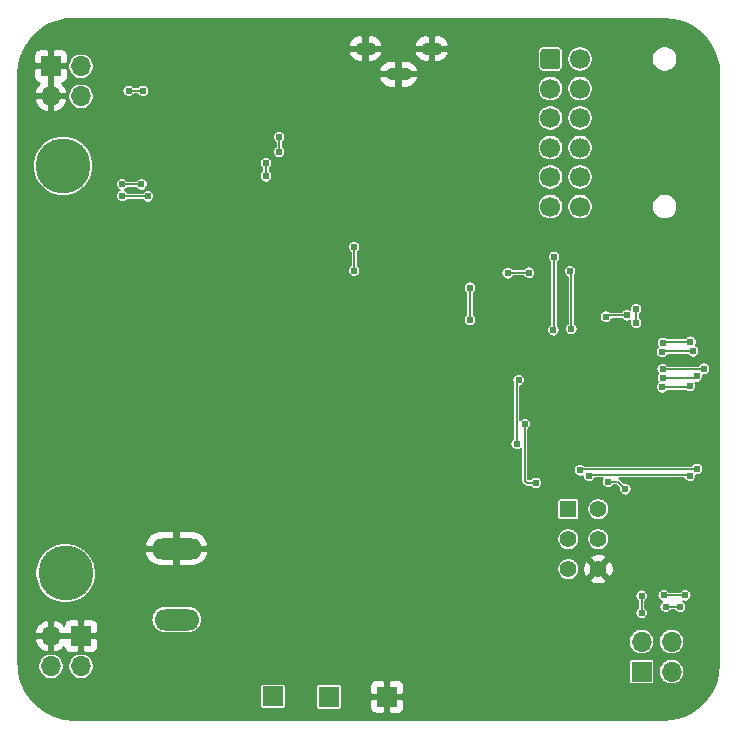
<source format=gbl>
G04 #@! TF.GenerationSoftware,KiCad,Pcbnew,5.1.7-a382d34a8~87~ubuntu20.04.1*
G04 #@! TF.CreationDate,2021-03-22T20:15:53-04:00*
G04 #@! TF.ProjectId,SystemHitLInterface,53797374-656d-4486-9974-4c496e746572,rev?*
G04 #@! TF.SameCoordinates,Original*
G04 #@! TF.FileFunction,Copper,L2,Bot*
G04 #@! TF.FilePolarity,Positive*
%FSLAX46Y46*%
G04 Gerber Fmt 4.6, Leading zero omitted, Abs format (unit mm)*
G04 Created by KiCad (PCBNEW 5.1.7-a382d34a8~87~ubuntu20.04.1) date 2021-03-22 20:15:53*
%MOMM*%
%LPD*%
G01*
G04 APERTURE LIST*
G04 #@! TA.AperFunction,ComponentPad*
%ADD10C,4.648200*%
G04 #@! TD*
G04 #@! TA.AperFunction,ComponentPad*
%ADD11R,1.400000X1.400000*%
G04 #@! TD*
G04 #@! TA.AperFunction,ComponentPad*
%ADD12C,1.400000*%
G04 #@! TD*
G04 #@! TA.AperFunction,ComponentPad*
%ADD13R,1.700000X1.700000*%
G04 #@! TD*
G04 #@! TA.AperFunction,ComponentPad*
%ADD14O,1.700000X1.700000*%
G04 #@! TD*
G04 #@! TA.AperFunction,ComponentPad*
%ADD15O,4.300000X1.800000*%
G04 #@! TD*
G04 #@! TA.AperFunction,ComponentPad*
%ADD16O,3.800000X1.800000*%
G04 #@! TD*
G04 #@! TA.AperFunction,ComponentPad*
%ADD17C,1.700000*%
G04 #@! TD*
G04 #@! TA.AperFunction,ComponentPad*
%ADD18O,1.800000X1.100000*%
G04 #@! TD*
G04 #@! TA.AperFunction,ComponentPad*
%ADD19O,2.200000X1.100000*%
G04 #@! TD*
G04 #@! TA.AperFunction,ViaPad*
%ADD20C,0.609600*%
G04 #@! TD*
G04 #@! TA.AperFunction,Conductor*
%ADD21C,0.152400*%
G04 #@! TD*
G04 #@! TA.AperFunction,Conductor*
%ADD22C,0.254000*%
G04 #@! TD*
G04 #@! TA.AperFunction,Conductor*
%ADD23C,0.100000*%
G04 #@! TD*
G04 APERTURE END LIST*
D10*
X102616000Y-88442800D03*
X102819200Y-122936000D03*
D11*
X145389600Y-117500400D03*
D12*
X147929600Y-117500400D03*
X145389600Y-120040400D03*
X147929600Y-120040400D03*
X145389600Y-122580400D03*
X147929600Y-122580400D03*
D13*
X104140000Y-128270000D03*
D14*
X101600000Y-128270000D03*
X104140000Y-130810000D03*
X101600000Y-130810000D03*
X154127200Y-128727200D03*
X151587200Y-128727200D03*
X154127200Y-131267200D03*
D13*
X151587200Y-131267200D03*
D15*
X112217200Y-120853200D03*
D16*
X112217200Y-126853200D03*
D13*
X101600000Y-80010000D03*
D14*
X101600000Y-82550000D03*
X104140000Y-80010000D03*
X104140000Y-82550000D03*
G04 #@! TA.AperFunction,ComponentPad*
G36*
G01*
X143015600Y-80000400D02*
X143015600Y-78800400D01*
G75*
G02*
X143265600Y-78550400I250000J0D01*
G01*
X144465600Y-78550400D01*
G75*
G02*
X144715600Y-78800400I0J-250000D01*
G01*
X144715600Y-80000400D01*
G75*
G02*
X144465600Y-80250400I-250000J0D01*
G01*
X143265600Y-80250400D01*
G75*
G02*
X143015600Y-80000400I0J250000D01*
G01*
G37*
G04 #@! TD.AperFunction*
D17*
X143865600Y-81900400D03*
X143865600Y-84400400D03*
X143865600Y-86900400D03*
X143865600Y-89400400D03*
X143865600Y-91900400D03*
X146365600Y-79400400D03*
X146365600Y-81900400D03*
X146365600Y-84400400D03*
X146365600Y-86900400D03*
X146365600Y-89400400D03*
X146365600Y-91900400D03*
D18*
X128213200Y-78528600D03*
X133813200Y-78528600D03*
D19*
X131013200Y-80678600D03*
D13*
X120396000Y-133350000D03*
X125120400Y-133400800D03*
X130048000Y-133400800D03*
D20*
X123614180Y-107027980D03*
X109227620Y-95951040D03*
X100210620Y-97774760D03*
X100197920Y-100655120D03*
X113792000Y-119126000D03*
X109423200Y-83362800D03*
X120040400Y-80822800D03*
X120091200Y-83997790D03*
X141782800Y-107340400D03*
X132638800Y-111252000D03*
X132588000Y-107442000D03*
X120040400Y-81534000D03*
X120096990Y-86003081D03*
X153365200Y-108102400D03*
X123748800Y-87579200D03*
X134975600Y-133654800D03*
X154736800Y-113334800D03*
X141732000Y-108864400D03*
X140385790Y-108628000D03*
X141173200Y-104190800D03*
X132842000Y-133400800D03*
X141681203Y-110337600D03*
X142617171Y-115286771D03*
X120904000Y-86004402D03*
X120903999Y-87274412D03*
X127254000Y-95326169D03*
X151130000Y-101727000D03*
X151130000Y-100584000D03*
X127254000Y-97307411D03*
X142036800Y-97485200D03*
X140258800Y-97536000D03*
X148742400Y-115189010D03*
X150215600Y-115824000D03*
X153619200Y-125780800D03*
X154838400Y-125780812D03*
X151587200Y-126314200D03*
X151587200Y-124841000D03*
X153466800Y-124815600D03*
X150326104Y-101092010D03*
X155295596Y-124815600D03*
X148560515Y-101207271D03*
X109245400Y-90017600D03*
X107619808Y-90017600D03*
X137058400Y-98755200D03*
X137058400Y-101498406D03*
X109778800Y-91033600D03*
X107619808Y-90982800D03*
X141173200Y-106578400D03*
X141020800Y-111963200D03*
X144178254Y-96156546D03*
X144123422Y-102362000D03*
X146368910Y-114212510D03*
X156282720Y-114092194D03*
X155676600Y-114681010D03*
X147123200Y-114681001D03*
X153339779Y-107188497D03*
X155676610Y-107086400D03*
X153390579Y-106426484D03*
X156260800Y-106273600D03*
X153363423Y-105664966D03*
X156866571Y-105609371D03*
X153390579Y-103428800D03*
X155727400Y-103327200D03*
X153314400Y-104190800D03*
X155956000Y-104140000D03*
X108153208Y-82092800D03*
X109371800Y-82093400D03*
X145637600Y-102254400D03*
X145542000Y-97383594D03*
X119786400Y-89331800D03*
X119786400Y-88239600D03*
D21*
X123578620Y-106992420D02*
X123614180Y-107027980D01*
X100210620Y-97774760D02*
X100210620Y-100642420D01*
X100210620Y-100642420D02*
X100197920Y-100655120D01*
X120903999Y-87274412D02*
X120904000Y-86435454D01*
X120904000Y-86435454D02*
X120904000Y-86004402D01*
X141681203Y-110337600D02*
X141681203Y-115011203D01*
X141681203Y-115011203D02*
X141681203Y-115112803D01*
X141855171Y-115286771D02*
X142617171Y-115286771D01*
X141681203Y-115112803D02*
X141855171Y-115286771D01*
X151130000Y-101727000D02*
X151130000Y-100584000D01*
X127254000Y-95326169D02*
X127254000Y-97307411D01*
X142036800Y-97485200D02*
X140309600Y-97485200D01*
X140309600Y-97485200D02*
X140258800Y-97536000D01*
X125120400Y-133400800D02*
X125120400Y-133553200D01*
X148742400Y-115189010D02*
X149529810Y-115189010D01*
X149580610Y-115189010D02*
X150215600Y-115824000D01*
X153619200Y-125780800D02*
X154838388Y-125780800D01*
D22*
X154838408Y-125780804D02*
X154838400Y-125780812D01*
D21*
X154838388Y-125780800D02*
X154838400Y-125780812D01*
X151587200Y-126314200D02*
X151587200Y-124841000D01*
X150275520Y-101041426D02*
X150326104Y-101092010D01*
X153466800Y-124815600D02*
X155295596Y-124815600D01*
X148675776Y-101092010D02*
X148560515Y-101207271D01*
X150326104Y-101092010D02*
X148675776Y-101092010D01*
X109245400Y-90017600D02*
X107619808Y-90017600D01*
X137058400Y-98755200D02*
X137058400Y-101498406D01*
X107670608Y-91033600D02*
X107619808Y-90982800D01*
X109778800Y-91033600D02*
X107670608Y-91033600D01*
X141020800Y-106730800D02*
X141020800Y-111963200D01*
X141173200Y-106578400D02*
X141020800Y-106730800D01*
X144178254Y-96156546D02*
X144178254Y-102307168D01*
X144178254Y-102307168D02*
X144123422Y-102362000D01*
X146383020Y-114198400D02*
X146368910Y-114212510D01*
X156282720Y-114092194D02*
X156227314Y-114147600D01*
X146433820Y-114147600D02*
X146368910Y-114212510D01*
X156227314Y-114147600D02*
X146433820Y-114147600D01*
X155676600Y-114681010D02*
X155593990Y-114598400D01*
X155593990Y-114598400D02*
X147205801Y-114598400D01*
X147205810Y-114649200D02*
X147174009Y-114681001D01*
X147174009Y-114681001D02*
X147123200Y-114681001D01*
X147205801Y-114598400D02*
X147123200Y-114681001D01*
X155574513Y-107188497D02*
X155676610Y-107086400D01*
X153339779Y-107188497D02*
X155574513Y-107188497D01*
X156107916Y-106426484D02*
X156260800Y-106273600D01*
X153390579Y-106426484D02*
X156107916Y-106426484D01*
X156810976Y-105664966D02*
X156866571Y-105609371D01*
X153363423Y-105664966D02*
X156810976Y-105664966D01*
X153441379Y-103378000D02*
X153390579Y-103428800D01*
X153492179Y-103327200D02*
X153390579Y-103428800D01*
X155727400Y-103327200D02*
X153492179Y-103327200D01*
X153365200Y-104140000D02*
X155956000Y-104140000D01*
X153314400Y-104190800D02*
X153365200Y-104140000D01*
X108153208Y-82092800D02*
X109371200Y-82092800D01*
X109371200Y-82092800D02*
X109371800Y-82093400D01*
X145637600Y-102254400D02*
X145637600Y-97479194D01*
X145637600Y-97479194D02*
X145542000Y-97383594D01*
X119786400Y-89331800D02*
X119786400Y-88239600D01*
X154303525Y-76050592D02*
X155109526Y-76271088D01*
X155863750Y-76630833D01*
X156542346Y-77118455D01*
X157123862Y-77718532D01*
X157589924Y-78412106D01*
X157925800Y-79177254D01*
X158121478Y-79992312D01*
X158172599Y-80688442D01*
X158172598Y-130631770D01*
X158097484Y-131473404D01*
X157878392Y-132274267D01*
X157520944Y-133023674D01*
X157036433Y-133697941D01*
X156440184Y-134275747D01*
X155751032Y-134738838D01*
X154990768Y-135072570D01*
X154180893Y-135267004D01*
X153489143Y-135317803D01*
X103523037Y-135317803D01*
X102680130Y-135242575D01*
X101878024Y-135023144D01*
X101127462Y-134665144D01*
X100452162Y-134179891D01*
X99873461Y-133582719D01*
X99409658Y-132892506D01*
X99237360Y-132500000D01*
X119316294Y-132500000D01*
X119316294Y-134200000D01*
X119320708Y-134244813D01*
X119333779Y-134287905D01*
X119355006Y-134327618D01*
X119383573Y-134362427D01*
X119418382Y-134390994D01*
X119458095Y-134412221D01*
X119501187Y-134425292D01*
X119546000Y-134429706D01*
X121246000Y-134429706D01*
X121290813Y-134425292D01*
X121333905Y-134412221D01*
X121373618Y-134390994D01*
X121408427Y-134362427D01*
X121436994Y-134327618D01*
X121458221Y-134287905D01*
X121471292Y-134244813D01*
X121475706Y-134200000D01*
X121475706Y-132550800D01*
X124040694Y-132550800D01*
X124040694Y-134250800D01*
X124045108Y-134295613D01*
X124058179Y-134338705D01*
X124079406Y-134378418D01*
X124107973Y-134413227D01*
X124142782Y-134441794D01*
X124182495Y-134463021D01*
X124225587Y-134476092D01*
X124270400Y-134480506D01*
X125970400Y-134480506D01*
X126015213Y-134476092D01*
X126058305Y-134463021D01*
X126098018Y-134441794D01*
X126132827Y-134413227D01*
X126161394Y-134378418D01*
X126182621Y-134338705D01*
X126195692Y-134295613D01*
X126200106Y-134250800D01*
X128610973Y-134250800D01*
X128622253Y-134365323D01*
X128655658Y-134475446D01*
X128709905Y-134576935D01*
X128782909Y-134665891D01*
X128871865Y-134738895D01*
X128973354Y-134793142D01*
X129083477Y-134826547D01*
X129198000Y-134837827D01*
X129724150Y-134835000D01*
X129870200Y-134688950D01*
X129870200Y-133578600D01*
X130225800Y-133578600D01*
X130225800Y-134688950D01*
X130371850Y-134835000D01*
X130898000Y-134837827D01*
X131012523Y-134826547D01*
X131122646Y-134793142D01*
X131224135Y-134738895D01*
X131313091Y-134665891D01*
X131386095Y-134576935D01*
X131440342Y-134475446D01*
X131473747Y-134365323D01*
X131485027Y-134250800D01*
X131482200Y-133724650D01*
X131336150Y-133578600D01*
X130225800Y-133578600D01*
X129870200Y-133578600D01*
X128759850Y-133578600D01*
X128613800Y-133724650D01*
X128610973Y-134250800D01*
X126200106Y-134250800D01*
X126200106Y-132550800D01*
X128610973Y-132550800D01*
X128613800Y-133076950D01*
X128759850Y-133223000D01*
X129870200Y-133223000D01*
X129870200Y-132112650D01*
X130225800Y-132112650D01*
X130225800Y-133223000D01*
X131336150Y-133223000D01*
X131482200Y-133076950D01*
X131485027Y-132550800D01*
X131473747Y-132436277D01*
X131440342Y-132326154D01*
X131386095Y-132224665D01*
X131313091Y-132135709D01*
X131224135Y-132062705D01*
X131122646Y-132008458D01*
X131012523Y-131975053D01*
X130898000Y-131963773D01*
X130371850Y-131966600D01*
X130225800Y-132112650D01*
X129870200Y-132112650D01*
X129724150Y-131966600D01*
X129198000Y-131963773D01*
X129083477Y-131975053D01*
X128973354Y-132008458D01*
X128871865Y-132062705D01*
X128782909Y-132135709D01*
X128709905Y-132224665D01*
X128655658Y-132326154D01*
X128622253Y-132436277D01*
X128610973Y-132550800D01*
X126200106Y-132550800D01*
X126195692Y-132505987D01*
X126182621Y-132462895D01*
X126161394Y-132423182D01*
X126132827Y-132388373D01*
X126098018Y-132359806D01*
X126058305Y-132338579D01*
X126015213Y-132325508D01*
X125970400Y-132321094D01*
X124270400Y-132321094D01*
X124225587Y-132325508D01*
X124182495Y-132338579D01*
X124142782Y-132359806D01*
X124107973Y-132388373D01*
X124079406Y-132423182D01*
X124058179Y-132462895D01*
X124045108Y-132505987D01*
X124040694Y-132550800D01*
X121475706Y-132550800D01*
X121475706Y-132500000D01*
X121471292Y-132455187D01*
X121458221Y-132412095D01*
X121436994Y-132372382D01*
X121408427Y-132337573D01*
X121373618Y-132309006D01*
X121333905Y-132287779D01*
X121290813Y-132274708D01*
X121246000Y-132270294D01*
X119546000Y-132270294D01*
X119501187Y-132274708D01*
X119458095Y-132287779D01*
X119418382Y-132309006D01*
X119383573Y-132337573D01*
X119355006Y-132372382D01*
X119333779Y-132412095D01*
X119320708Y-132455187D01*
X119316294Y-132500000D01*
X99237360Y-132500000D01*
X99075409Y-132131066D01*
X98880677Y-131319947D01*
X98835427Y-130703767D01*
X100521400Y-130703767D01*
X100521400Y-130916233D01*
X100562850Y-131124616D01*
X100644157Y-131320909D01*
X100762197Y-131497567D01*
X100912433Y-131647803D01*
X101089091Y-131765843D01*
X101285384Y-131847150D01*
X101493767Y-131888600D01*
X101706233Y-131888600D01*
X101914616Y-131847150D01*
X102110909Y-131765843D01*
X102287567Y-131647803D01*
X102437803Y-131497567D01*
X102555843Y-131320909D01*
X102637150Y-131124616D01*
X102678600Y-130916233D01*
X102678600Y-130703767D01*
X103061400Y-130703767D01*
X103061400Y-130916233D01*
X103102850Y-131124616D01*
X103184157Y-131320909D01*
X103302197Y-131497567D01*
X103452433Y-131647803D01*
X103629091Y-131765843D01*
X103825384Y-131847150D01*
X104033767Y-131888600D01*
X104246233Y-131888600D01*
X104454616Y-131847150D01*
X104650909Y-131765843D01*
X104827567Y-131647803D01*
X104977803Y-131497567D01*
X105095843Y-131320909D01*
X105177150Y-131124616D01*
X105218600Y-130916233D01*
X105218600Y-130703767D01*
X105177150Y-130495384D01*
X105144766Y-130417200D01*
X150507494Y-130417200D01*
X150507494Y-132117200D01*
X150511908Y-132162013D01*
X150524979Y-132205105D01*
X150546206Y-132244818D01*
X150574773Y-132279627D01*
X150609582Y-132308194D01*
X150649295Y-132329421D01*
X150692387Y-132342492D01*
X150737200Y-132346906D01*
X152437200Y-132346906D01*
X152482013Y-132342492D01*
X152525105Y-132329421D01*
X152564818Y-132308194D01*
X152599627Y-132279627D01*
X152628194Y-132244818D01*
X152649421Y-132205105D01*
X152662492Y-132162013D01*
X152666906Y-132117200D01*
X152666906Y-131160967D01*
X153048600Y-131160967D01*
X153048600Y-131373433D01*
X153090050Y-131581816D01*
X153171357Y-131778109D01*
X153289397Y-131954767D01*
X153439633Y-132105003D01*
X153616291Y-132223043D01*
X153812584Y-132304350D01*
X154020967Y-132345800D01*
X154233433Y-132345800D01*
X154441816Y-132304350D01*
X154638109Y-132223043D01*
X154814767Y-132105003D01*
X154965003Y-131954767D01*
X155083043Y-131778109D01*
X155164350Y-131581816D01*
X155205800Y-131373433D01*
X155205800Y-131160967D01*
X155164350Y-130952584D01*
X155083043Y-130756291D01*
X154965003Y-130579633D01*
X154814767Y-130429397D01*
X154638109Y-130311357D01*
X154441816Y-130230050D01*
X154233433Y-130188600D01*
X154020967Y-130188600D01*
X153812584Y-130230050D01*
X153616291Y-130311357D01*
X153439633Y-130429397D01*
X153289397Y-130579633D01*
X153171357Y-130756291D01*
X153090050Y-130952584D01*
X153048600Y-131160967D01*
X152666906Y-131160967D01*
X152666906Y-130417200D01*
X152662492Y-130372387D01*
X152649421Y-130329295D01*
X152628194Y-130289582D01*
X152599627Y-130254773D01*
X152564818Y-130226206D01*
X152525105Y-130204979D01*
X152482013Y-130191908D01*
X152437200Y-130187494D01*
X150737200Y-130187494D01*
X150692387Y-130191908D01*
X150649295Y-130204979D01*
X150609582Y-130226206D01*
X150574773Y-130254773D01*
X150546206Y-130289582D01*
X150524979Y-130329295D01*
X150511908Y-130372387D01*
X150507494Y-130417200D01*
X105144766Y-130417200D01*
X105095843Y-130299091D01*
X104977803Y-130122433D01*
X104827567Y-129972197D01*
X104650909Y-129854157D01*
X104454616Y-129772850D01*
X104246233Y-129731400D01*
X104033767Y-129731400D01*
X103825384Y-129772850D01*
X103629091Y-129854157D01*
X103452433Y-129972197D01*
X103302197Y-130122433D01*
X103184157Y-130299091D01*
X103102850Y-130495384D01*
X103061400Y-130703767D01*
X102678600Y-130703767D01*
X102637150Y-130495384D01*
X102555843Y-130299091D01*
X102437803Y-130122433D01*
X102287567Y-129972197D01*
X102110909Y-129854157D01*
X101914616Y-129772850D01*
X101706233Y-129731400D01*
X101493767Y-129731400D01*
X101285384Y-129772850D01*
X101089091Y-129854157D01*
X100912433Y-129972197D01*
X100762197Y-130122433D01*
X100644157Y-130299091D01*
X100562850Y-130495384D01*
X100521400Y-130703767D01*
X98835427Y-130703767D01*
X98829800Y-130627143D01*
X98829800Y-128668239D01*
X100222199Y-128668239D01*
X100233144Y-128704344D01*
X100344144Y-128962659D01*
X100503406Y-129194355D01*
X100704810Y-129390529D01*
X100940615Y-129543641D01*
X101201760Y-129647808D01*
X101422200Y-129547093D01*
X101422200Y-128447800D01*
X101777800Y-128447800D01*
X101777800Y-129547093D01*
X101998240Y-129647808D01*
X102259385Y-129543641D01*
X102495190Y-129390529D01*
X102696594Y-129194355D01*
X102708579Y-129176919D01*
X102714253Y-129234523D01*
X102747658Y-129344646D01*
X102801905Y-129446135D01*
X102874909Y-129535091D01*
X102963865Y-129608095D01*
X103065354Y-129662342D01*
X103175477Y-129695747D01*
X103290000Y-129707027D01*
X103816150Y-129704200D01*
X103962200Y-129558150D01*
X103962200Y-128447800D01*
X104317800Y-128447800D01*
X104317800Y-129558150D01*
X104463850Y-129704200D01*
X104990000Y-129707027D01*
X105104523Y-129695747D01*
X105214646Y-129662342D01*
X105316135Y-129608095D01*
X105405091Y-129535091D01*
X105478095Y-129446135D01*
X105532342Y-129344646D01*
X105565747Y-129234523D01*
X105577027Y-129120000D01*
X105574346Y-128620967D01*
X150508600Y-128620967D01*
X150508600Y-128833433D01*
X150550050Y-129041816D01*
X150631357Y-129238109D01*
X150749397Y-129414767D01*
X150899633Y-129565003D01*
X151076291Y-129683043D01*
X151272584Y-129764350D01*
X151480967Y-129805800D01*
X151693433Y-129805800D01*
X151901816Y-129764350D01*
X152098109Y-129683043D01*
X152274767Y-129565003D01*
X152425003Y-129414767D01*
X152543043Y-129238109D01*
X152624350Y-129041816D01*
X152665800Y-128833433D01*
X152665800Y-128620967D01*
X153048600Y-128620967D01*
X153048600Y-128833433D01*
X153090050Y-129041816D01*
X153171357Y-129238109D01*
X153289397Y-129414767D01*
X153439633Y-129565003D01*
X153616291Y-129683043D01*
X153812584Y-129764350D01*
X154020967Y-129805800D01*
X154233433Y-129805800D01*
X154441816Y-129764350D01*
X154638109Y-129683043D01*
X154814767Y-129565003D01*
X154965003Y-129414767D01*
X155083043Y-129238109D01*
X155164350Y-129041816D01*
X155205800Y-128833433D01*
X155205800Y-128620967D01*
X155164350Y-128412584D01*
X155083043Y-128216291D01*
X154965003Y-128039633D01*
X154814767Y-127889397D01*
X154638109Y-127771357D01*
X154441816Y-127690050D01*
X154233433Y-127648600D01*
X154020967Y-127648600D01*
X153812584Y-127690050D01*
X153616291Y-127771357D01*
X153439633Y-127889397D01*
X153289397Y-128039633D01*
X153171357Y-128216291D01*
X153090050Y-128412584D01*
X153048600Y-128620967D01*
X152665800Y-128620967D01*
X152624350Y-128412584D01*
X152543043Y-128216291D01*
X152425003Y-128039633D01*
X152274767Y-127889397D01*
X152098109Y-127771357D01*
X151901816Y-127690050D01*
X151693433Y-127648600D01*
X151480967Y-127648600D01*
X151272584Y-127690050D01*
X151076291Y-127771357D01*
X150899633Y-127889397D01*
X150749397Y-128039633D01*
X150631357Y-128216291D01*
X150550050Y-128412584D01*
X150508600Y-128620967D01*
X105574346Y-128620967D01*
X105574200Y-128593850D01*
X105428150Y-128447800D01*
X104317800Y-128447800D01*
X103962200Y-128447800D01*
X101777800Y-128447800D01*
X101422200Y-128447800D01*
X100324180Y-128447800D01*
X100222199Y-128668239D01*
X98829800Y-128668239D01*
X98829800Y-127871761D01*
X100222199Y-127871761D01*
X100324180Y-128092200D01*
X101422200Y-128092200D01*
X101422200Y-126992907D01*
X101777800Y-126992907D01*
X101777800Y-128092200D01*
X103962200Y-128092200D01*
X103962200Y-126981850D01*
X104317800Y-126981850D01*
X104317800Y-128092200D01*
X105428150Y-128092200D01*
X105574200Y-127946150D01*
X105577027Y-127420000D01*
X105565747Y-127305477D01*
X105532342Y-127195354D01*
X105478095Y-127093865D01*
X105405091Y-127004909D01*
X105316135Y-126931905D01*
X105214646Y-126877658D01*
X105134018Y-126853200D01*
X110083140Y-126853200D01*
X110104931Y-127074444D01*
X110169465Y-127287186D01*
X110274264Y-127483250D01*
X110415298Y-127655102D01*
X110587150Y-127796136D01*
X110783214Y-127900935D01*
X110995956Y-127965469D01*
X111161765Y-127981800D01*
X113272635Y-127981800D01*
X113438444Y-127965469D01*
X113651186Y-127900935D01*
X113847250Y-127796136D01*
X114019102Y-127655102D01*
X114160136Y-127483250D01*
X114264935Y-127287186D01*
X114329469Y-127074444D01*
X114351260Y-126853200D01*
X114329469Y-126631956D01*
X114264935Y-126419214D01*
X114160136Y-126223150D01*
X114019102Y-126051298D01*
X113847250Y-125910264D01*
X113651186Y-125805465D01*
X113438444Y-125740931D01*
X113272635Y-125724600D01*
X111161765Y-125724600D01*
X110995956Y-125740931D01*
X110783214Y-125805465D01*
X110587150Y-125910264D01*
X110415298Y-126051298D01*
X110274264Y-126223150D01*
X110169465Y-126419214D01*
X110104931Y-126631956D01*
X110083140Y-126853200D01*
X105134018Y-126853200D01*
X105104523Y-126844253D01*
X104990000Y-126832973D01*
X104463850Y-126835800D01*
X104317800Y-126981850D01*
X103962200Y-126981850D01*
X103816150Y-126835800D01*
X103290000Y-126832973D01*
X103175477Y-126844253D01*
X103065354Y-126877658D01*
X102963865Y-126931905D01*
X102874909Y-127004909D01*
X102801905Y-127093865D01*
X102747658Y-127195354D01*
X102714253Y-127305477D01*
X102708579Y-127363081D01*
X102696594Y-127345645D01*
X102495190Y-127149471D01*
X102259385Y-126996359D01*
X101998240Y-126892192D01*
X101777800Y-126992907D01*
X101422200Y-126992907D01*
X101201760Y-126892192D01*
X100940615Y-126996359D01*
X100704810Y-127149471D01*
X100503406Y-127345645D01*
X100344144Y-127577341D01*
X100233144Y-127835656D01*
X100222199Y-127871761D01*
X98829800Y-127871761D01*
X98829800Y-122684581D01*
X100266500Y-122684581D01*
X100266500Y-123187419D01*
X100364599Y-123680595D01*
X100557027Y-124145157D01*
X100836389Y-124563251D01*
X101191949Y-124918811D01*
X101610043Y-125198173D01*
X102074605Y-125390601D01*
X102567781Y-125488700D01*
X103070619Y-125488700D01*
X103563795Y-125390601D01*
X104028357Y-125198173D01*
X104446451Y-124918811D01*
X104576797Y-124788465D01*
X151053800Y-124788465D01*
X151053800Y-124893535D01*
X151074298Y-124996587D01*
X151114507Y-125093660D01*
X151172881Y-125181023D01*
X151247177Y-125255319D01*
X151282401Y-125278855D01*
X151282400Y-125876346D01*
X151247177Y-125899881D01*
X151172881Y-125974177D01*
X151114507Y-126061540D01*
X151074298Y-126158613D01*
X151053800Y-126261665D01*
X151053800Y-126366735D01*
X151074298Y-126469787D01*
X151114507Y-126566860D01*
X151172881Y-126654223D01*
X151247177Y-126728519D01*
X151334540Y-126786893D01*
X151431613Y-126827102D01*
X151534665Y-126847600D01*
X151639735Y-126847600D01*
X151742787Y-126827102D01*
X151839860Y-126786893D01*
X151927223Y-126728519D01*
X152001519Y-126654223D01*
X152059893Y-126566860D01*
X152100102Y-126469787D01*
X152120600Y-126366735D01*
X152120600Y-126261665D01*
X152100102Y-126158613D01*
X152059893Y-126061540D01*
X152001519Y-125974177D01*
X151927223Y-125899881D01*
X151892000Y-125876346D01*
X151892000Y-125278854D01*
X151927223Y-125255319D01*
X152001519Y-125181023D01*
X152059893Y-125093660D01*
X152100102Y-124996587D01*
X152120600Y-124893535D01*
X152120600Y-124788465D01*
X152115548Y-124763065D01*
X152933400Y-124763065D01*
X152933400Y-124868135D01*
X152953898Y-124971187D01*
X152994107Y-125068260D01*
X153052481Y-125155623D01*
X153126777Y-125229919D01*
X153214140Y-125288293D01*
X153311213Y-125328502D01*
X153330327Y-125332304D01*
X153279177Y-125366481D01*
X153204881Y-125440777D01*
X153146507Y-125528140D01*
X153106298Y-125625213D01*
X153085800Y-125728265D01*
X153085800Y-125833335D01*
X153106298Y-125936387D01*
X153146507Y-126033460D01*
X153204881Y-126120823D01*
X153279177Y-126195119D01*
X153366540Y-126253493D01*
X153463613Y-126293702D01*
X153566665Y-126314200D01*
X153671735Y-126314200D01*
X153774787Y-126293702D01*
X153871860Y-126253493D01*
X153959223Y-126195119D01*
X154033519Y-126120823D01*
X154057054Y-126085600D01*
X154400538Y-126085600D01*
X154424081Y-126120835D01*
X154498377Y-126195131D01*
X154585740Y-126253505D01*
X154682813Y-126293714D01*
X154785865Y-126314212D01*
X154890935Y-126314212D01*
X154993987Y-126293714D01*
X155091060Y-126253505D01*
X155178423Y-126195131D01*
X155252719Y-126120835D01*
X155311093Y-126033472D01*
X155351302Y-125936399D01*
X155371800Y-125833347D01*
X155371800Y-125728277D01*
X155351302Y-125625225D01*
X155311093Y-125528152D01*
X155252719Y-125440789D01*
X155178423Y-125366493D01*
X155091484Y-125308402D01*
X155140009Y-125328502D01*
X155243061Y-125349000D01*
X155348131Y-125349000D01*
X155451183Y-125328502D01*
X155548256Y-125288293D01*
X155635619Y-125229919D01*
X155709915Y-125155623D01*
X155768289Y-125068260D01*
X155808498Y-124971187D01*
X155828996Y-124868135D01*
X155828996Y-124763065D01*
X155808498Y-124660013D01*
X155768289Y-124562940D01*
X155709915Y-124475577D01*
X155635619Y-124401281D01*
X155548256Y-124342907D01*
X155451183Y-124302698D01*
X155348131Y-124282200D01*
X155243061Y-124282200D01*
X155140009Y-124302698D01*
X155042936Y-124342907D01*
X154955573Y-124401281D01*
X154881277Y-124475577D01*
X154857742Y-124510800D01*
X153904654Y-124510800D01*
X153881119Y-124475577D01*
X153806823Y-124401281D01*
X153719460Y-124342907D01*
X153622387Y-124302698D01*
X153519335Y-124282200D01*
X153414265Y-124282200D01*
X153311213Y-124302698D01*
X153214140Y-124342907D01*
X153126777Y-124401281D01*
X153052481Y-124475577D01*
X152994107Y-124562940D01*
X152953898Y-124660013D01*
X152933400Y-124763065D01*
X152115548Y-124763065D01*
X152100102Y-124685413D01*
X152059893Y-124588340D01*
X152001519Y-124500977D01*
X151927223Y-124426681D01*
X151839860Y-124368307D01*
X151742787Y-124328098D01*
X151639735Y-124307600D01*
X151534665Y-124307600D01*
X151431613Y-124328098D01*
X151334540Y-124368307D01*
X151247177Y-124426681D01*
X151172881Y-124500977D01*
X151114507Y-124588340D01*
X151074298Y-124685413D01*
X151053800Y-124788465D01*
X104576797Y-124788465D01*
X104802011Y-124563251D01*
X105081373Y-124145157D01*
X105273801Y-123680595D01*
X105371900Y-123187419D01*
X105371900Y-122684581D01*
X105332985Y-122488941D01*
X144461000Y-122488941D01*
X144461000Y-122671859D01*
X144496686Y-122851263D01*
X144566685Y-123020257D01*
X144668309Y-123172348D01*
X144797652Y-123301691D01*
X144949743Y-123403315D01*
X145118737Y-123473314D01*
X145298141Y-123509000D01*
X145481059Y-123509000D01*
X145498734Y-123505484D01*
X147255963Y-123505484D01*
X147322192Y-123718918D01*
X147555977Y-123815541D01*
X147804120Y-123864698D01*
X148057085Y-123864501D01*
X148305151Y-123814956D01*
X148537008Y-123718918D01*
X148603237Y-123505484D01*
X147929600Y-122831847D01*
X147255963Y-123505484D01*
X145498734Y-123505484D01*
X145660463Y-123473314D01*
X145829457Y-123403315D01*
X145981548Y-123301691D01*
X146110891Y-123172348D01*
X146212515Y-123020257D01*
X146282514Y-122851263D01*
X146318200Y-122671859D01*
X146318200Y-122488941D01*
X146311433Y-122454920D01*
X146645302Y-122454920D01*
X146645499Y-122707885D01*
X146695044Y-122955951D01*
X146791082Y-123187808D01*
X147004516Y-123254037D01*
X147678153Y-122580400D01*
X148181047Y-122580400D01*
X148854684Y-123254037D01*
X149068118Y-123187808D01*
X149164741Y-122954023D01*
X149213898Y-122705880D01*
X149213701Y-122452915D01*
X149164156Y-122204849D01*
X149068118Y-121972992D01*
X148854684Y-121906763D01*
X148181047Y-122580400D01*
X147678153Y-122580400D01*
X147004516Y-121906763D01*
X146791082Y-121972992D01*
X146694459Y-122206777D01*
X146645302Y-122454920D01*
X146311433Y-122454920D01*
X146282514Y-122309537D01*
X146212515Y-122140543D01*
X146110891Y-121988452D01*
X145981548Y-121859109D01*
X145829457Y-121757485D01*
X145660463Y-121687486D01*
X145498735Y-121655316D01*
X147255963Y-121655316D01*
X147929600Y-122328953D01*
X148603237Y-121655316D01*
X148537008Y-121441882D01*
X148303223Y-121345259D01*
X148055080Y-121296102D01*
X147802115Y-121296299D01*
X147554049Y-121345844D01*
X147322192Y-121441882D01*
X147255963Y-121655316D01*
X145498735Y-121655316D01*
X145481059Y-121651800D01*
X145298141Y-121651800D01*
X145118737Y-121687486D01*
X144949743Y-121757485D01*
X144797652Y-121859109D01*
X144668309Y-121988452D01*
X144566685Y-122140543D01*
X144496686Y-122309537D01*
X144461000Y-122488941D01*
X105332985Y-122488941D01*
X105273801Y-122191405D01*
X105081373Y-121726843D01*
X104802011Y-121308749D01*
X104752581Y-121259319D01*
X109539643Y-121259319D01*
X109634352Y-121529941D01*
X109791988Y-121776963D01*
X109994787Y-121988486D01*
X110234955Y-122156380D01*
X110503263Y-122274194D01*
X110789400Y-122337400D01*
X112039400Y-122337400D01*
X112039400Y-121031000D01*
X112395000Y-121031000D01*
X112395000Y-122337400D01*
X113645000Y-122337400D01*
X113931137Y-122274194D01*
X114199445Y-122156380D01*
X114439613Y-121988486D01*
X114642412Y-121776963D01*
X114800048Y-121529941D01*
X114894757Y-121259319D01*
X114793485Y-121031000D01*
X112395000Y-121031000D01*
X112039400Y-121031000D01*
X109640915Y-121031000D01*
X109539643Y-121259319D01*
X104752581Y-121259319D01*
X104446451Y-120953189D01*
X104028357Y-120673827D01*
X103563795Y-120481399D01*
X103391268Y-120447081D01*
X109539643Y-120447081D01*
X109640915Y-120675400D01*
X112039400Y-120675400D01*
X112039400Y-119369000D01*
X112395000Y-119369000D01*
X112395000Y-120675400D01*
X114793485Y-120675400D01*
X114894757Y-120447081D01*
X114800048Y-120176459D01*
X114654859Y-119948941D01*
X144461000Y-119948941D01*
X144461000Y-120131859D01*
X144496686Y-120311263D01*
X144566685Y-120480257D01*
X144668309Y-120632348D01*
X144797652Y-120761691D01*
X144949743Y-120863315D01*
X145118737Y-120933314D01*
X145298141Y-120969000D01*
X145481059Y-120969000D01*
X145660463Y-120933314D01*
X145829457Y-120863315D01*
X145981548Y-120761691D01*
X146110891Y-120632348D01*
X146212515Y-120480257D01*
X146282514Y-120311263D01*
X146318200Y-120131859D01*
X146318200Y-119948941D01*
X147001000Y-119948941D01*
X147001000Y-120131859D01*
X147036686Y-120311263D01*
X147106685Y-120480257D01*
X147208309Y-120632348D01*
X147337652Y-120761691D01*
X147489743Y-120863315D01*
X147658737Y-120933314D01*
X147838141Y-120969000D01*
X148021059Y-120969000D01*
X148200463Y-120933314D01*
X148369457Y-120863315D01*
X148521548Y-120761691D01*
X148650891Y-120632348D01*
X148752515Y-120480257D01*
X148822514Y-120311263D01*
X148858200Y-120131859D01*
X148858200Y-119948941D01*
X148822514Y-119769537D01*
X148752515Y-119600543D01*
X148650891Y-119448452D01*
X148521548Y-119319109D01*
X148369457Y-119217485D01*
X148200463Y-119147486D01*
X148021059Y-119111800D01*
X147838141Y-119111800D01*
X147658737Y-119147486D01*
X147489743Y-119217485D01*
X147337652Y-119319109D01*
X147208309Y-119448452D01*
X147106685Y-119600543D01*
X147036686Y-119769537D01*
X147001000Y-119948941D01*
X146318200Y-119948941D01*
X146282514Y-119769537D01*
X146212515Y-119600543D01*
X146110891Y-119448452D01*
X145981548Y-119319109D01*
X145829457Y-119217485D01*
X145660463Y-119147486D01*
X145481059Y-119111800D01*
X145298141Y-119111800D01*
X145118737Y-119147486D01*
X144949743Y-119217485D01*
X144797652Y-119319109D01*
X144668309Y-119448452D01*
X144566685Y-119600543D01*
X144496686Y-119769537D01*
X144461000Y-119948941D01*
X114654859Y-119948941D01*
X114642412Y-119929437D01*
X114439613Y-119717914D01*
X114199445Y-119550020D01*
X113931137Y-119432206D01*
X113645000Y-119369000D01*
X112395000Y-119369000D01*
X112039400Y-119369000D01*
X110789400Y-119369000D01*
X110503263Y-119432206D01*
X110234955Y-119550020D01*
X109994787Y-119717914D01*
X109791988Y-119929437D01*
X109634352Y-120176459D01*
X109539643Y-120447081D01*
X103391268Y-120447081D01*
X103070619Y-120383300D01*
X102567781Y-120383300D01*
X102074605Y-120481399D01*
X101610043Y-120673827D01*
X101191949Y-120953189D01*
X100836389Y-121308749D01*
X100557027Y-121726843D01*
X100364599Y-122191405D01*
X100266500Y-122684581D01*
X98829800Y-122684581D01*
X98829800Y-116800400D01*
X144459894Y-116800400D01*
X144459894Y-118200400D01*
X144464308Y-118245213D01*
X144477379Y-118288305D01*
X144498606Y-118328018D01*
X144527173Y-118362827D01*
X144561982Y-118391394D01*
X144601695Y-118412621D01*
X144644787Y-118425692D01*
X144689600Y-118430106D01*
X146089600Y-118430106D01*
X146134413Y-118425692D01*
X146177505Y-118412621D01*
X146217218Y-118391394D01*
X146252027Y-118362827D01*
X146280594Y-118328018D01*
X146301821Y-118288305D01*
X146314892Y-118245213D01*
X146319306Y-118200400D01*
X146319306Y-117408941D01*
X147001000Y-117408941D01*
X147001000Y-117591859D01*
X147036686Y-117771263D01*
X147106685Y-117940257D01*
X147208309Y-118092348D01*
X147337652Y-118221691D01*
X147489743Y-118323315D01*
X147658737Y-118393314D01*
X147838141Y-118429000D01*
X148021059Y-118429000D01*
X148200463Y-118393314D01*
X148369457Y-118323315D01*
X148521548Y-118221691D01*
X148650891Y-118092348D01*
X148752515Y-117940257D01*
X148822514Y-117771263D01*
X148858200Y-117591859D01*
X148858200Y-117408941D01*
X148822514Y-117229537D01*
X148752515Y-117060543D01*
X148650891Y-116908452D01*
X148521548Y-116779109D01*
X148369457Y-116677485D01*
X148200463Y-116607486D01*
X148021059Y-116571800D01*
X147838141Y-116571800D01*
X147658737Y-116607486D01*
X147489743Y-116677485D01*
X147337652Y-116779109D01*
X147208309Y-116908452D01*
X147106685Y-117060543D01*
X147036686Y-117229537D01*
X147001000Y-117408941D01*
X146319306Y-117408941D01*
X146319306Y-116800400D01*
X146314892Y-116755587D01*
X146301821Y-116712495D01*
X146280594Y-116672782D01*
X146252027Y-116637973D01*
X146217218Y-116609406D01*
X146177505Y-116588179D01*
X146134413Y-116575108D01*
X146089600Y-116570694D01*
X144689600Y-116570694D01*
X144644787Y-116575108D01*
X144601695Y-116588179D01*
X144561982Y-116609406D01*
X144527173Y-116637973D01*
X144498606Y-116672782D01*
X144477379Y-116712495D01*
X144464308Y-116755587D01*
X144459894Y-116800400D01*
X98829800Y-116800400D01*
X98829800Y-111910665D01*
X140487400Y-111910665D01*
X140487400Y-112015735D01*
X140507898Y-112118787D01*
X140548107Y-112215860D01*
X140606481Y-112303223D01*
X140680777Y-112377519D01*
X140768140Y-112435893D01*
X140865213Y-112476102D01*
X140968265Y-112496600D01*
X141073335Y-112496600D01*
X141176387Y-112476102D01*
X141273460Y-112435893D01*
X141360823Y-112377519D01*
X141376403Y-112361939D01*
X141376404Y-114996228D01*
X141376403Y-114996238D01*
X141376403Y-115097845D01*
X141374930Y-115112803D01*
X141376403Y-115127761D01*
X141376403Y-115127769D01*
X141380814Y-115172554D01*
X141398243Y-115230009D01*
X141426546Y-115282960D01*
X141464636Y-115329371D01*
X141476260Y-115338911D01*
X141629059Y-115491710D01*
X141638603Y-115503339D01*
X141685014Y-115541429D01*
X141737965Y-115569731D01*
X141795419Y-115587160D01*
X141800574Y-115587668D01*
X141840205Y-115591571D01*
X141840213Y-115591571D01*
X141855171Y-115593044D01*
X141870129Y-115591571D01*
X142179317Y-115591571D01*
X142202852Y-115626794D01*
X142277148Y-115701090D01*
X142364511Y-115759464D01*
X142461584Y-115799673D01*
X142564636Y-115820171D01*
X142669706Y-115820171D01*
X142772758Y-115799673D01*
X142869831Y-115759464D01*
X142957194Y-115701090D01*
X143031490Y-115626794D01*
X143089864Y-115539431D01*
X143130073Y-115442358D01*
X143150571Y-115339306D01*
X143150571Y-115234236D01*
X143130073Y-115131184D01*
X143089864Y-115034111D01*
X143031490Y-114946748D01*
X142957194Y-114872452D01*
X142869831Y-114814078D01*
X142772758Y-114773869D01*
X142669706Y-114753371D01*
X142564636Y-114753371D01*
X142461584Y-114773869D01*
X142364511Y-114814078D01*
X142277148Y-114872452D01*
X142202852Y-114946748D01*
X142179317Y-114981971D01*
X141986003Y-114981971D01*
X141986003Y-114159975D01*
X145835510Y-114159975D01*
X145835510Y-114265045D01*
X145856008Y-114368097D01*
X145896217Y-114465170D01*
X145954591Y-114552533D01*
X146028887Y-114626829D01*
X146116250Y-114685203D01*
X146213323Y-114725412D01*
X146316375Y-114745910D01*
X146421445Y-114745910D01*
X146524497Y-114725412D01*
X146589800Y-114698363D01*
X146589800Y-114733536D01*
X146610298Y-114836588D01*
X146650507Y-114933661D01*
X146708881Y-115021024D01*
X146783177Y-115095320D01*
X146870540Y-115153694D01*
X146967613Y-115193903D01*
X147070665Y-115214401D01*
X147175735Y-115214401D01*
X147278787Y-115193903D01*
X147375860Y-115153694D01*
X147463223Y-115095320D01*
X147537519Y-115021024D01*
X147595893Y-114933661D01*
X147608510Y-114903200D01*
X148291857Y-114903200D01*
X148269707Y-114936350D01*
X148229498Y-115033423D01*
X148209000Y-115136475D01*
X148209000Y-115241545D01*
X148229498Y-115344597D01*
X148269707Y-115441670D01*
X148328081Y-115529033D01*
X148402377Y-115603329D01*
X148489740Y-115661703D01*
X148586813Y-115701912D01*
X148689865Y-115722410D01*
X148794935Y-115722410D01*
X148897987Y-115701912D01*
X148995060Y-115661703D01*
X149082423Y-115603329D01*
X149156719Y-115529033D01*
X149180254Y-115493810D01*
X149454359Y-115493810D01*
X149690464Y-115729916D01*
X149682200Y-115771465D01*
X149682200Y-115876535D01*
X149702698Y-115979587D01*
X149742907Y-116076660D01*
X149801281Y-116164023D01*
X149875577Y-116238319D01*
X149962940Y-116296693D01*
X150060013Y-116336902D01*
X150163065Y-116357400D01*
X150268135Y-116357400D01*
X150371187Y-116336902D01*
X150468260Y-116296693D01*
X150555623Y-116238319D01*
X150629919Y-116164023D01*
X150688293Y-116076660D01*
X150728502Y-115979587D01*
X150749000Y-115876535D01*
X150749000Y-115771465D01*
X150728502Y-115668413D01*
X150688293Y-115571340D01*
X150629919Y-115483977D01*
X150555623Y-115409681D01*
X150468260Y-115351307D01*
X150371187Y-115311098D01*
X150268135Y-115290600D01*
X150163065Y-115290600D01*
X150121516Y-115298864D01*
X149785553Y-114962902D01*
X149750766Y-114934353D01*
X149697815Y-114906050D01*
X149688420Y-114903200D01*
X155191286Y-114903200D01*
X155203907Y-114933670D01*
X155262281Y-115021033D01*
X155336577Y-115095329D01*
X155423940Y-115153703D01*
X155521013Y-115193912D01*
X155624065Y-115214410D01*
X155729135Y-115214410D01*
X155832187Y-115193912D01*
X155929260Y-115153703D01*
X156016623Y-115095329D01*
X156090919Y-115021033D01*
X156149293Y-114933670D01*
X156189502Y-114836597D01*
X156210000Y-114733545D01*
X156210000Y-114628475D01*
X156208572Y-114621295D01*
X156230185Y-114625594D01*
X156335255Y-114625594D01*
X156438307Y-114605096D01*
X156535380Y-114564887D01*
X156622743Y-114506513D01*
X156697039Y-114432217D01*
X156755413Y-114344854D01*
X156795622Y-114247781D01*
X156816120Y-114144729D01*
X156816120Y-114039659D01*
X156795622Y-113936607D01*
X156755413Y-113839534D01*
X156697039Y-113752171D01*
X156622743Y-113677875D01*
X156535380Y-113619501D01*
X156438307Y-113579292D01*
X156335255Y-113558794D01*
X156230185Y-113558794D01*
X156127133Y-113579292D01*
X156030060Y-113619501D01*
X155942697Y-113677875D01*
X155868401Y-113752171D01*
X155810027Y-113839534D01*
X155808674Y-113842800D01*
X146753542Y-113842800D01*
X146708933Y-113798191D01*
X146621570Y-113739817D01*
X146524497Y-113699608D01*
X146421445Y-113679110D01*
X146316375Y-113679110D01*
X146213323Y-113699608D01*
X146116250Y-113739817D01*
X146028887Y-113798191D01*
X145954591Y-113872487D01*
X145896217Y-113959850D01*
X145856008Y-114056923D01*
X145835510Y-114159975D01*
X141986003Y-114159975D01*
X141986003Y-110775454D01*
X142021226Y-110751919D01*
X142095522Y-110677623D01*
X142153896Y-110590260D01*
X142194105Y-110493187D01*
X142214603Y-110390135D01*
X142214603Y-110285065D01*
X142194105Y-110182013D01*
X142153896Y-110084940D01*
X142095522Y-109997577D01*
X142021226Y-109923281D01*
X141933863Y-109864907D01*
X141836790Y-109824698D01*
X141733738Y-109804200D01*
X141628668Y-109804200D01*
X141525616Y-109824698D01*
X141428543Y-109864907D01*
X141341180Y-109923281D01*
X141325600Y-109938861D01*
X141325600Y-107135962D01*
X152806379Y-107135962D01*
X152806379Y-107241032D01*
X152826877Y-107344084D01*
X152867086Y-107441157D01*
X152925460Y-107528520D01*
X152999756Y-107602816D01*
X153087119Y-107661190D01*
X153184192Y-107701399D01*
X153287244Y-107721897D01*
X153392314Y-107721897D01*
X153495366Y-107701399D01*
X153592439Y-107661190D01*
X153679802Y-107602816D01*
X153754098Y-107528520D01*
X153777633Y-107493297D01*
X155329165Y-107493297D01*
X155336587Y-107500719D01*
X155423950Y-107559093D01*
X155521023Y-107599302D01*
X155624075Y-107619800D01*
X155729145Y-107619800D01*
X155832197Y-107599302D01*
X155929270Y-107559093D01*
X156016633Y-107500719D01*
X156090929Y-107426423D01*
X156149303Y-107339060D01*
X156189512Y-107241987D01*
X156210010Y-107138935D01*
X156210010Y-107033865D01*
X156189512Y-106930813D01*
X156149303Y-106833740D01*
X156119660Y-106789376D01*
X156208265Y-106807000D01*
X156313335Y-106807000D01*
X156416387Y-106786502D01*
X156513460Y-106746293D01*
X156600823Y-106687919D01*
X156675119Y-106613623D01*
X156733493Y-106526260D01*
X156773702Y-106429187D01*
X156794200Y-106326135D01*
X156794200Y-106221065D01*
X156777168Y-106135438D01*
X156814036Y-106142771D01*
X156919106Y-106142771D01*
X157022158Y-106122273D01*
X157119231Y-106082064D01*
X157206594Y-106023690D01*
X157280890Y-105949394D01*
X157339264Y-105862031D01*
X157379473Y-105764958D01*
X157399971Y-105661906D01*
X157399971Y-105556836D01*
X157379473Y-105453784D01*
X157339264Y-105356711D01*
X157280890Y-105269348D01*
X157206594Y-105195052D01*
X157119231Y-105136678D01*
X157022158Y-105096469D01*
X156919106Y-105075971D01*
X156814036Y-105075971D01*
X156710984Y-105096469D01*
X156613911Y-105136678D01*
X156526548Y-105195052D01*
X156452252Y-105269348D01*
X156393878Y-105356711D01*
X156392447Y-105360166D01*
X153801277Y-105360166D01*
X153777742Y-105324943D01*
X153703446Y-105250647D01*
X153616083Y-105192273D01*
X153519010Y-105152064D01*
X153415958Y-105131566D01*
X153310888Y-105131566D01*
X153207836Y-105152064D01*
X153110763Y-105192273D01*
X153023400Y-105250647D01*
X152949104Y-105324943D01*
X152890730Y-105412306D01*
X152850521Y-105509379D01*
X152830023Y-105612431D01*
X152830023Y-105717501D01*
X152850521Y-105820553D01*
X152890730Y-105917626D01*
X152949104Y-106004989D01*
X153003418Y-106059303D01*
X152976260Y-106086461D01*
X152917886Y-106173824D01*
X152877677Y-106270897D01*
X152857179Y-106373949D01*
X152857179Y-106479019D01*
X152877677Y-106582071D01*
X152917886Y-106679144D01*
X152976260Y-106766507D01*
X152991844Y-106782091D01*
X152925460Y-106848474D01*
X152867086Y-106935837D01*
X152826877Y-107032910D01*
X152806379Y-107135962D01*
X141325600Y-107135962D01*
X141325600Y-107091936D01*
X141328787Y-107091302D01*
X141425860Y-107051093D01*
X141513223Y-106992719D01*
X141587519Y-106918423D01*
X141645893Y-106831060D01*
X141686102Y-106733987D01*
X141706600Y-106630935D01*
X141706600Y-106525865D01*
X141686102Y-106422813D01*
X141645893Y-106325740D01*
X141587519Y-106238377D01*
X141513223Y-106164081D01*
X141425860Y-106105707D01*
X141328787Y-106065498D01*
X141225735Y-106045000D01*
X141120665Y-106045000D01*
X141017613Y-106065498D01*
X140920540Y-106105707D01*
X140833177Y-106164081D01*
X140758881Y-106238377D01*
X140700507Y-106325740D01*
X140660298Y-106422813D01*
X140639800Y-106525865D01*
X140639800Y-106630935D01*
X140660298Y-106733987D01*
X140700507Y-106831060D01*
X140716000Y-106854247D01*
X140716001Y-111525345D01*
X140680777Y-111548881D01*
X140606481Y-111623177D01*
X140548107Y-111710540D01*
X140507898Y-111807613D01*
X140487400Y-111910665D01*
X98829800Y-111910665D01*
X98829800Y-104138265D01*
X152781000Y-104138265D01*
X152781000Y-104243335D01*
X152801498Y-104346387D01*
X152841707Y-104443460D01*
X152900081Y-104530823D01*
X152974377Y-104605119D01*
X153061740Y-104663493D01*
X153158813Y-104703702D01*
X153261865Y-104724200D01*
X153366935Y-104724200D01*
X153469987Y-104703702D01*
X153567060Y-104663493D01*
X153654423Y-104605119D01*
X153728719Y-104530823D01*
X153786198Y-104444800D01*
X155518146Y-104444800D01*
X155541681Y-104480023D01*
X155615977Y-104554319D01*
X155703340Y-104612693D01*
X155800413Y-104652902D01*
X155903465Y-104673400D01*
X156008535Y-104673400D01*
X156111587Y-104652902D01*
X156208660Y-104612693D01*
X156296023Y-104554319D01*
X156370319Y-104480023D01*
X156428693Y-104392660D01*
X156468902Y-104295587D01*
X156489400Y-104192535D01*
X156489400Y-104087465D01*
X156468902Y-103984413D01*
X156428693Y-103887340D01*
X156370319Y-103799977D01*
X156296023Y-103725681D01*
X156208660Y-103667307D01*
X156156186Y-103645572D01*
X156200093Y-103579860D01*
X156240302Y-103482787D01*
X156260800Y-103379735D01*
X156260800Y-103274665D01*
X156240302Y-103171613D01*
X156200093Y-103074540D01*
X156141719Y-102987177D01*
X156067423Y-102912881D01*
X155980060Y-102854507D01*
X155882987Y-102814298D01*
X155779935Y-102793800D01*
X155674865Y-102793800D01*
X155571813Y-102814298D01*
X155474740Y-102854507D01*
X155387377Y-102912881D01*
X155313081Y-102987177D01*
X155289546Y-103022400D01*
X153738521Y-103022400D01*
X153730602Y-103014481D01*
X153643239Y-102956107D01*
X153546166Y-102915898D01*
X153443114Y-102895400D01*
X153338044Y-102895400D01*
X153234992Y-102915898D01*
X153137919Y-102956107D01*
X153050556Y-103014481D01*
X152976260Y-103088777D01*
X152917886Y-103176140D01*
X152877677Y-103273213D01*
X152857179Y-103376265D01*
X152857179Y-103481335D01*
X152877677Y-103584387D01*
X152917886Y-103681460D01*
X152976260Y-103768823D01*
X152980096Y-103772659D01*
X152974377Y-103776481D01*
X152900081Y-103850777D01*
X152841707Y-103938140D01*
X152801498Y-104035213D01*
X152781000Y-104138265D01*
X98829800Y-104138265D01*
X98829800Y-102309465D01*
X143590022Y-102309465D01*
X143590022Y-102414535D01*
X143610520Y-102517587D01*
X143650729Y-102614660D01*
X143709103Y-102702023D01*
X143783399Y-102776319D01*
X143870762Y-102834693D01*
X143967835Y-102874902D01*
X144070887Y-102895400D01*
X144175957Y-102895400D01*
X144279009Y-102874902D01*
X144376082Y-102834693D01*
X144463445Y-102776319D01*
X144537741Y-102702023D01*
X144596115Y-102614660D01*
X144636324Y-102517587D01*
X144656822Y-102414535D01*
X144656822Y-102309465D01*
X144636324Y-102206413D01*
X144596115Y-102109340D01*
X144537741Y-102021977D01*
X144483054Y-101967290D01*
X144483054Y-97331059D01*
X145008600Y-97331059D01*
X145008600Y-97436129D01*
X145029098Y-97539181D01*
X145069307Y-97636254D01*
X145127681Y-97723617D01*
X145201977Y-97797913D01*
X145289340Y-97856287D01*
X145332801Y-97874289D01*
X145332800Y-101816546D01*
X145297577Y-101840081D01*
X145223281Y-101914377D01*
X145164907Y-102001740D01*
X145124698Y-102098813D01*
X145104200Y-102201865D01*
X145104200Y-102306935D01*
X145124698Y-102409987D01*
X145164907Y-102507060D01*
X145223281Y-102594423D01*
X145297577Y-102668719D01*
X145384940Y-102727093D01*
X145482013Y-102767302D01*
X145585065Y-102787800D01*
X145690135Y-102787800D01*
X145793187Y-102767302D01*
X145890260Y-102727093D01*
X145977623Y-102668719D01*
X146051919Y-102594423D01*
X146110293Y-102507060D01*
X146150502Y-102409987D01*
X146171000Y-102306935D01*
X146171000Y-102201865D01*
X146150502Y-102098813D01*
X146110293Y-102001740D01*
X146051919Y-101914377D01*
X145977623Y-101840081D01*
X145942400Y-101816546D01*
X145942400Y-101154736D01*
X148027115Y-101154736D01*
X148027115Y-101259806D01*
X148047613Y-101362858D01*
X148087822Y-101459931D01*
X148146196Y-101547294D01*
X148220492Y-101621590D01*
X148307855Y-101679964D01*
X148404928Y-101720173D01*
X148507980Y-101740671D01*
X148613050Y-101740671D01*
X148716102Y-101720173D01*
X148813175Y-101679964D01*
X148900538Y-101621590D01*
X148974834Y-101547294D01*
X149033208Y-101459931D01*
X149059354Y-101396810D01*
X149888250Y-101396810D01*
X149911785Y-101432033D01*
X149986081Y-101506329D01*
X150073444Y-101564703D01*
X150170517Y-101604912D01*
X150273569Y-101625410D01*
X150378639Y-101625410D01*
X150481691Y-101604912D01*
X150578764Y-101564703D01*
X150635611Y-101526719D01*
X150617098Y-101571413D01*
X150596600Y-101674465D01*
X150596600Y-101779535D01*
X150617098Y-101882587D01*
X150657307Y-101979660D01*
X150715681Y-102067023D01*
X150789977Y-102141319D01*
X150877340Y-102199693D01*
X150974413Y-102239902D01*
X151077465Y-102260400D01*
X151182535Y-102260400D01*
X151285587Y-102239902D01*
X151382660Y-102199693D01*
X151470023Y-102141319D01*
X151544319Y-102067023D01*
X151602693Y-101979660D01*
X151642902Y-101882587D01*
X151663400Y-101779535D01*
X151663400Y-101674465D01*
X151642902Y-101571413D01*
X151602693Y-101474340D01*
X151544319Y-101386977D01*
X151470023Y-101312681D01*
X151434800Y-101289146D01*
X151434800Y-101021854D01*
X151470023Y-100998319D01*
X151544319Y-100924023D01*
X151602693Y-100836660D01*
X151642902Y-100739587D01*
X151663400Y-100636535D01*
X151663400Y-100531465D01*
X151642902Y-100428413D01*
X151602693Y-100331340D01*
X151544319Y-100243977D01*
X151470023Y-100169681D01*
X151382660Y-100111307D01*
X151285587Y-100071098D01*
X151182535Y-100050600D01*
X151077465Y-100050600D01*
X150974413Y-100071098D01*
X150877340Y-100111307D01*
X150789977Y-100169681D01*
X150715681Y-100243977D01*
X150657307Y-100331340D01*
X150617098Y-100428413D01*
X150596600Y-100531465D01*
X150596600Y-100631235D01*
X150578764Y-100619317D01*
X150481691Y-100579108D01*
X150378639Y-100558610D01*
X150273569Y-100558610D01*
X150170517Y-100579108D01*
X150073444Y-100619317D01*
X149986081Y-100677691D01*
X149911785Y-100751987D01*
X149888250Y-100787210D01*
X148891944Y-100787210D01*
X148813175Y-100734578D01*
X148716102Y-100694369D01*
X148613050Y-100673871D01*
X148507980Y-100673871D01*
X148404928Y-100694369D01*
X148307855Y-100734578D01*
X148220492Y-100792952D01*
X148146196Y-100867248D01*
X148087822Y-100954611D01*
X148047613Y-101051684D01*
X148027115Y-101154736D01*
X145942400Y-101154736D01*
X145942400Y-97737536D01*
X145956319Y-97723617D01*
X146014693Y-97636254D01*
X146054902Y-97539181D01*
X146075400Y-97436129D01*
X146075400Y-97331059D01*
X146054902Y-97228007D01*
X146014693Y-97130934D01*
X145956319Y-97043571D01*
X145882023Y-96969275D01*
X145794660Y-96910901D01*
X145697587Y-96870692D01*
X145594535Y-96850194D01*
X145489465Y-96850194D01*
X145386413Y-96870692D01*
X145289340Y-96910901D01*
X145201977Y-96969275D01*
X145127681Y-97043571D01*
X145069307Y-97130934D01*
X145029098Y-97228007D01*
X145008600Y-97331059D01*
X144483054Y-97331059D01*
X144483054Y-96594400D01*
X144518277Y-96570865D01*
X144592573Y-96496569D01*
X144650947Y-96409206D01*
X144691156Y-96312133D01*
X144711654Y-96209081D01*
X144711654Y-96104011D01*
X144691156Y-96000959D01*
X144650947Y-95903886D01*
X144592573Y-95816523D01*
X144518277Y-95742227D01*
X144430914Y-95683853D01*
X144333841Y-95643644D01*
X144230789Y-95623146D01*
X144125719Y-95623146D01*
X144022667Y-95643644D01*
X143925594Y-95683853D01*
X143838231Y-95742227D01*
X143763935Y-95816523D01*
X143705561Y-95903886D01*
X143665352Y-96000959D01*
X143644854Y-96104011D01*
X143644854Y-96209081D01*
X143665352Y-96312133D01*
X143705561Y-96409206D01*
X143763935Y-96496569D01*
X143838231Y-96570865D01*
X143873454Y-96594400D01*
X143873455Y-101888192D01*
X143870762Y-101889307D01*
X143783399Y-101947681D01*
X143709103Y-102021977D01*
X143650729Y-102109340D01*
X143610520Y-102206413D01*
X143590022Y-102309465D01*
X98829800Y-102309465D01*
X98829800Y-98702665D01*
X136525000Y-98702665D01*
X136525000Y-98807735D01*
X136545498Y-98910787D01*
X136585707Y-99007860D01*
X136644081Y-99095223D01*
X136718377Y-99169519D01*
X136753600Y-99193054D01*
X136753601Y-101060551D01*
X136718377Y-101084087D01*
X136644081Y-101158383D01*
X136585707Y-101245746D01*
X136545498Y-101342819D01*
X136525000Y-101445871D01*
X136525000Y-101550941D01*
X136545498Y-101653993D01*
X136585707Y-101751066D01*
X136644081Y-101838429D01*
X136718377Y-101912725D01*
X136805740Y-101971099D01*
X136902813Y-102011308D01*
X137005865Y-102031806D01*
X137110935Y-102031806D01*
X137213987Y-102011308D01*
X137311060Y-101971099D01*
X137398423Y-101912725D01*
X137472719Y-101838429D01*
X137531093Y-101751066D01*
X137571302Y-101653993D01*
X137591800Y-101550941D01*
X137591800Y-101445871D01*
X137571302Y-101342819D01*
X137531093Y-101245746D01*
X137472719Y-101158383D01*
X137398423Y-101084087D01*
X137363200Y-101060552D01*
X137363200Y-99193054D01*
X137398423Y-99169519D01*
X137472719Y-99095223D01*
X137531093Y-99007860D01*
X137571302Y-98910787D01*
X137591800Y-98807735D01*
X137591800Y-98702665D01*
X137571302Y-98599613D01*
X137531093Y-98502540D01*
X137472719Y-98415177D01*
X137398423Y-98340881D01*
X137311060Y-98282507D01*
X137213987Y-98242298D01*
X137110935Y-98221800D01*
X137005865Y-98221800D01*
X136902813Y-98242298D01*
X136805740Y-98282507D01*
X136718377Y-98340881D01*
X136644081Y-98415177D01*
X136585707Y-98502540D01*
X136545498Y-98599613D01*
X136525000Y-98702665D01*
X98829800Y-98702665D01*
X98829800Y-95273634D01*
X126720600Y-95273634D01*
X126720600Y-95378704D01*
X126741098Y-95481756D01*
X126781307Y-95578829D01*
X126839681Y-95666192D01*
X126913977Y-95740488D01*
X126949200Y-95764023D01*
X126949201Y-96869556D01*
X126913977Y-96893092D01*
X126839681Y-96967388D01*
X126781307Y-97054751D01*
X126741098Y-97151824D01*
X126720600Y-97254876D01*
X126720600Y-97359946D01*
X126741098Y-97462998D01*
X126781307Y-97560071D01*
X126839681Y-97647434D01*
X126913977Y-97721730D01*
X127001340Y-97780104D01*
X127098413Y-97820313D01*
X127201465Y-97840811D01*
X127306535Y-97840811D01*
X127409587Y-97820313D01*
X127506660Y-97780104D01*
X127594023Y-97721730D01*
X127668319Y-97647434D01*
X127726693Y-97560071D01*
X127758424Y-97483465D01*
X139725400Y-97483465D01*
X139725400Y-97588535D01*
X139745898Y-97691587D01*
X139786107Y-97788660D01*
X139844481Y-97876023D01*
X139918777Y-97950319D01*
X140006140Y-98008693D01*
X140103213Y-98048902D01*
X140206265Y-98069400D01*
X140311335Y-98069400D01*
X140414387Y-98048902D01*
X140511460Y-98008693D01*
X140598823Y-97950319D01*
X140673119Y-97876023D01*
X140730598Y-97790000D01*
X141598946Y-97790000D01*
X141622481Y-97825223D01*
X141696777Y-97899519D01*
X141784140Y-97957893D01*
X141881213Y-97998102D01*
X141984265Y-98018600D01*
X142089335Y-98018600D01*
X142192387Y-97998102D01*
X142289460Y-97957893D01*
X142376823Y-97899519D01*
X142451119Y-97825223D01*
X142509493Y-97737860D01*
X142549702Y-97640787D01*
X142570200Y-97537735D01*
X142570200Y-97432665D01*
X142549702Y-97329613D01*
X142509493Y-97232540D01*
X142451119Y-97145177D01*
X142376823Y-97070881D01*
X142289460Y-97012507D01*
X142192387Y-96972298D01*
X142089335Y-96951800D01*
X141984265Y-96951800D01*
X141881213Y-96972298D01*
X141784140Y-97012507D01*
X141696777Y-97070881D01*
X141622481Y-97145177D01*
X141598946Y-97180400D01*
X140657542Y-97180400D01*
X140598823Y-97121681D01*
X140511460Y-97063307D01*
X140414387Y-97023098D01*
X140311335Y-97002600D01*
X140206265Y-97002600D01*
X140103213Y-97023098D01*
X140006140Y-97063307D01*
X139918777Y-97121681D01*
X139844481Y-97195977D01*
X139786107Y-97283340D01*
X139745898Y-97380413D01*
X139725400Y-97483465D01*
X127758424Y-97483465D01*
X127766902Y-97462998D01*
X127787400Y-97359946D01*
X127787400Y-97254876D01*
X127766902Y-97151824D01*
X127726693Y-97054751D01*
X127668319Y-96967388D01*
X127594023Y-96893092D01*
X127558800Y-96869557D01*
X127558800Y-95764023D01*
X127594023Y-95740488D01*
X127668319Y-95666192D01*
X127726693Y-95578829D01*
X127766902Y-95481756D01*
X127787400Y-95378704D01*
X127787400Y-95273634D01*
X127766902Y-95170582D01*
X127726693Y-95073509D01*
X127668319Y-94986146D01*
X127594023Y-94911850D01*
X127506660Y-94853476D01*
X127409587Y-94813267D01*
X127306535Y-94792769D01*
X127201465Y-94792769D01*
X127098413Y-94813267D01*
X127001340Y-94853476D01*
X126913977Y-94911850D01*
X126839681Y-94986146D01*
X126781307Y-95073509D01*
X126741098Y-95170582D01*
X126720600Y-95273634D01*
X98829800Y-95273634D01*
X98829800Y-91794167D01*
X142787000Y-91794167D01*
X142787000Y-92006633D01*
X142828450Y-92215016D01*
X142909757Y-92411309D01*
X143027797Y-92587967D01*
X143178033Y-92738203D01*
X143354691Y-92856243D01*
X143550984Y-92937550D01*
X143759367Y-92979000D01*
X143971833Y-92979000D01*
X144180216Y-92937550D01*
X144376509Y-92856243D01*
X144553167Y-92738203D01*
X144703403Y-92587967D01*
X144821443Y-92411309D01*
X144902750Y-92215016D01*
X144944200Y-92006633D01*
X144944200Y-91794167D01*
X145287000Y-91794167D01*
X145287000Y-92006633D01*
X145328450Y-92215016D01*
X145409757Y-92411309D01*
X145527797Y-92587967D01*
X145678033Y-92738203D01*
X145854691Y-92856243D01*
X146050984Y-92937550D01*
X146259367Y-92979000D01*
X146471833Y-92979000D01*
X146680216Y-92937550D01*
X146876509Y-92856243D01*
X147053167Y-92738203D01*
X147203403Y-92587967D01*
X147321443Y-92411309D01*
X147402750Y-92215016D01*
X147444200Y-92006633D01*
X147444200Y-91794167D01*
X152467000Y-91794167D01*
X152467000Y-92006633D01*
X152508450Y-92215016D01*
X152589757Y-92411309D01*
X152707797Y-92587967D01*
X152858033Y-92738203D01*
X153034691Y-92856243D01*
X153230984Y-92937550D01*
X153439367Y-92979000D01*
X153651833Y-92979000D01*
X153860216Y-92937550D01*
X154056509Y-92856243D01*
X154233167Y-92738203D01*
X154383403Y-92587967D01*
X154501443Y-92411309D01*
X154582750Y-92215016D01*
X154624200Y-92006633D01*
X154624200Y-91794167D01*
X154582750Y-91585784D01*
X154501443Y-91389491D01*
X154383403Y-91212833D01*
X154233167Y-91062597D01*
X154056509Y-90944557D01*
X153860216Y-90863250D01*
X153651833Y-90821800D01*
X153439367Y-90821800D01*
X153230984Y-90863250D01*
X153034691Y-90944557D01*
X152858033Y-91062597D01*
X152707797Y-91212833D01*
X152589757Y-91389491D01*
X152508450Y-91585784D01*
X152467000Y-91794167D01*
X147444200Y-91794167D01*
X147402750Y-91585784D01*
X147321443Y-91389491D01*
X147203403Y-91212833D01*
X147053167Y-91062597D01*
X146876509Y-90944557D01*
X146680216Y-90863250D01*
X146471833Y-90821800D01*
X146259367Y-90821800D01*
X146050984Y-90863250D01*
X145854691Y-90944557D01*
X145678033Y-91062597D01*
X145527797Y-91212833D01*
X145409757Y-91389491D01*
X145328450Y-91585784D01*
X145287000Y-91794167D01*
X144944200Y-91794167D01*
X144902750Y-91585784D01*
X144821443Y-91389491D01*
X144703403Y-91212833D01*
X144553167Y-91062597D01*
X144376509Y-90944557D01*
X144180216Y-90863250D01*
X143971833Y-90821800D01*
X143759367Y-90821800D01*
X143550984Y-90863250D01*
X143354691Y-90944557D01*
X143178033Y-91062597D01*
X143027797Y-91212833D01*
X142909757Y-91389491D01*
X142828450Y-91585784D01*
X142787000Y-91794167D01*
X98829800Y-91794167D01*
X98829800Y-88191381D01*
X100063300Y-88191381D01*
X100063300Y-88694219D01*
X100161399Y-89187395D01*
X100353827Y-89651957D01*
X100633189Y-90070051D01*
X100988749Y-90425611D01*
X101406843Y-90704973D01*
X101871405Y-90897401D01*
X102364581Y-90995500D01*
X102867419Y-90995500D01*
X103360595Y-90897401D01*
X103825157Y-90704973D01*
X104243251Y-90425611D01*
X104598811Y-90070051D01*
X104668960Y-89965065D01*
X107086408Y-89965065D01*
X107086408Y-90070135D01*
X107106906Y-90173187D01*
X107147115Y-90270260D01*
X107205489Y-90357623D01*
X107279785Y-90431919D01*
X107367148Y-90490293D01*
X107391066Y-90500200D01*
X107367148Y-90510107D01*
X107279785Y-90568481D01*
X107205489Y-90642777D01*
X107147115Y-90730140D01*
X107106906Y-90827213D01*
X107086408Y-90930265D01*
X107086408Y-91035335D01*
X107106906Y-91138387D01*
X107147115Y-91235460D01*
X107205489Y-91322823D01*
X107279785Y-91397119D01*
X107367148Y-91455493D01*
X107464221Y-91495702D01*
X107567273Y-91516200D01*
X107672343Y-91516200D01*
X107775395Y-91495702D01*
X107872468Y-91455493D01*
X107959831Y-91397119D01*
X108018550Y-91338400D01*
X109340946Y-91338400D01*
X109364481Y-91373623D01*
X109438777Y-91447919D01*
X109526140Y-91506293D01*
X109623213Y-91546502D01*
X109726265Y-91567000D01*
X109831335Y-91567000D01*
X109934387Y-91546502D01*
X110031460Y-91506293D01*
X110118823Y-91447919D01*
X110193119Y-91373623D01*
X110251493Y-91286260D01*
X110291702Y-91189187D01*
X110312200Y-91086135D01*
X110312200Y-90981065D01*
X110291702Y-90878013D01*
X110251493Y-90780940D01*
X110193119Y-90693577D01*
X110118823Y-90619281D01*
X110031460Y-90560907D01*
X109934387Y-90520698D01*
X109831335Y-90500200D01*
X109726265Y-90500200D01*
X109623213Y-90520698D01*
X109526140Y-90560907D01*
X109438777Y-90619281D01*
X109364481Y-90693577D01*
X109340946Y-90728800D01*
X108091606Y-90728800D01*
X108034127Y-90642777D01*
X107959831Y-90568481D01*
X107872468Y-90510107D01*
X107848550Y-90500200D01*
X107872468Y-90490293D01*
X107959831Y-90431919D01*
X108034127Y-90357623D01*
X108057662Y-90322400D01*
X108807546Y-90322400D01*
X108831081Y-90357623D01*
X108905377Y-90431919D01*
X108992740Y-90490293D01*
X109089813Y-90530502D01*
X109192865Y-90551000D01*
X109297935Y-90551000D01*
X109400987Y-90530502D01*
X109498060Y-90490293D01*
X109585423Y-90431919D01*
X109659719Y-90357623D01*
X109718093Y-90270260D01*
X109758302Y-90173187D01*
X109778800Y-90070135D01*
X109778800Y-89965065D01*
X109758302Y-89862013D01*
X109718093Y-89764940D01*
X109659719Y-89677577D01*
X109585423Y-89603281D01*
X109498060Y-89544907D01*
X109400987Y-89504698D01*
X109297935Y-89484200D01*
X109192865Y-89484200D01*
X109089813Y-89504698D01*
X108992740Y-89544907D01*
X108905377Y-89603281D01*
X108831081Y-89677577D01*
X108807546Y-89712800D01*
X108057662Y-89712800D01*
X108034127Y-89677577D01*
X107959831Y-89603281D01*
X107872468Y-89544907D01*
X107775395Y-89504698D01*
X107672343Y-89484200D01*
X107567273Y-89484200D01*
X107464221Y-89504698D01*
X107367148Y-89544907D01*
X107279785Y-89603281D01*
X107205489Y-89677577D01*
X107147115Y-89764940D01*
X107106906Y-89862013D01*
X107086408Y-89965065D01*
X104668960Y-89965065D01*
X104878173Y-89651957D01*
X105070601Y-89187395D01*
X105168700Y-88694219D01*
X105168700Y-88191381D01*
X105167842Y-88187065D01*
X119253000Y-88187065D01*
X119253000Y-88292135D01*
X119273498Y-88395187D01*
X119313707Y-88492260D01*
X119372081Y-88579623D01*
X119446377Y-88653919D01*
X119481601Y-88677455D01*
X119481600Y-88893946D01*
X119446377Y-88917481D01*
X119372081Y-88991777D01*
X119313707Y-89079140D01*
X119273498Y-89176213D01*
X119253000Y-89279265D01*
X119253000Y-89384335D01*
X119273498Y-89487387D01*
X119313707Y-89584460D01*
X119372081Y-89671823D01*
X119446377Y-89746119D01*
X119533740Y-89804493D01*
X119630813Y-89844702D01*
X119733865Y-89865200D01*
X119838935Y-89865200D01*
X119941987Y-89844702D01*
X120039060Y-89804493D01*
X120126423Y-89746119D01*
X120200719Y-89671823D01*
X120259093Y-89584460D01*
X120299302Y-89487387D01*
X120319800Y-89384335D01*
X120319800Y-89294167D01*
X142787000Y-89294167D01*
X142787000Y-89506633D01*
X142828450Y-89715016D01*
X142909757Y-89911309D01*
X143027797Y-90087967D01*
X143178033Y-90238203D01*
X143354691Y-90356243D01*
X143550984Y-90437550D01*
X143759367Y-90479000D01*
X143971833Y-90479000D01*
X144180216Y-90437550D01*
X144376509Y-90356243D01*
X144553167Y-90238203D01*
X144703403Y-90087967D01*
X144821443Y-89911309D01*
X144902750Y-89715016D01*
X144944200Y-89506633D01*
X144944200Y-89294167D01*
X145287000Y-89294167D01*
X145287000Y-89506633D01*
X145328450Y-89715016D01*
X145409757Y-89911309D01*
X145527797Y-90087967D01*
X145678033Y-90238203D01*
X145854691Y-90356243D01*
X146050984Y-90437550D01*
X146259367Y-90479000D01*
X146471833Y-90479000D01*
X146680216Y-90437550D01*
X146876509Y-90356243D01*
X147053167Y-90238203D01*
X147203403Y-90087967D01*
X147321443Y-89911309D01*
X147402750Y-89715016D01*
X147444200Y-89506633D01*
X147444200Y-89294167D01*
X147402750Y-89085784D01*
X147321443Y-88889491D01*
X147203403Y-88712833D01*
X147053167Y-88562597D01*
X146876509Y-88444557D01*
X146680216Y-88363250D01*
X146471833Y-88321800D01*
X146259367Y-88321800D01*
X146050984Y-88363250D01*
X145854691Y-88444557D01*
X145678033Y-88562597D01*
X145527797Y-88712833D01*
X145409757Y-88889491D01*
X145328450Y-89085784D01*
X145287000Y-89294167D01*
X144944200Y-89294167D01*
X144902750Y-89085784D01*
X144821443Y-88889491D01*
X144703403Y-88712833D01*
X144553167Y-88562597D01*
X144376509Y-88444557D01*
X144180216Y-88363250D01*
X143971833Y-88321800D01*
X143759367Y-88321800D01*
X143550984Y-88363250D01*
X143354691Y-88444557D01*
X143178033Y-88562597D01*
X143027797Y-88712833D01*
X142909757Y-88889491D01*
X142828450Y-89085784D01*
X142787000Y-89294167D01*
X120319800Y-89294167D01*
X120319800Y-89279265D01*
X120299302Y-89176213D01*
X120259093Y-89079140D01*
X120200719Y-88991777D01*
X120126423Y-88917481D01*
X120091200Y-88893946D01*
X120091200Y-88677454D01*
X120126423Y-88653919D01*
X120200719Y-88579623D01*
X120259093Y-88492260D01*
X120299302Y-88395187D01*
X120319800Y-88292135D01*
X120319800Y-88187065D01*
X120299302Y-88084013D01*
X120259093Y-87986940D01*
X120200719Y-87899577D01*
X120126423Y-87825281D01*
X120039060Y-87766907D01*
X119941987Y-87726698D01*
X119838935Y-87706200D01*
X119733865Y-87706200D01*
X119630813Y-87726698D01*
X119533740Y-87766907D01*
X119446377Y-87825281D01*
X119372081Y-87899577D01*
X119313707Y-87986940D01*
X119273498Y-88084013D01*
X119253000Y-88187065D01*
X105167842Y-88187065D01*
X105070601Y-87698205D01*
X104878173Y-87233643D01*
X104870312Y-87221877D01*
X120370599Y-87221877D01*
X120370599Y-87326947D01*
X120391097Y-87429999D01*
X120431306Y-87527072D01*
X120489680Y-87614435D01*
X120563976Y-87688731D01*
X120651339Y-87747105D01*
X120748412Y-87787314D01*
X120851464Y-87807812D01*
X120956534Y-87807812D01*
X121059586Y-87787314D01*
X121156659Y-87747105D01*
X121244022Y-87688731D01*
X121318318Y-87614435D01*
X121376692Y-87527072D01*
X121416901Y-87429999D01*
X121437399Y-87326947D01*
X121437399Y-87221877D01*
X121416901Y-87118825D01*
X121376692Y-87021752D01*
X121318318Y-86934389D01*
X121244022Y-86860093D01*
X121208799Y-86836558D01*
X121208799Y-86794167D01*
X142787000Y-86794167D01*
X142787000Y-87006633D01*
X142828450Y-87215016D01*
X142909757Y-87411309D01*
X143027797Y-87587967D01*
X143178033Y-87738203D01*
X143354691Y-87856243D01*
X143550984Y-87937550D01*
X143759367Y-87979000D01*
X143971833Y-87979000D01*
X144180216Y-87937550D01*
X144376509Y-87856243D01*
X144553167Y-87738203D01*
X144703403Y-87587967D01*
X144821443Y-87411309D01*
X144902750Y-87215016D01*
X144944200Y-87006633D01*
X144944200Y-86794167D01*
X145287000Y-86794167D01*
X145287000Y-87006633D01*
X145328450Y-87215016D01*
X145409757Y-87411309D01*
X145527797Y-87587967D01*
X145678033Y-87738203D01*
X145854691Y-87856243D01*
X146050984Y-87937550D01*
X146259367Y-87979000D01*
X146471833Y-87979000D01*
X146680216Y-87937550D01*
X146876509Y-87856243D01*
X147053167Y-87738203D01*
X147203403Y-87587967D01*
X147321443Y-87411309D01*
X147402750Y-87215016D01*
X147444200Y-87006633D01*
X147444200Y-86794167D01*
X147402750Y-86585784D01*
X147321443Y-86389491D01*
X147203403Y-86212833D01*
X147053167Y-86062597D01*
X146876509Y-85944557D01*
X146680216Y-85863250D01*
X146471833Y-85821800D01*
X146259367Y-85821800D01*
X146050984Y-85863250D01*
X145854691Y-85944557D01*
X145678033Y-86062597D01*
X145527797Y-86212833D01*
X145409757Y-86389491D01*
X145328450Y-86585784D01*
X145287000Y-86794167D01*
X144944200Y-86794167D01*
X144902750Y-86585784D01*
X144821443Y-86389491D01*
X144703403Y-86212833D01*
X144553167Y-86062597D01*
X144376509Y-85944557D01*
X144180216Y-85863250D01*
X143971833Y-85821800D01*
X143759367Y-85821800D01*
X143550984Y-85863250D01*
X143354691Y-85944557D01*
X143178033Y-86062597D01*
X143027797Y-86212833D01*
X142909757Y-86389491D01*
X142828450Y-86585784D01*
X142787000Y-86794167D01*
X121208799Y-86794167D01*
X121208800Y-86442256D01*
X121244023Y-86418721D01*
X121318319Y-86344425D01*
X121376693Y-86257062D01*
X121416902Y-86159989D01*
X121437400Y-86056937D01*
X121437400Y-85951867D01*
X121416902Y-85848815D01*
X121376693Y-85751742D01*
X121318319Y-85664379D01*
X121244023Y-85590083D01*
X121156660Y-85531709D01*
X121059587Y-85491500D01*
X120956535Y-85471002D01*
X120851465Y-85471002D01*
X120748413Y-85491500D01*
X120651340Y-85531709D01*
X120563977Y-85590083D01*
X120489681Y-85664379D01*
X120431307Y-85751742D01*
X120391098Y-85848815D01*
X120370600Y-85951867D01*
X120370600Y-86056937D01*
X120391098Y-86159989D01*
X120431307Y-86257062D01*
X120489681Y-86344425D01*
X120563977Y-86418721D01*
X120599200Y-86442256D01*
X120599200Y-86450419D01*
X120599201Y-86450428D01*
X120599200Y-86836557D01*
X120563976Y-86860093D01*
X120489680Y-86934389D01*
X120431306Y-87021752D01*
X120391097Y-87118825D01*
X120370599Y-87221877D01*
X104870312Y-87221877D01*
X104598811Y-86815549D01*
X104243251Y-86459989D01*
X103825157Y-86180627D01*
X103360595Y-85988199D01*
X102867419Y-85890100D01*
X102364581Y-85890100D01*
X101871405Y-85988199D01*
X101406843Y-86180627D01*
X100988749Y-86459989D01*
X100633189Y-86815549D01*
X100353827Y-87233643D01*
X100161399Y-87698205D01*
X100063300Y-88191381D01*
X98829800Y-88191381D01*
X98829800Y-84294167D01*
X142787000Y-84294167D01*
X142787000Y-84506633D01*
X142828450Y-84715016D01*
X142909757Y-84911309D01*
X143027797Y-85087967D01*
X143178033Y-85238203D01*
X143354691Y-85356243D01*
X143550984Y-85437550D01*
X143759367Y-85479000D01*
X143971833Y-85479000D01*
X144180216Y-85437550D01*
X144376509Y-85356243D01*
X144553167Y-85238203D01*
X144703403Y-85087967D01*
X144821443Y-84911309D01*
X144902750Y-84715016D01*
X144944200Y-84506633D01*
X144944200Y-84294167D01*
X145287000Y-84294167D01*
X145287000Y-84506633D01*
X145328450Y-84715016D01*
X145409757Y-84911309D01*
X145527797Y-85087967D01*
X145678033Y-85238203D01*
X145854691Y-85356243D01*
X146050984Y-85437550D01*
X146259367Y-85479000D01*
X146471833Y-85479000D01*
X146680216Y-85437550D01*
X146876509Y-85356243D01*
X147053167Y-85238203D01*
X147203403Y-85087967D01*
X147321443Y-84911309D01*
X147402750Y-84715016D01*
X147444200Y-84506633D01*
X147444200Y-84294167D01*
X147402750Y-84085784D01*
X147321443Y-83889491D01*
X147203403Y-83712833D01*
X147053167Y-83562597D01*
X146876509Y-83444557D01*
X146680216Y-83363250D01*
X146471833Y-83321800D01*
X146259367Y-83321800D01*
X146050984Y-83363250D01*
X145854691Y-83444557D01*
X145678033Y-83562597D01*
X145527797Y-83712833D01*
X145409757Y-83889491D01*
X145328450Y-84085784D01*
X145287000Y-84294167D01*
X144944200Y-84294167D01*
X144902750Y-84085784D01*
X144821443Y-83889491D01*
X144703403Y-83712833D01*
X144553167Y-83562597D01*
X144376509Y-83444557D01*
X144180216Y-83363250D01*
X143971833Y-83321800D01*
X143759367Y-83321800D01*
X143550984Y-83363250D01*
X143354691Y-83444557D01*
X143178033Y-83562597D01*
X143027797Y-83712833D01*
X142909757Y-83889491D01*
X142828450Y-84085784D01*
X142787000Y-84294167D01*
X98829800Y-84294167D01*
X98829800Y-82948240D01*
X100222192Y-82948240D01*
X100326359Y-83209385D01*
X100479471Y-83445190D01*
X100675645Y-83646594D01*
X100907341Y-83805856D01*
X101165656Y-83916856D01*
X101201761Y-83927801D01*
X101422200Y-83825820D01*
X101422200Y-82727800D01*
X101777800Y-82727800D01*
X101777800Y-83825820D01*
X101998239Y-83927801D01*
X102034344Y-83916856D01*
X102292659Y-83805856D01*
X102524355Y-83646594D01*
X102720529Y-83445190D01*
X102873641Y-83209385D01*
X102977808Y-82948240D01*
X102877093Y-82727800D01*
X101777800Y-82727800D01*
X101422200Y-82727800D01*
X100322907Y-82727800D01*
X100222192Y-82948240D01*
X98829800Y-82948240D01*
X98829800Y-82443767D01*
X103061400Y-82443767D01*
X103061400Y-82656233D01*
X103102850Y-82864616D01*
X103184157Y-83060909D01*
X103302197Y-83237567D01*
X103452433Y-83387803D01*
X103629091Y-83505843D01*
X103825384Y-83587150D01*
X104033767Y-83628600D01*
X104246233Y-83628600D01*
X104454616Y-83587150D01*
X104650909Y-83505843D01*
X104827567Y-83387803D01*
X104977803Y-83237567D01*
X105095843Y-83060909D01*
X105177150Y-82864616D01*
X105218600Y-82656233D01*
X105218600Y-82443767D01*
X105177150Y-82235384D01*
X105096330Y-82040265D01*
X107619808Y-82040265D01*
X107619808Y-82145335D01*
X107640306Y-82248387D01*
X107680515Y-82345460D01*
X107738889Y-82432823D01*
X107813185Y-82507119D01*
X107900548Y-82565493D01*
X107997621Y-82605702D01*
X108100673Y-82626200D01*
X108205743Y-82626200D01*
X108308795Y-82605702D01*
X108405868Y-82565493D01*
X108493231Y-82507119D01*
X108567527Y-82432823D01*
X108591062Y-82397600D01*
X108933545Y-82397600D01*
X108957481Y-82433423D01*
X109031777Y-82507719D01*
X109119140Y-82566093D01*
X109216213Y-82606302D01*
X109319265Y-82626800D01*
X109424335Y-82626800D01*
X109527387Y-82606302D01*
X109624460Y-82566093D01*
X109711823Y-82507719D01*
X109786119Y-82433423D01*
X109844493Y-82346060D01*
X109884702Y-82248987D01*
X109905200Y-82145935D01*
X109905200Y-82040865D01*
X109884702Y-81937813D01*
X109844493Y-81840740D01*
X109786119Y-81753377D01*
X109711823Y-81679081D01*
X109624460Y-81620707D01*
X109527387Y-81580498D01*
X109424335Y-81560000D01*
X109319265Y-81560000D01*
X109216213Y-81580498D01*
X109119140Y-81620707D01*
X109031777Y-81679081D01*
X108957481Y-81753377D01*
X108934347Y-81788000D01*
X108591062Y-81788000D01*
X108567527Y-81752777D01*
X108493231Y-81678481D01*
X108405868Y-81620107D01*
X108308795Y-81579898D01*
X108205743Y-81559400D01*
X108100673Y-81559400D01*
X107997621Y-81579898D01*
X107900548Y-81620107D01*
X107813185Y-81678481D01*
X107738889Y-81752777D01*
X107680515Y-81840140D01*
X107640306Y-81937213D01*
X107619808Y-82040265D01*
X105096330Y-82040265D01*
X105095843Y-82039091D01*
X104977803Y-81862433D01*
X104827567Y-81712197D01*
X104650909Y-81594157D01*
X104454616Y-81512850D01*
X104246233Y-81471400D01*
X104033767Y-81471400D01*
X103825384Y-81512850D01*
X103629091Y-81594157D01*
X103452433Y-81712197D01*
X103302197Y-81862433D01*
X103184157Y-82039091D01*
X103102850Y-82235384D01*
X103061400Y-82443767D01*
X98829800Y-82443767D01*
X98829800Y-80860000D01*
X100162973Y-80860000D01*
X100174253Y-80974523D01*
X100207658Y-81084646D01*
X100261905Y-81186135D01*
X100334909Y-81275091D01*
X100423865Y-81348095D01*
X100525354Y-81402342D01*
X100635477Y-81435747D01*
X100693081Y-81441421D01*
X100675645Y-81453406D01*
X100479471Y-81654810D01*
X100326359Y-81890615D01*
X100222192Y-82151760D01*
X100322907Y-82372200D01*
X101422200Y-82372200D01*
X101422200Y-80187800D01*
X101777800Y-80187800D01*
X101777800Y-82372200D01*
X102877093Y-82372200D01*
X102977808Y-82151760D01*
X102873641Y-81890615D01*
X102720529Y-81654810D01*
X102524355Y-81453406D01*
X102506919Y-81441421D01*
X102564523Y-81435747D01*
X102674646Y-81402342D01*
X102776135Y-81348095D01*
X102865091Y-81275091D01*
X102938095Y-81186135D01*
X102992342Y-81084646D01*
X103025747Y-80974523D01*
X103037027Y-80860000D01*
X103034200Y-80333850D01*
X102888150Y-80187800D01*
X101777800Y-80187800D01*
X101422200Y-80187800D01*
X100311850Y-80187800D01*
X100165800Y-80333850D01*
X100162973Y-80860000D01*
X98829800Y-80860000D01*
X98829800Y-80661039D01*
X98897384Y-79903767D01*
X103061400Y-79903767D01*
X103061400Y-80116233D01*
X103102850Y-80324616D01*
X103184157Y-80520909D01*
X103302197Y-80697567D01*
X103452433Y-80847803D01*
X103629091Y-80965843D01*
X103825384Y-81047150D01*
X104033767Y-81088600D01*
X104246233Y-81088600D01*
X104454616Y-81047150D01*
X104497359Y-81029445D01*
X129384628Y-81029445D01*
X129421367Y-81160892D01*
X129535476Y-81354876D01*
X129685237Y-81522872D01*
X129864895Y-81658423D01*
X130067545Y-81756320D01*
X130285400Y-81812800D01*
X130835400Y-81812800D01*
X130835400Y-80856400D01*
X131191000Y-80856400D01*
X131191000Y-81812800D01*
X131741000Y-81812800D01*
X131812871Y-81794167D01*
X142787000Y-81794167D01*
X142787000Y-82006633D01*
X142828450Y-82215016D01*
X142909757Y-82411309D01*
X143027797Y-82587967D01*
X143178033Y-82738203D01*
X143354691Y-82856243D01*
X143550984Y-82937550D01*
X143759367Y-82979000D01*
X143971833Y-82979000D01*
X144180216Y-82937550D01*
X144376509Y-82856243D01*
X144553167Y-82738203D01*
X144703403Y-82587967D01*
X144821443Y-82411309D01*
X144902750Y-82215016D01*
X144944200Y-82006633D01*
X144944200Y-81794167D01*
X145287000Y-81794167D01*
X145287000Y-82006633D01*
X145328450Y-82215016D01*
X145409757Y-82411309D01*
X145527797Y-82587967D01*
X145678033Y-82738203D01*
X145854691Y-82856243D01*
X146050984Y-82937550D01*
X146259367Y-82979000D01*
X146471833Y-82979000D01*
X146680216Y-82937550D01*
X146876509Y-82856243D01*
X147053167Y-82738203D01*
X147203403Y-82587967D01*
X147321443Y-82411309D01*
X147402750Y-82215016D01*
X147444200Y-82006633D01*
X147444200Y-81794167D01*
X147402750Y-81585784D01*
X147321443Y-81389491D01*
X147203403Y-81212833D01*
X147053167Y-81062597D01*
X146876509Y-80944557D01*
X146680216Y-80863250D01*
X146471833Y-80821800D01*
X146259367Y-80821800D01*
X146050984Y-80863250D01*
X145854691Y-80944557D01*
X145678033Y-81062597D01*
X145527797Y-81212833D01*
X145409757Y-81389491D01*
X145328450Y-81585784D01*
X145287000Y-81794167D01*
X144944200Y-81794167D01*
X144902750Y-81585784D01*
X144821443Y-81389491D01*
X144703403Y-81212833D01*
X144553167Y-81062597D01*
X144376509Y-80944557D01*
X144180216Y-80863250D01*
X143971833Y-80821800D01*
X143759367Y-80821800D01*
X143550984Y-80863250D01*
X143354691Y-80944557D01*
X143178033Y-81062597D01*
X143027797Y-81212833D01*
X142909757Y-81389491D01*
X142828450Y-81585784D01*
X142787000Y-81794167D01*
X131812871Y-81794167D01*
X131958855Y-81756320D01*
X132161505Y-81658423D01*
X132341163Y-81522872D01*
X132490924Y-81354876D01*
X132605033Y-81160892D01*
X132641772Y-81029445D01*
X132535222Y-80856400D01*
X131191000Y-80856400D01*
X130835400Y-80856400D01*
X129491178Y-80856400D01*
X129384628Y-81029445D01*
X104497359Y-81029445D01*
X104650909Y-80965843D01*
X104827567Y-80847803D01*
X104977803Y-80697567D01*
X105095843Y-80520909D01*
X105175849Y-80327755D01*
X129384628Y-80327755D01*
X129491178Y-80500800D01*
X130835400Y-80500800D01*
X130835400Y-79544400D01*
X131191000Y-79544400D01*
X131191000Y-80500800D01*
X132535222Y-80500800D01*
X132641772Y-80327755D01*
X132605033Y-80196308D01*
X132490924Y-80002324D01*
X132341163Y-79834328D01*
X132161505Y-79698777D01*
X131958855Y-79600880D01*
X131741000Y-79544400D01*
X131191000Y-79544400D01*
X130835400Y-79544400D01*
X130285400Y-79544400D01*
X130067545Y-79600880D01*
X129864895Y-79698777D01*
X129685237Y-79834328D01*
X129535476Y-80002324D01*
X129421367Y-80196308D01*
X129384628Y-80327755D01*
X105175849Y-80327755D01*
X105177150Y-80324616D01*
X105218600Y-80116233D01*
X105218600Y-79903767D01*
X105177150Y-79695384D01*
X105095843Y-79499091D01*
X104977803Y-79322433D01*
X104827567Y-79172197D01*
X104650909Y-79054157D01*
X104454616Y-78972850D01*
X104246233Y-78931400D01*
X104033767Y-78931400D01*
X103825384Y-78972850D01*
X103629091Y-79054157D01*
X103452433Y-79172197D01*
X103302197Y-79322433D01*
X103184157Y-79499091D01*
X103102850Y-79695384D01*
X103061400Y-79903767D01*
X98897384Y-79903767D01*
X98904914Y-79819405D01*
X99085305Y-79160000D01*
X100162973Y-79160000D01*
X100165800Y-79686150D01*
X100311850Y-79832200D01*
X101422200Y-79832200D01*
X101422200Y-78721850D01*
X101777800Y-78721850D01*
X101777800Y-79832200D01*
X102888150Y-79832200D01*
X103034200Y-79686150D01*
X103037027Y-79160000D01*
X103025747Y-79045477D01*
X102992342Y-78935354D01*
X102962459Y-78879445D01*
X126784628Y-78879445D01*
X126787498Y-78963946D01*
X126893099Y-79165440D01*
X127035981Y-79342461D01*
X127210652Y-79488205D01*
X127410400Y-79597072D01*
X127627549Y-79664878D01*
X127853754Y-79689018D01*
X128035400Y-79530159D01*
X128035400Y-78706400D01*
X128391000Y-78706400D01*
X128391000Y-79530159D01*
X128572646Y-79689018D01*
X128798851Y-79664878D01*
X129016000Y-79597072D01*
X129215748Y-79488205D01*
X129390419Y-79342461D01*
X129533301Y-79165440D01*
X129638902Y-78963946D01*
X129641772Y-78879445D01*
X132384628Y-78879445D01*
X132387498Y-78963946D01*
X132493099Y-79165440D01*
X132635981Y-79342461D01*
X132810652Y-79488205D01*
X133010400Y-79597072D01*
X133227549Y-79664878D01*
X133453754Y-79689018D01*
X133635400Y-79530159D01*
X133635400Y-78706400D01*
X133991000Y-78706400D01*
X133991000Y-79530159D01*
X134172646Y-79689018D01*
X134398851Y-79664878D01*
X134616000Y-79597072D01*
X134815748Y-79488205D01*
X134990419Y-79342461D01*
X135133301Y-79165440D01*
X135238902Y-78963946D01*
X135241772Y-78879445D01*
X135193102Y-78800400D01*
X142785894Y-78800400D01*
X142785894Y-80000400D01*
X142795111Y-80093986D01*
X142822409Y-80183976D01*
X142866739Y-80266910D01*
X142926397Y-80339603D01*
X142999090Y-80399261D01*
X143082024Y-80443591D01*
X143172014Y-80470889D01*
X143265600Y-80480106D01*
X144465600Y-80480106D01*
X144559186Y-80470889D01*
X144649176Y-80443591D01*
X144732110Y-80399261D01*
X144804803Y-80339603D01*
X144864461Y-80266910D01*
X144908791Y-80183976D01*
X144936089Y-80093986D01*
X144945306Y-80000400D01*
X144945306Y-79294167D01*
X145287000Y-79294167D01*
X145287000Y-79506633D01*
X145328450Y-79715016D01*
X145409757Y-79911309D01*
X145527797Y-80087967D01*
X145678033Y-80238203D01*
X145854691Y-80356243D01*
X146050984Y-80437550D01*
X146259367Y-80479000D01*
X146471833Y-80479000D01*
X146680216Y-80437550D01*
X146876509Y-80356243D01*
X147053167Y-80238203D01*
X147203403Y-80087967D01*
X147321443Y-79911309D01*
X147402750Y-79715016D01*
X147444200Y-79506633D01*
X147444200Y-79294167D01*
X152467000Y-79294167D01*
X152467000Y-79506633D01*
X152508450Y-79715016D01*
X152589757Y-79911309D01*
X152707797Y-80087967D01*
X152858033Y-80238203D01*
X153034691Y-80356243D01*
X153230984Y-80437550D01*
X153439367Y-80479000D01*
X153651833Y-80479000D01*
X153860216Y-80437550D01*
X154056509Y-80356243D01*
X154233167Y-80238203D01*
X154383403Y-80087967D01*
X154501443Y-79911309D01*
X154582750Y-79715016D01*
X154624200Y-79506633D01*
X154624200Y-79294167D01*
X154582750Y-79085784D01*
X154501443Y-78889491D01*
X154383403Y-78712833D01*
X154233167Y-78562597D01*
X154056509Y-78444557D01*
X153860216Y-78363250D01*
X153651833Y-78321800D01*
X153439367Y-78321800D01*
X153230984Y-78363250D01*
X153034691Y-78444557D01*
X152858033Y-78562597D01*
X152707797Y-78712833D01*
X152589757Y-78889491D01*
X152508450Y-79085784D01*
X152467000Y-79294167D01*
X147444200Y-79294167D01*
X147402750Y-79085784D01*
X147321443Y-78889491D01*
X147203403Y-78712833D01*
X147053167Y-78562597D01*
X146876509Y-78444557D01*
X146680216Y-78363250D01*
X146471833Y-78321800D01*
X146259367Y-78321800D01*
X146050984Y-78363250D01*
X145854691Y-78444557D01*
X145678033Y-78562597D01*
X145527797Y-78712833D01*
X145409757Y-78889491D01*
X145328450Y-79085784D01*
X145287000Y-79294167D01*
X144945306Y-79294167D01*
X144945306Y-78800400D01*
X144936089Y-78706814D01*
X144908791Y-78616824D01*
X144864461Y-78533890D01*
X144804803Y-78461197D01*
X144732110Y-78401539D01*
X144649176Y-78357209D01*
X144559186Y-78329911D01*
X144465600Y-78320694D01*
X143265600Y-78320694D01*
X143172014Y-78329911D01*
X143082024Y-78357209D01*
X142999090Y-78401539D01*
X142926397Y-78461197D01*
X142866739Y-78533890D01*
X142822409Y-78616824D01*
X142795111Y-78706814D01*
X142785894Y-78800400D01*
X135193102Y-78800400D01*
X135135222Y-78706400D01*
X133991000Y-78706400D01*
X133635400Y-78706400D01*
X132491178Y-78706400D01*
X132384628Y-78879445D01*
X129641772Y-78879445D01*
X129535222Y-78706400D01*
X128391000Y-78706400D01*
X128035400Y-78706400D01*
X126891178Y-78706400D01*
X126784628Y-78879445D01*
X102962459Y-78879445D01*
X102938095Y-78833865D01*
X102865091Y-78744909D01*
X102776135Y-78671905D01*
X102674646Y-78617658D01*
X102564523Y-78584253D01*
X102450000Y-78572973D01*
X101923850Y-78575800D01*
X101777800Y-78721850D01*
X101422200Y-78721850D01*
X101276150Y-78575800D01*
X100750000Y-78572973D01*
X100635477Y-78584253D01*
X100525354Y-78617658D01*
X100423865Y-78671905D01*
X100334909Y-78744909D01*
X100261905Y-78833865D01*
X100207658Y-78935354D01*
X100174253Y-79045477D01*
X100162973Y-79160000D01*
X99085305Y-79160000D01*
X99124003Y-79018546D01*
X99481451Y-78269138D01*
X99547116Y-78177755D01*
X126784628Y-78177755D01*
X126891178Y-78350800D01*
X128035400Y-78350800D01*
X128035400Y-77527041D01*
X128391000Y-77527041D01*
X128391000Y-78350800D01*
X129535222Y-78350800D01*
X129641772Y-78177755D01*
X132384628Y-78177755D01*
X132491178Y-78350800D01*
X133635400Y-78350800D01*
X133635400Y-77527041D01*
X133991000Y-77527041D01*
X133991000Y-78350800D01*
X135135222Y-78350800D01*
X135241772Y-78177755D01*
X135238902Y-78093254D01*
X135133301Y-77891760D01*
X134990419Y-77714739D01*
X134815748Y-77568995D01*
X134616000Y-77460128D01*
X134398851Y-77392322D01*
X134172646Y-77368182D01*
X133991000Y-77527041D01*
X133635400Y-77527041D01*
X133453754Y-77368182D01*
X133227549Y-77392322D01*
X133010400Y-77460128D01*
X132810652Y-77568995D01*
X132635981Y-77714739D01*
X132493099Y-77891760D01*
X132387498Y-78093254D01*
X132384628Y-78177755D01*
X129641772Y-78177755D01*
X129638902Y-78093254D01*
X129533301Y-77891760D01*
X129390419Y-77714739D01*
X129215748Y-77568995D01*
X129016000Y-77460128D01*
X128798851Y-77392322D01*
X128572646Y-77368182D01*
X128391000Y-77527041D01*
X128035400Y-77527041D01*
X127853754Y-77368182D01*
X127627549Y-77392322D01*
X127410400Y-77460128D01*
X127210652Y-77568995D01*
X127035981Y-77714739D01*
X126893099Y-77891760D01*
X126787498Y-78093254D01*
X126784628Y-78177755D01*
X99547116Y-78177755D01*
X99965965Y-77594867D01*
X100562214Y-77017061D01*
X101251364Y-76553972D01*
X102011630Y-76220238D01*
X102821506Y-76025804D01*
X103513255Y-75975005D01*
X153456594Y-75975005D01*
X154303525Y-76050592D01*
G04 #@! TA.AperFunction,Conductor*
D23*
G36*
X154303525Y-76050592D02*
G01*
X155109526Y-76271088D01*
X155863750Y-76630833D01*
X156542346Y-77118455D01*
X157123862Y-77718532D01*
X157589924Y-78412106D01*
X157925800Y-79177254D01*
X158121478Y-79992312D01*
X158172599Y-80688442D01*
X158172598Y-130631770D01*
X158097484Y-131473404D01*
X157878392Y-132274267D01*
X157520944Y-133023674D01*
X157036433Y-133697941D01*
X156440184Y-134275747D01*
X155751032Y-134738838D01*
X154990768Y-135072570D01*
X154180893Y-135267004D01*
X153489143Y-135317803D01*
X103523037Y-135317803D01*
X102680130Y-135242575D01*
X101878024Y-135023144D01*
X101127462Y-134665144D01*
X100452162Y-134179891D01*
X99873461Y-133582719D01*
X99409658Y-132892506D01*
X99237360Y-132500000D01*
X119316294Y-132500000D01*
X119316294Y-134200000D01*
X119320708Y-134244813D01*
X119333779Y-134287905D01*
X119355006Y-134327618D01*
X119383573Y-134362427D01*
X119418382Y-134390994D01*
X119458095Y-134412221D01*
X119501187Y-134425292D01*
X119546000Y-134429706D01*
X121246000Y-134429706D01*
X121290813Y-134425292D01*
X121333905Y-134412221D01*
X121373618Y-134390994D01*
X121408427Y-134362427D01*
X121436994Y-134327618D01*
X121458221Y-134287905D01*
X121471292Y-134244813D01*
X121475706Y-134200000D01*
X121475706Y-132550800D01*
X124040694Y-132550800D01*
X124040694Y-134250800D01*
X124045108Y-134295613D01*
X124058179Y-134338705D01*
X124079406Y-134378418D01*
X124107973Y-134413227D01*
X124142782Y-134441794D01*
X124182495Y-134463021D01*
X124225587Y-134476092D01*
X124270400Y-134480506D01*
X125970400Y-134480506D01*
X126015213Y-134476092D01*
X126058305Y-134463021D01*
X126098018Y-134441794D01*
X126132827Y-134413227D01*
X126161394Y-134378418D01*
X126182621Y-134338705D01*
X126195692Y-134295613D01*
X126200106Y-134250800D01*
X128610973Y-134250800D01*
X128622253Y-134365323D01*
X128655658Y-134475446D01*
X128709905Y-134576935D01*
X128782909Y-134665891D01*
X128871865Y-134738895D01*
X128973354Y-134793142D01*
X129083477Y-134826547D01*
X129198000Y-134837827D01*
X129724150Y-134835000D01*
X129870200Y-134688950D01*
X129870200Y-133578600D01*
X130225800Y-133578600D01*
X130225800Y-134688950D01*
X130371850Y-134835000D01*
X130898000Y-134837827D01*
X131012523Y-134826547D01*
X131122646Y-134793142D01*
X131224135Y-134738895D01*
X131313091Y-134665891D01*
X131386095Y-134576935D01*
X131440342Y-134475446D01*
X131473747Y-134365323D01*
X131485027Y-134250800D01*
X131482200Y-133724650D01*
X131336150Y-133578600D01*
X130225800Y-133578600D01*
X129870200Y-133578600D01*
X128759850Y-133578600D01*
X128613800Y-133724650D01*
X128610973Y-134250800D01*
X126200106Y-134250800D01*
X126200106Y-132550800D01*
X128610973Y-132550800D01*
X128613800Y-133076950D01*
X128759850Y-133223000D01*
X129870200Y-133223000D01*
X129870200Y-132112650D01*
X130225800Y-132112650D01*
X130225800Y-133223000D01*
X131336150Y-133223000D01*
X131482200Y-133076950D01*
X131485027Y-132550800D01*
X131473747Y-132436277D01*
X131440342Y-132326154D01*
X131386095Y-132224665D01*
X131313091Y-132135709D01*
X131224135Y-132062705D01*
X131122646Y-132008458D01*
X131012523Y-131975053D01*
X130898000Y-131963773D01*
X130371850Y-131966600D01*
X130225800Y-132112650D01*
X129870200Y-132112650D01*
X129724150Y-131966600D01*
X129198000Y-131963773D01*
X129083477Y-131975053D01*
X128973354Y-132008458D01*
X128871865Y-132062705D01*
X128782909Y-132135709D01*
X128709905Y-132224665D01*
X128655658Y-132326154D01*
X128622253Y-132436277D01*
X128610973Y-132550800D01*
X126200106Y-132550800D01*
X126195692Y-132505987D01*
X126182621Y-132462895D01*
X126161394Y-132423182D01*
X126132827Y-132388373D01*
X126098018Y-132359806D01*
X126058305Y-132338579D01*
X126015213Y-132325508D01*
X125970400Y-132321094D01*
X124270400Y-132321094D01*
X124225587Y-132325508D01*
X124182495Y-132338579D01*
X124142782Y-132359806D01*
X124107973Y-132388373D01*
X124079406Y-132423182D01*
X124058179Y-132462895D01*
X124045108Y-132505987D01*
X124040694Y-132550800D01*
X121475706Y-132550800D01*
X121475706Y-132500000D01*
X121471292Y-132455187D01*
X121458221Y-132412095D01*
X121436994Y-132372382D01*
X121408427Y-132337573D01*
X121373618Y-132309006D01*
X121333905Y-132287779D01*
X121290813Y-132274708D01*
X121246000Y-132270294D01*
X119546000Y-132270294D01*
X119501187Y-132274708D01*
X119458095Y-132287779D01*
X119418382Y-132309006D01*
X119383573Y-132337573D01*
X119355006Y-132372382D01*
X119333779Y-132412095D01*
X119320708Y-132455187D01*
X119316294Y-132500000D01*
X99237360Y-132500000D01*
X99075409Y-132131066D01*
X98880677Y-131319947D01*
X98835427Y-130703767D01*
X100521400Y-130703767D01*
X100521400Y-130916233D01*
X100562850Y-131124616D01*
X100644157Y-131320909D01*
X100762197Y-131497567D01*
X100912433Y-131647803D01*
X101089091Y-131765843D01*
X101285384Y-131847150D01*
X101493767Y-131888600D01*
X101706233Y-131888600D01*
X101914616Y-131847150D01*
X102110909Y-131765843D01*
X102287567Y-131647803D01*
X102437803Y-131497567D01*
X102555843Y-131320909D01*
X102637150Y-131124616D01*
X102678600Y-130916233D01*
X102678600Y-130703767D01*
X103061400Y-130703767D01*
X103061400Y-130916233D01*
X103102850Y-131124616D01*
X103184157Y-131320909D01*
X103302197Y-131497567D01*
X103452433Y-131647803D01*
X103629091Y-131765843D01*
X103825384Y-131847150D01*
X104033767Y-131888600D01*
X104246233Y-131888600D01*
X104454616Y-131847150D01*
X104650909Y-131765843D01*
X104827567Y-131647803D01*
X104977803Y-131497567D01*
X105095843Y-131320909D01*
X105177150Y-131124616D01*
X105218600Y-130916233D01*
X105218600Y-130703767D01*
X105177150Y-130495384D01*
X105144766Y-130417200D01*
X150507494Y-130417200D01*
X150507494Y-132117200D01*
X150511908Y-132162013D01*
X150524979Y-132205105D01*
X150546206Y-132244818D01*
X150574773Y-132279627D01*
X150609582Y-132308194D01*
X150649295Y-132329421D01*
X150692387Y-132342492D01*
X150737200Y-132346906D01*
X152437200Y-132346906D01*
X152482013Y-132342492D01*
X152525105Y-132329421D01*
X152564818Y-132308194D01*
X152599627Y-132279627D01*
X152628194Y-132244818D01*
X152649421Y-132205105D01*
X152662492Y-132162013D01*
X152666906Y-132117200D01*
X152666906Y-131160967D01*
X153048600Y-131160967D01*
X153048600Y-131373433D01*
X153090050Y-131581816D01*
X153171357Y-131778109D01*
X153289397Y-131954767D01*
X153439633Y-132105003D01*
X153616291Y-132223043D01*
X153812584Y-132304350D01*
X154020967Y-132345800D01*
X154233433Y-132345800D01*
X154441816Y-132304350D01*
X154638109Y-132223043D01*
X154814767Y-132105003D01*
X154965003Y-131954767D01*
X155083043Y-131778109D01*
X155164350Y-131581816D01*
X155205800Y-131373433D01*
X155205800Y-131160967D01*
X155164350Y-130952584D01*
X155083043Y-130756291D01*
X154965003Y-130579633D01*
X154814767Y-130429397D01*
X154638109Y-130311357D01*
X154441816Y-130230050D01*
X154233433Y-130188600D01*
X154020967Y-130188600D01*
X153812584Y-130230050D01*
X153616291Y-130311357D01*
X153439633Y-130429397D01*
X153289397Y-130579633D01*
X153171357Y-130756291D01*
X153090050Y-130952584D01*
X153048600Y-131160967D01*
X152666906Y-131160967D01*
X152666906Y-130417200D01*
X152662492Y-130372387D01*
X152649421Y-130329295D01*
X152628194Y-130289582D01*
X152599627Y-130254773D01*
X152564818Y-130226206D01*
X152525105Y-130204979D01*
X152482013Y-130191908D01*
X152437200Y-130187494D01*
X150737200Y-130187494D01*
X150692387Y-130191908D01*
X150649295Y-130204979D01*
X150609582Y-130226206D01*
X150574773Y-130254773D01*
X150546206Y-130289582D01*
X150524979Y-130329295D01*
X150511908Y-130372387D01*
X150507494Y-130417200D01*
X105144766Y-130417200D01*
X105095843Y-130299091D01*
X104977803Y-130122433D01*
X104827567Y-129972197D01*
X104650909Y-129854157D01*
X104454616Y-129772850D01*
X104246233Y-129731400D01*
X104033767Y-129731400D01*
X103825384Y-129772850D01*
X103629091Y-129854157D01*
X103452433Y-129972197D01*
X103302197Y-130122433D01*
X103184157Y-130299091D01*
X103102850Y-130495384D01*
X103061400Y-130703767D01*
X102678600Y-130703767D01*
X102637150Y-130495384D01*
X102555843Y-130299091D01*
X102437803Y-130122433D01*
X102287567Y-129972197D01*
X102110909Y-129854157D01*
X101914616Y-129772850D01*
X101706233Y-129731400D01*
X101493767Y-129731400D01*
X101285384Y-129772850D01*
X101089091Y-129854157D01*
X100912433Y-129972197D01*
X100762197Y-130122433D01*
X100644157Y-130299091D01*
X100562850Y-130495384D01*
X100521400Y-130703767D01*
X98835427Y-130703767D01*
X98829800Y-130627143D01*
X98829800Y-128668239D01*
X100222199Y-128668239D01*
X100233144Y-128704344D01*
X100344144Y-128962659D01*
X100503406Y-129194355D01*
X100704810Y-129390529D01*
X100940615Y-129543641D01*
X101201760Y-129647808D01*
X101422200Y-129547093D01*
X101422200Y-128447800D01*
X101777800Y-128447800D01*
X101777800Y-129547093D01*
X101998240Y-129647808D01*
X102259385Y-129543641D01*
X102495190Y-129390529D01*
X102696594Y-129194355D01*
X102708579Y-129176919D01*
X102714253Y-129234523D01*
X102747658Y-129344646D01*
X102801905Y-129446135D01*
X102874909Y-129535091D01*
X102963865Y-129608095D01*
X103065354Y-129662342D01*
X103175477Y-129695747D01*
X103290000Y-129707027D01*
X103816150Y-129704200D01*
X103962200Y-129558150D01*
X103962200Y-128447800D01*
X104317800Y-128447800D01*
X104317800Y-129558150D01*
X104463850Y-129704200D01*
X104990000Y-129707027D01*
X105104523Y-129695747D01*
X105214646Y-129662342D01*
X105316135Y-129608095D01*
X105405091Y-129535091D01*
X105478095Y-129446135D01*
X105532342Y-129344646D01*
X105565747Y-129234523D01*
X105577027Y-129120000D01*
X105574346Y-128620967D01*
X150508600Y-128620967D01*
X150508600Y-128833433D01*
X150550050Y-129041816D01*
X150631357Y-129238109D01*
X150749397Y-129414767D01*
X150899633Y-129565003D01*
X151076291Y-129683043D01*
X151272584Y-129764350D01*
X151480967Y-129805800D01*
X151693433Y-129805800D01*
X151901816Y-129764350D01*
X152098109Y-129683043D01*
X152274767Y-129565003D01*
X152425003Y-129414767D01*
X152543043Y-129238109D01*
X152624350Y-129041816D01*
X152665800Y-128833433D01*
X152665800Y-128620967D01*
X153048600Y-128620967D01*
X153048600Y-128833433D01*
X153090050Y-129041816D01*
X153171357Y-129238109D01*
X153289397Y-129414767D01*
X153439633Y-129565003D01*
X153616291Y-129683043D01*
X153812584Y-129764350D01*
X154020967Y-129805800D01*
X154233433Y-129805800D01*
X154441816Y-129764350D01*
X154638109Y-129683043D01*
X154814767Y-129565003D01*
X154965003Y-129414767D01*
X155083043Y-129238109D01*
X155164350Y-129041816D01*
X155205800Y-128833433D01*
X155205800Y-128620967D01*
X155164350Y-128412584D01*
X155083043Y-128216291D01*
X154965003Y-128039633D01*
X154814767Y-127889397D01*
X154638109Y-127771357D01*
X154441816Y-127690050D01*
X154233433Y-127648600D01*
X154020967Y-127648600D01*
X153812584Y-127690050D01*
X153616291Y-127771357D01*
X153439633Y-127889397D01*
X153289397Y-128039633D01*
X153171357Y-128216291D01*
X153090050Y-128412584D01*
X153048600Y-128620967D01*
X152665800Y-128620967D01*
X152624350Y-128412584D01*
X152543043Y-128216291D01*
X152425003Y-128039633D01*
X152274767Y-127889397D01*
X152098109Y-127771357D01*
X151901816Y-127690050D01*
X151693433Y-127648600D01*
X151480967Y-127648600D01*
X151272584Y-127690050D01*
X151076291Y-127771357D01*
X150899633Y-127889397D01*
X150749397Y-128039633D01*
X150631357Y-128216291D01*
X150550050Y-128412584D01*
X150508600Y-128620967D01*
X105574346Y-128620967D01*
X105574200Y-128593850D01*
X105428150Y-128447800D01*
X104317800Y-128447800D01*
X103962200Y-128447800D01*
X101777800Y-128447800D01*
X101422200Y-128447800D01*
X100324180Y-128447800D01*
X100222199Y-128668239D01*
X98829800Y-128668239D01*
X98829800Y-127871761D01*
X100222199Y-127871761D01*
X100324180Y-128092200D01*
X101422200Y-128092200D01*
X101422200Y-126992907D01*
X101777800Y-126992907D01*
X101777800Y-128092200D01*
X103962200Y-128092200D01*
X103962200Y-126981850D01*
X104317800Y-126981850D01*
X104317800Y-128092200D01*
X105428150Y-128092200D01*
X105574200Y-127946150D01*
X105577027Y-127420000D01*
X105565747Y-127305477D01*
X105532342Y-127195354D01*
X105478095Y-127093865D01*
X105405091Y-127004909D01*
X105316135Y-126931905D01*
X105214646Y-126877658D01*
X105134018Y-126853200D01*
X110083140Y-126853200D01*
X110104931Y-127074444D01*
X110169465Y-127287186D01*
X110274264Y-127483250D01*
X110415298Y-127655102D01*
X110587150Y-127796136D01*
X110783214Y-127900935D01*
X110995956Y-127965469D01*
X111161765Y-127981800D01*
X113272635Y-127981800D01*
X113438444Y-127965469D01*
X113651186Y-127900935D01*
X113847250Y-127796136D01*
X114019102Y-127655102D01*
X114160136Y-127483250D01*
X114264935Y-127287186D01*
X114329469Y-127074444D01*
X114351260Y-126853200D01*
X114329469Y-126631956D01*
X114264935Y-126419214D01*
X114160136Y-126223150D01*
X114019102Y-126051298D01*
X113847250Y-125910264D01*
X113651186Y-125805465D01*
X113438444Y-125740931D01*
X113272635Y-125724600D01*
X111161765Y-125724600D01*
X110995956Y-125740931D01*
X110783214Y-125805465D01*
X110587150Y-125910264D01*
X110415298Y-126051298D01*
X110274264Y-126223150D01*
X110169465Y-126419214D01*
X110104931Y-126631956D01*
X110083140Y-126853200D01*
X105134018Y-126853200D01*
X105104523Y-126844253D01*
X104990000Y-126832973D01*
X104463850Y-126835800D01*
X104317800Y-126981850D01*
X103962200Y-126981850D01*
X103816150Y-126835800D01*
X103290000Y-126832973D01*
X103175477Y-126844253D01*
X103065354Y-126877658D01*
X102963865Y-126931905D01*
X102874909Y-127004909D01*
X102801905Y-127093865D01*
X102747658Y-127195354D01*
X102714253Y-127305477D01*
X102708579Y-127363081D01*
X102696594Y-127345645D01*
X102495190Y-127149471D01*
X102259385Y-126996359D01*
X101998240Y-126892192D01*
X101777800Y-126992907D01*
X101422200Y-126992907D01*
X101201760Y-126892192D01*
X100940615Y-126996359D01*
X100704810Y-127149471D01*
X100503406Y-127345645D01*
X100344144Y-127577341D01*
X100233144Y-127835656D01*
X100222199Y-127871761D01*
X98829800Y-127871761D01*
X98829800Y-122684581D01*
X100266500Y-122684581D01*
X100266500Y-123187419D01*
X100364599Y-123680595D01*
X100557027Y-124145157D01*
X100836389Y-124563251D01*
X101191949Y-124918811D01*
X101610043Y-125198173D01*
X102074605Y-125390601D01*
X102567781Y-125488700D01*
X103070619Y-125488700D01*
X103563795Y-125390601D01*
X104028357Y-125198173D01*
X104446451Y-124918811D01*
X104576797Y-124788465D01*
X151053800Y-124788465D01*
X151053800Y-124893535D01*
X151074298Y-124996587D01*
X151114507Y-125093660D01*
X151172881Y-125181023D01*
X151247177Y-125255319D01*
X151282401Y-125278855D01*
X151282400Y-125876346D01*
X151247177Y-125899881D01*
X151172881Y-125974177D01*
X151114507Y-126061540D01*
X151074298Y-126158613D01*
X151053800Y-126261665D01*
X151053800Y-126366735D01*
X151074298Y-126469787D01*
X151114507Y-126566860D01*
X151172881Y-126654223D01*
X151247177Y-126728519D01*
X151334540Y-126786893D01*
X151431613Y-126827102D01*
X151534665Y-126847600D01*
X151639735Y-126847600D01*
X151742787Y-126827102D01*
X151839860Y-126786893D01*
X151927223Y-126728519D01*
X152001519Y-126654223D01*
X152059893Y-126566860D01*
X152100102Y-126469787D01*
X152120600Y-126366735D01*
X152120600Y-126261665D01*
X152100102Y-126158613D01*
X152059893Y-126061540D01*
X152001519Y-125974177D01*
X151927223Y-125899881D01*
X151892000Y-125876346D01*
X151892000Y-125278854D01*
X151927223Y-125255319D01*
X152001519Y-125181023D01*
X152059893Y-125093660D01*
X152100102Y-124996587D01*
X152120600Y-124893535D01*
X152120600Y-124788465D01*
X152115548Y-124763065D01*
X152933400Y-124763065D01*
X152933400Y-124868135D01*
X152953898Y-124971187D01*
X152994107Y-125068260D01*
X153052481Y-125155623D01*
X153126777Y-125229919D01*
X153214140Y-125288293D01*
X153311213Y-125328502D01*
X153330327Y-125332304D01*
X153279177Y-125366481D01*
X153204881Y-125440777D01*
X153146507Y-125528140D01*
X153106298Y-125625213D01*
X153085800Y-125728265D01*
X153085800Y-125833335D01*
X153106298Y-125936387D01*
X153146507Y-126033460D01*
X153204881Y-126120823D01*
X153279177Y-126195119D01*
X153366540Y-126253493D01*
X153463613Y-126293702D01*
X153566665Y-126314200D01*
X153671735Y-126314200D01*
X153774787Y-126293702D01*
X153871860Y-126253493D01*
X153959223Y-126195119D01*
X154033519Y-126120823D01*
X154057054Y-126085600D01*
X154400538Y-126085600D01*
X154424081Y-126120835D01*
X154498377Y-126195131D01*
X154585740Y-126253505D01*
X154682813Y-126293714D01*
X154785865Y-126314212D01*
X154890935Y-126314212D01*
X154993987Y-126293714D01*
X155091060Y-126253505D01*
X155178423Y-126195131D01*
X155252719Y-126120835D01*
X155311093Y-126033472D01*
X155351302Y-125936399D01*
X155371800Y-125833347D01*
X155371800Y-125728277D01*
X155351302Y-125625225D01*
X155311093Y-125528152D01*
X155252719Y-125440789D01*
X155178423Y-125366493D01*
X155091484Y-125308402D01*
X155140009Y-125328502D01*
X155243061Y-125349000D01*
X155348131Y-125349000D01*
X155451183Y-125328502D01*
X155548256Y-125288293D01*
X155635619Y-125229919D01*
X155709915Y-125155623D01*
X155768289Y-125068260D01*
X155808498Y-124971187D01*
X155828996Y-124868135D01*
X155828996Y-124763065D01*
X155808498Y-124660013D01*
X155768289Y-124562940D01*
X155709915Y-124475577D01*
X155635619Y-124401281D01*
X155548256Y-124342907D01*
X155451183Y-124302698D01*
X155348131Y-124282200D01*
X155243061Y-124282200D01*
X155140009Y-124302698D01*
X155042936Y-124342907D01*
X154955573Y-124401281D01*
X154881277Y-124475577D01*
X154857742Y-124510800D01*
X153904654Y-124510800D01*
X153881119Y-124475577D01*
X153806823Y-124401281D01*
X153719460Y-124342907D01*
X153622387Y-124302698D01*
X153519335Y-124282200D01*
X153414265Y-124282200D01*
X153311213Y-124302698D01*
X153214140Y-124342907D01*
X153126777Y-124401281D01*
X153052481Y-124475577D01*
X152994107Y-124562940D01*
X152953898Y-124660013D01*
X152933400Y-124763065D01*
X152115548Y-124763065D01*
X152100102Y-124685413D01*
X152059893Y-124588340D01*
X152001519Y-124500977D01*
X151927223Y-124426681D01*
X151839860Y-124368307D01*
X151742787Y-124328098D01*
X151639735Y-124307600D01*
X151534665Y-124307600D01*
X151431613Y-124328098D01*
X151334540Y-124368307D01*
X151247177Y-124426681D01*
X151172881Y-124500977D01*
X151114507Y-124588340D01*
X151074298Y-124685413D01*
X151053800Y-124788465D01*
X104576797Y-124788465D01*
X104802011Y-124563251D01*
X105081373Y-124145157D01*
X105273801Y-123680595D01*
X105371900Y-123187419D01*
X105371900Y-122684581D01*
X105332985Y-122488941D01*
X144461000Y-122488941D01*
X144461000Y-122671859D01*
X144496686Y-122851263D01*
X144566685Y-123020257D01*
X144668309Y-123172348D01*
X144797652Y-123301691D01*
X144949743Y-123403315D01*
X145118737Y-123473314D01*
X145298141Y-123509000D01*
X145481059Y-123509000D01*
X145498734Y-123505484D01*
X147255963Y-123505484D01*
X147322192Y-123718918D01*
X147555977Y-123815541D01*
X147804120Y-123864698D01*
X148057085Y-123864501D01*
X148305151Y-123814956D01*
X148537008Y-123718918D01*
X148603237Y-123505484D01*
X147929600Y-122831847D01*
X147255963Y-123505484D01*
X145498734Y-123505484D01*
X145660463Y-123473314D01*
X145829457Y-123403315D01*
X145981548Y-123301691D01*
X146110891Y-123172348D01*
X146212515Y-123020257D01*
X146282514Y-122851263D01*
X146318200Y-122671859D01*
X146318200Y-122488941D01*
X146311433Y-122454920D01*
X146645302Y-122454920D01*
X146645499Y-122707885D01*
X146695044Y-122955951D01*
X146791082Y-123187808D01*
X147004516Y-123254037D01*
X147678153Y-122580400D01*
X148181047Y-122580400D01*
X148854684Y-123254037D01*
X149068118Y-123187808D01*
X149164741Y-122954023D01*
X149213898Y-122705880D01*
X149213701Y-122452915D01*
X149164156Y-122204849D01*
X149068118Y-121972992D01*
X148854684Y-121906763D01*
X148181047Y-122580400D01*
X147678153Y-122580400D01*
X147004516Y-121906763D01*
X146791082Y-121972992D01*
X146694459Y-122206777D01*
X146645302Y-122454920D01*
X146311433Y-122454920D01*
X146282514Y-122309537D01*
X146212515Y-122140543D01*
X146110891Y-121988452D01*
X145981548Y-121859109D01*
X145829457Y-121757485D01*
X145660463Y-121687486D01*
X145498735Y-121655316D01*
X147255963Y-121655316D01*
X147929600Y-122328953D01*
X148603237Y-121655316D01*
X148537008Y-121441882D01*
X148303223Y-121345259D01*
X148055080Y-121296102D01*
X147802115Y-121296299D01*
X147554049Y-121345844D01*
X147322192Y-121441882D01*
X147255963Y-121655316D01*
X145498735Y-121655316D01*
X145481059Y-121651800D01*
X145298141Y-121651800D01*
X145118737Y-121687486D01*
X144949743Y-121757485D01*
X144797652Y-121859109D01*
X144668309Y-121988452D01*
X144566685Y-122140543D01*
X144496686Y-122309537D01*
X144461000Y-122488941D01*
X105332985Y-122488941D01*
X105273801Y-122191405D01*
X105081373Y-121726843D01*
X104802011Y-121308749D01*
X104752581Y-121259319D01*
X109539643Y-121259319D01*
X109634352Y-121529941D01*
X109791988Y-121776963D01*
X109994787Y-121988486D01*
X110234955Y-122156380D01*
X110503263Y-122274194D01*
X110789400Y-122337400D01*
X112039400Y-122337400D01*
X112039400Y-121031000D01*
X112395000Y-121031000D01*
X112395000Y-122337400D01*
X113645000Y-122337400D01*
X113931137Y-122274194D01*
X114199445Y-122156380D01*
X114439613Y-121988486D01*
X114642412Y-121776963D01*
X114800048Y-121529941D01*
X114894757Y-121259319D01*
X114793485Y-121031000D01*
X112395000Y-121031000D01*
X112039400Y-121031000D01*
X109640915Y-121031000D01*
X109539643Y-121259319D01*
X104752581Y-121259319D01*
X104446451Y-120953189D01*
X104028357Y-120673827D01*
X103563795Y-120481399D01*
X103391268Y-120447081D01*
X109539643Y-120447081D01*
X109640915Y-120675400D01*
X112039400Y-120675400D01*
X112039400Y-119369000D01*
X112395000Y-119369000D01*
X112395000Y-120675400D01*
X114793485Y-120675400D01*
X114894757Y-120447081D01*
X114800048Y-120176459D01*
X114654859Y-119948941D01*
X144461000Y-119948941D01*
X144461000Y-120131859D01*
X144496686Y-120311263D01*
X144566685Y-120480257D01*
X144668309Y-120632348D01*
X144797652Y-120761691D01*
X144949743Y-120863315D01*
X145118737Y-120933314D01*
X145298141Y-120969000D01*
X145481059Y-120969000D01*
X145660463Y-120933314D01*
X145829457Y-120863315D01*
X145981548Y-120761691D01*
X146110891Y-120632348D01*
X146212515Y-120480257D01*
X146282514Y-120311263D01*
X146318200Y-120131859D01*
X146318200Y-119948941D01*
X147001000Y-119948941D01*
X147001000Y-120131859D01*
X147036686Y-120311263D01*
X147106685Y-120480257D01*
X147208309Y-120632348D01*
X147337652Y-120761691D01*
X147489743Y-120863315D01*
X147658737Y-120933314D01*
X147838141Y-120969000D01*
X148021059Y-120969000D01*
X148200463Y-120933314D01*
X148369457Y-120863315D01*
X148521548Y-120761691D01*
X148650891Y-120632348D01*
X148752515Y-120480257D01*
X148822514Y-120311263D01*
X148858200Y-120131859D01*
X148858200Y-119948941D01*
X148822514Y-119769537D01*
X148752515Y-119600543D01*
X148650891Y-119448452D01*
X148521548Y-119319109D01*
X148369457Y-119217485D01*
X148200463Y-119147486D01*
X148021059Y-119111800D01*
X147838141Y-119111800D01*
X147658737Y-119147486D01*
X147489743Y-119217485D01*
X147337652Y-119319109D01*
X147208309Y-119448452D01*
X147106685Y-119600543D01*
X147036686Y-119769537D01*
X147001000Y-119948941D01*
X146318200Y-119948941D01*
X146282514Y-119769537D01*
X146212515Y-119600543D01*
X146110891Y-119448452D01*
X145981548Y-119319109D01*
X145829457Y-119217485D01*
X145660463Y-119147486D01*
X145481059Y-119111800D01*
X145298141Y-119111800D01*
X145118737Y-119147486D01*
X144949743Y-119217485D01*
X144797652Y-119319109D01*
X144668309Y-119448452D01*
X144566685Y-119600543D01*
X144496686Y-119769537D01*
X144461000Y-119948941D01*
X114654859Y-119948941D01*
X114642412Y-119929437D01*
X114439613Y-119717914D01*
X114199445Y-119550020D01*
X113931137Y-119432206D01*
X113645000Y-119369000D01*
X112395000Y-119369000D01*
X112039400Y-119369000D01*
X110789400Y-119369000D01*
X110503263Y-119432206D01*
X110234955Y-119550020D01*
X109994787Y-119717914D01*
X109791988Y-119929437D01*
X109634352Y-120176459D01*
X109539643Y-120447081D01*
X103391268Y-120447081D01*
X103070619Y-120383300D01*
X102567781Y-120383300D01*
X102074605Y-120481399D01*
X101610043Y-120673827D01*
X101191949Y-120953189D01*
X100836389Y-121308749D01*
X100557027Y-121726843D01*
X100364599Y-122191405D01*
X100266500Y-122684581D01*
X98829800Y-122684581D01*
X98829800Y-116800400D01*
X144459894Y-116800400D01*
X144459894Y-118200400D01*
X144464308Y-118245213D01*
X144477379Y-118288305D01*
X144498606Y-118328018D01*
X144527173Y-118362827D01*
X144561982Y-118391394D01*
X144601695Y-118412621D01*
X144644787Y-118425692D01*
X144689600Y-118430106D01*
X146089600Y-118430106D01*
X146134413Y-118425692D01*
X146177505Y-118412621D01*
X146217218Y-118391394D01*
X146252027Y-118362827D01*
X146280594Y-118328018D01*
X146301821Y-118288305D01*
X146314892Y-118245213D01*
X146319306Y-118200400D01*
X146319306Y-117408941D01*
X147001000Y-117408941D01*
X147001000Y-117591859D01*
X147036686Y-117771263D01*
X147106685Y-117940257D01*
X147208309Y-118092348D01*
X147337652Y-118221691D01*
X147489743Y-118323315D01*
X147658737Y-118393314D01*
X147838141Y-118429000D01*
X148021059Y-118429000D01*
X148200463Y-118393314D01*
X148369457Y-118323315D01*
X148521548Y-118221691D01*
X148650891Y-118092348D01*
X148752515Y-117940257D01*
X148822514Y-117771263D01*
X148858200Y-117591859D01*
X148858200Y-117408941D01*
X148822514Y-117229537D01*
X148752515Y-117060543D01*
X148650891Y-116908452D01*
X148521548Y-116779109D01*
X148369457Y-116677485D01*
X148200463Y-116607486D01*
X148021059Y-116571800D01*
X147838141Y-116571800D01*
X147658737Y-116607486D01*
X147489743Y-116677485D01*
X147337652Y-116779109D01*
X147208309Y-116908452D01*
X147106685Y-117060543D01*
X147036686Y-117229537D01*
X147001000Y-117408941D01*
X146319306Y-117408941D01*
X146319306Y-116800400D01*
X146314892Y-116755587D01*
X146301821Y-116712495D01*
X146280594Y-116672782D01*
X146252027Y-116637973D01*
X146217218Y-116609406D01*
X146177505Y-116588179D01*
X146134413Y-116575108D01*
X146089600Y-116570694D01*
X144689600Y-116570694D01*
X144644787Y-116575108D01*
X144601695Y-116588179D01*
X144561982Y-116609406D01*
X144527173Y-116637973D01*
X144498606Y-116672782D01*
X144477379Y-116712495D01*
X144464308Y-116755587D01*
X144459894Y-116800400D01*
X98829800Y-116800400D01*
X98829800Y-111910665D01*
X140487400Y-111910665D01*
X140487400Y-112015735D01*
X140507898Y-112118787D01*
X140548107Y-112215860D01*
X140606481Y-112303223D01*
X140680777Y-112377519D01*
X140768140Y-112435893D01*
X140865213Y-112476102D01*
X140968265Y-112496600D01*
X141073335Y-112496600D01*
X141176387Y-112476102D01*
X141273460Y-112435893D01*
X141360823Y-112377519D01*
X141376403Y-112361939D01*
X141376404Y-114996228D01*
X141376403Y-114996238D01*
X141376403Y-115097845D01*
X141374930Y-115112803D01*
X141376403Y-115127761D01*
X141376403Y-115127769D01*
X141380814Y-115172554D01*
X141398243Y-115230009D01*
X141426546Y-115282960D01*
X141464636Y-115329371D01*
X141476260Y-115338911D01*
X141629059Y-115491710D01*
X141638603Y-115503339D01*
X141685014Y-115541429D01*
X141737965Y-115569731D01*
X141795419Y-115587160D01*
X141800574Y-115587668D01*
X141840205Y-115591571D01*
X141840213Y-115591571D01*
X141855171Y-115593044D01*
X141870129Y-115591571D01*
X142179317Y-115591571D01*
X142202852Y-115626794D01*
X142277148Y-115701090D01*
X142364511Y-115759464D01*
X142461584Y-115799673D01*
X142564636Y-115820171D01*
X142669706Y-115820171D01*
X142772758Y-115799673D01*
X142869831Y-115759464D01*
X142957194Y-115701090D01*
X143031490Y-115626794D01*
X143089864Y-115539431D01*
X143130073Y-115442358D01*
X143150571Y-115339306D01*
X143150571Y-115234236D01*
X143130073Y-115131184D01*
X143089864Y-115034111D01*
X143031490Y-114946748D01*
X142957194Y-114872452D01*
X142869831Y-114814078D01*
X142772758Y-114773869D01*
X142669706Y-114753371D01*
X142564636Y-114753371D01*
X142461584Y-114773869D01*
X142364511Y-114814078D01*
X142277148Y-114872452D01*
X142202852Y-114946748D01*
X142179317Y-114981971D01*
X141986003Y-114981971D01*
X141986003Y-114159975D01*
X145835510Y-114159975D01*
X145835510Y-114265045D01*
X145856008Y-114368097D01*
X145896217Y-114465170D01*
X145954591Y-114552533D01*
X146028887Y-114626829D01*
X146116250Y-114685203D01*
X146213323Y-114725412D01*
X146316375Y-114745910D01*
X146421445Y-114745910D01*
X146524497Y-114725412D01*
X146589800Y-114698363D01*
X146589800Y-114733536D01*
X146610298Y-114836588D01*
X146650507Y-114933661D01*
X146708881Y-115021024D01*
X146783177Y-115095320D01*
X146870540Y-115153694D01*
X146967613Y-115193903D01*
X147070665Y-115214401D01*
X147175735Y-115214401D01*
X147278787Y-115193903D01*
X147375860Y-115153694D01*
X147463223Y-115095320D01*
X147537519Y-115021024D01*
X147595893Y-114933661D01*
X147608510Y-114903200D01*
X148291857Y-114903200D01*
X148269707Y-114936350D01*
X148229498Y-115033423D01*
X148209000Y-115136475D01*
X148209000Y-115241545D01*
X148229498Y-115344597D01*
X148269707Y-115441670D01*
X148328081Y-115529033D01*
X148402377Y-115603329D01*
X148489740Y-115661703D01*
X148586813Y-115701912D01*
X148689865Y-115722410D01*
X148794935Y-115722410D01*
X148897987Y-115701912D01*
X148995060Y-115661703D01*
X149082423Y-115603329D01*
X149156719Y-115529033D01*
X149180254Y-115493810D01*
X149454359Y-115493810D01*
X149690464Y-115729916D01*
X149682200Y-115771465D01*
X149682200Y-115876535D01*
X149702698Y-115979587D01*
X149742907Y-116076660D01*
X149801281Y-116164023D01*
X149875577Y-116238319D01*
X149962940Y-116296693D01*
X150060013Y-116336902D01*
X150163065Y-116357400D01*
X150268135Y-116357400D01*
X150371187Y-116336902D01*
X150468260Y-116296693D01*
X150555623Y-116238319D01*
X150629919Y-116164023D01*
X150688293Y-116076660D01*
X150728502Y-115979587D01*
X150749000Y-115876535D01*
X150749000Y-115771465D01*
X150728502Y-115668413D01*
X150688293Y-115571340D01*
X150629919Y-115483977D01*
X150555623Y-115409681D01*
X150468260Y-115351307D01*
X150371187Y-115311098D01*
X150268135Y-115290600D01*
X150163065Y-115290600D01*
X150121516Y-115298864D01*
X149785553Y-114962902D01*
X149750766Y-114934353D01*
X149697815Y-114906050D01*
X149688420Y-114903200D01*
X155191286Y-114903200D01*
X155203907Y-114933670D01*
X155262281Y-115021033D01*
X155336577Y-115095329D01*
X155423940Y-115153703D01*
X155521013Y-115193912D01*
X155624065Y-115214410D01*
X155729135Y-115214410D01*
X155832187Y-115193912D01*
X155929260Y-115153703D01*
X156016623Y-115095329D01*
X156090919Y-115021033D01*
X156149293Y-114933670D01*
X156189502Y-114836597D01*
X156210000Y-114733545D01*
X156210000Y-114628475D01*
X156208572Y-114621295D01*
X156230185Y-114625594D01*
X156335255Y-114625594D01*
X156438307Y-114605096D01*
X156535380Y-114564887D01*
X156622743Y-114506513D01*
X156697039Y-114432217D01*
X156755413Y-114344854D01*
X156795622Y-114247781D01*
X156816120Y-114144729D01*
X156816120Y-114039659D01*
X156795622Y-113936607D01*
X156755413Y-113839534D01*
X156697039Y-113752171D01*
X156622743Y-113677875D01*
X156535380Y-113619501D01*
X156438307Y-113579292D01*
X156335255Y-113558794D01*
X156230185Y-113558794D01*
X156127133Y-113579292D01*
X156030060Y-113619501D01*
X155942697Y-113677875D01*
X155868401Y-113752171D01*
X155810027Y-113839534D01*
X155808674Y-113842800D01*
X146753542Y-113842800D01*
X146708933Y-113798191D01*
X146621570Y-113739817D01*
X146524497Y-113699608D01*
X146421445Y-113679110D01*
X146316375Y-113679110D01*
X146213323Y-113699608D01*
X146116250Y-113739817D01*
X146028887Y-113798191D01*
X145954591Y-113872487D01*
X145896217Y-113959850D01*
X145856008Y-114056923D01*
X145835510Y-114159975D01*
X141986003Y-114159975D01*
X141986003Y-110775454D01*
X142021226Y-110751919D01*
X142095522Y-110677623D01*
X142153896Y-110590260D01*
X142194105Y-110493187D01*
X142214603Y-110390135D01*
X142214603Y-110285065D01*
X142194105Y-110182013D01*
X142153896Y-110084940D01*
X142095522Y-109997577D01*
X142021226Y-109923281D01*
X141933863Y-109864907D01*
X141836790Y-109824698D01*
X141733738Y-109804200D01*
X141628668Y-109804200D01*
X141525616Y-109824698D01*
X141428543Y-109864907D01*
X141341180Y-109923281D01*
X141325600Y-109938861D01*
X141325600Y-107135962D01*
X152806379Y-107135962D01*
X152806379Y-107241032D01*
X152826877Y-107344084D01*
X152867086Y-107441157D01*
X152925460Y-107528520D01*
X152999756Y-107602816D01*
X153087119Y-107661190D01*
X153184192Y-107701399D01*
X153287244Y-107721897D01*
X153392314Y-107721897D01*
X153495366Y-107701399D01*
X153592439Y-107661190D01*
X153679802Y-107602816D01*
X153754098Y-107528520D01*
X153777633Y-107493297D01*
X155329165Y-107493297D01*
X155336587Y-107500719D01*
X155423950Y-107559093D01*
X155521023Y-107599302D01*
X155624075Y-107619800D01*
X155729145Y-107619800D01*
X155832197Y-107599302D01*
X155929270Y-107559093D01*
X156016633Y-107500719D01*
X156090929Y-107426423D01*
X156149303Y-107339060D01*
X156189512Y-107241987D01*
X156210010Y-107138935D01*
X156210010Y-107033865D01*
X156189512Y-106930813D01*
X156149303Y-106833740D01*
X156119660Y-106789376D01*
X156208265Y-106807000D01*
X156313335Y-106807000D01*
X156416387Y-106786502D01*
X156513460Y-106746293D01*
X156600823Y-106687919D01*
X156675119Y-106613623D01*
X156733493Y-106526260D01*
X156773702Y-106429187D01*
X156794200Y-106326135D01*
X156794200Y-106221065D01*
X156777168Y-106135438D01*
X156814036Y-106142771D01*
X156919106Y-106142771D01*
X157022158Y-106122273D01*
X157119231Y-106082064D01*
X157206594Y-106023690D01*
X157280890Y-105949394D01*
X157339264Y-105862031D01*
X157379473Y-105764958D01*
X157399971Y-105661906D01*
X157399971Y-105556836D01*
X157379473Y-105453784D01*
X157339264Y-105356711D01*
X157280890Y-105269348D01*
X157206594Y-105195052D01*
X157119231Y-105136678D01*
X157022158Y-105096469D01*
X156919106Y-105075971D01*
X156814036Y-105075971D01*
X156710984Y-105096469D01*
X156613911Y-105136678D01*
X156526548Y-105195052D01*
X156452252Y-105269348D01*
X156393878Y-105356711D01*
X156392447Y-105360166D01*
X153801277Y-105360166D01*
X153777742Y-105324943D01*
X153703446Y-105250647D01*
X153616083Y-105192273D01*
X153519010Y-105152064D01*
X153415958Y-105131566D01*
X153310888Y-105131566D01*
X153207836Y-105152064D01*
X153110763Y-105192273D01*
X153023400Y-105250647D01*
X152949104Y-105324943D01*
X152890730Y-105412306D01*
X152850521Y-105509379D01*
X152830023Y-105612431D01*
X152830023Y-105717501D01*
X152850521Y-105820553D01*
X152890730Y-105917626D01*
X152949104Y-106004989D01*
X153003418Y-106059303D01*
X152976260Y-106086461D01*
X152917886Y-106173824D01*
X152877677Y-106270897D01*
X152857179Y-106373949D01*
X152857179Y-106479019D01*
X152877677Y-106582071D01*
X152917886Y-106679144D01*
X152976260Y-106766507D01*
X152991844Y-106782091D01*
X152925460Y-106848474D01*
X152867086Y-106935837D01*
X152826877Y-107032910D01*
X152806379Y-107135962D01*
X141325600Y-107135962D01*
X141325600Y-107091936D01*
X141328787Y-107091302D01*
X141425860Y-107051093D01*
X141513223Y-106992719D01*
X141587519Y-106918423D01*
X141645893Y-106831060D01*
X141686102Y-106733987D01*
X141706600Y-106630935D01*
X141706600Y-106525865D01*
X141686102Y-106422813D01*
X141645893Y-106325740D01*
X141587519Y-106238377D01*
X141513223Y-106164081D01*
X141425860Y-106105707D01*
X141328787Y-106065498D01*
X141225735Y-106045000D01*
X141120665Y-106045000D01*
X141017613Y-106065498D01*
X140920540Y-106105707D01*
X140833177Y-106164081D01*
X140758881Y-106238377D01*
X140700507Y-106325740D01*
X140660298Y-106422813D01*
X140639800Y-106525865D01*
X140639800Y-106630935D01*
X140660298Y-106733987D01*
X140700507Y-106831060D01*
X140716000Y-106854247D01*
X140716001Y-111525345D01*
X140680777Y-111548881D01*
X140606481Y-111623177D01*
X140548107Y-111710540D01*
X140507898Y-111807613D01*
X140487400Y-111910665D01*
X98829800Y-111910665D01*
X98829800Y-104138265D01*
X152781000Y-104138265D01*
X152781000Y-104243335D01*
X152801498Y-104346387D01*
X152841707Y-104443460D01*
X152900081Y-104530823D01*
X152974377Y-104605119D01*
X153061740Y-104663493D01*
X153158813Y-104703702D01*
X153261865Y-104724200D01*
X153366935Y-104724200D01*
X153469987Y-104703702D01*
X153567060Y-104663493D01*
X153654423Y-104605119D01*
X153728719Y-104530823D01*
X153786198Y-104444800D01*
X155518146Y-104444800D01*
X155541681Y-104480023D01*
X155615977Y-104554319D01*
X155703340Y-104612693D01*
X155800413Y-104652902D01*
X155903465Y-104673400D01*
X156008535Y-104673400D01*
X156111587Y-104652902D01*
X156208660Y-104612693D01*
X156296023Y-104554319D01*
X156370319Y-104480023D01*
X156428693Y-104392660D01*
X156468902Y-104295587D01*
X156489400Y-104192535D01*
X156489400Y-104087465D01*
X156468902Y-103984413D01*
X156428693Y-103887340D01*
X156370319Y-103799977D01*
X156296023Y-103725681D01*
X156208660Y-103667307D01*
X156156186Y-103645572D01*
X156200093Y-103579860D01*
X156240302Y-103482787D01*
X156260800Y-103379735D01*
X156260800Y-103274665D01*
X156240302Y-103171613D01*
X156200093Y-103074540D01*
X156141719Y-102987177D01*
X156067423Y-102912881D01*
X155980060Y-102854507D01*
X155882987Y-102814298D01*
X155779935Y-102793800D01*
X155674865Y-102793800D01*
X155571813Y-102814298D01*
X155474740Y-102854507D01*
X155387377Y-102912881D01*
X155313081Y-102987177D01*
X155289546Y-103022400D01*
X153738521Y-103022400D01*
X153730602Y-103014481D01*
X153643239Y-102956107D01*
X153546166Y-102915898D01*
X153443114Y-102895400D01*
X153338044Y-102895400D01*
X153234992Y-102915898D01*
X153137919Y-102956107D01*
X153050556Y-103014481D01*
X152976260Y-103088777D01*
X152917886Y-103176140D01*
X152877677Y-103273213D01*
X152857179Y-103376265D01*
X152857179Y-103481335D01*
X152877677Y-103584387D01*
X152917886Y-103681460D01*
X152976260Y-103768823D01*
X152980096Y-103772659D01*
X152974377Y-103776481D01*
X152900081Y-103850777D01*
X152841707Y-103938140D01*
X152801498Y-104035213D01*
X152781000Y-104138265D01*
X98829800Y-104138265D01*
X98829800Y-102309465D01*
X143590022Y-102309465D01*
X143590022Y-102414535D01*
X143610520Y-102517587D01*
X143650729Y-102614660D01*
X143709103Y-102702023D01*
X143783399Y-102776319D01*
X143870762Y-102834693D01*
X143967835Y-102874902D01*
X144070887Y-102895400D01*
X144175957Y-102895400D01*
X144279009Y-102874902D01*
X144376082Y-102834693D01*
X144463445Y-102776319D01*
X144537741Y-102702023D01*
X144596115Y-102614660D01*
X144636324Y-102517587D01*
X144656822Y-102414535D01*
X144656822Y-102309465D01*
X144636324Y-102206413D01*
X144596115Y-102109340D01*
X144537741Y-102021977D01*
X144483054Y-101967290D01*
X144483054Y-97331059D01*
X145008600Y-97331059D01*
X145008600Y-97436129D01*
X145029098Y-97539181D01*
X145069307Y-97636254D01*
X145127681Y-97723617D01*
X145201977Y-97797913D01*
X145289340Y-97856287D01*
X145332801Y-97874289D01*
X145332800Y-101816546D01*
X145297577Y-101840081D01*
X145223281Y-101914377D01*
X145164907Y-102001740D01*
X145124698Y-102098813D01*
X145104200Y-102201865D01*
X145104200Y-102306935D01*
X145124698Y-102409987D01*
X145164907Y-102507060D01*
X145223281Y-102594423D01*
X145297577Y-102668719D01*
X145384940Y-102727093D01*
X145482013Y-102767302D01*
X145585065Y-102787800D01*
X145690135Y-102787800D01*
X145793187Y-102767302D01*
X145890260Y-102727093D01*
X145977623Y-102668719D01*
X146051919Y-102594423D01*
X146110293Y-102507060D01*
X146150502Y-102409987D01*
X146171000Y-102306935D01*
X146171000Y-102201865D01*
X146150502Y-102098813D01*
X146110293Y-102001740D01*
X146051919Y-101914377D01*
X145977623Y-101840081D01*
X145942400Y-101816546D01*
X145942400Y-101154736D01*
X148027115Y-101154736D01*
X148027115Y-101259806D01*
X148047613Y-101362858D01*
X148087822Y-101459931D01*
X148146196Y-101547294D01*
X148220492Y-101621590D01*
X148307855Y-101679964D01*
X148404928Y-101720173D01*
X148507980Y-101740671D01*
X148613050Y-101740671D01*
X148716102Y-101720173D01*
X148813175Y-101679964D01*
X148900538Y-101621590D01*
X148974834Y-101547294D01*
X149033208Y-101459931D01*
X149059354Y-101396810D01*
X149888250Y-101396810D01*
X149911785Y-101432033D01*
X149986081Y-101506329D01*
X150073444Y-101564703D01*
X150170517Y-101604912D01*
X150273569Y-101625410D01*
X150378639Y-101625410D01*
X150481691Y-101604912D01*
X150578764Y-101564703D01*
X150635611Y-101526719D01*
X150617098Y-101571413D01*
X150596600Y-101674465D01*
X150596600Y-101779535D01*
X150617098Y-101882587D01*
X150657307Y-101979660D01*
X150715681Y-102067023D01*
X150789977Y-102141319D01*
X150877340Y-102199693D01*
X150974413Y-102239902D01*
X151077465Y-102260400D01*
X151182535Y-102260400D01*
X151285587Y-102239902D01*
X151382660Y-102199693D01*
X151470023Y-102141319D01*
X151544319Y-102067023D01*
X151602693Y-101979660D01*
X151642902Y-101882587D01*
X151663400Y-101779535D01*
X151663400Y-101674465D01*
X151642902Y-101571413D01*
X151602693Y-101474340D01*
X151544319Y-101386977D01*
X151470023Y-101312681D01*
X151434800Y-101289146D01*
X151434800Y-101021854D01*
X151470023Y-100998319D01*
X151544319Y-100924023D01*
X151602693Y-100836660D01*
X151642902Y-100739587D01*
X151663400Y-100636535D01*
X151663400Y-100531465D01*
X151642902Y-100428413D01*
X151602693Y-100331340D01*
X151544319Y-100243977D01*
X151470023Y-100169681D01*
X151382660Y-100111307D01*
X151285587Y-100071098D01*
X151182535Y-100050600D01*
X151077465Y-100050600D01*
X150974413Y-100071098D01*
X150877340Y-100111307D01*
X150789977Y-100169681D01*
X150715681Y-100243977D01*
X150657307Y-100331340D01*
X150617098Y-100428413D01*
X150596600Y-100531465D01*
X150596600Y-100631235D01*
X150578764Y-100619317D01*
X150481691Y-100579108D01*
X150378639Y-100558610D01*
X150273569Y-100558610D01*
X150170517Y-100579108D01*
X150073444Y-100619317D01*
X149986081Y-100677691D01*
X149911785Y-100751987D01*
X149888250Y-100787210D01*
X148891944Y-100787210D01*
X148813175Y-100734578D01*
X148716102Y-100694369D01*
X148613050Y-100673871D01*
X148507980Y-100673871D01*
X148404928Y-100694369D01*
X148307855Y-100734578D01*
X148220492Y-100792952D01*
X148146196Y-100867248D01*
X148087822Y-100954611D01*
X148047613Y-101051684D01*
X148027115Y-101154736D01*
X145942400Y-101154736D01*
X145942400Y-97737536D01*
X145956319Y-97723617D01*
X146014693Y-97636254D01*
X146054902Y-97539181D01*
X146075400Y-97436129D01*
X146075400Y-97331059D01*
X146054902Y-97228007D01*
X146014693Y-97130934D01*
X145956319Y-97043571D01*
X145882023Y-96969275D01*
X145794660Y-96910901D01*
X145697587Y-96870692D01*
X145594535Y-96850194D01*
X145489465Y-96850194D01*
X145386413Y-96870692D01*
X145289340Y-96910901D01*
X145201977Y-96969275D01*
X145127681Y-97043571D01*
X145069307Y-97130934D01*
X145029098Y-97228007D01*
X145008600Y-97331059D01*
X144483054Y-97331059D01*
X144483054Y-96594400D01*
X144518277Y-96570865D01*
X144592573Y-96496569D01*
X144650947Y-96409206D01*
X144691156Y-96312133D01*
X144711654Y-96209081D01*
X144711654Y-96104011D01*
X144691156Y-96000959D01*
X144650947Y-95903886D01*
X144592573Y-95816523D01*
X144518277Y-95742227D01*
X144430914Y-95683853D01*
X144333841Y-95643644D01*
X144230789Y-95623146D01*
X144125719Y-95623146D01*
X144022667Y-95643644D01*
X143925594Y-95683853D01*
X143838231Y-95742227D01*
X143763935Y-95816523D01*
X143705561Y-95903886D01*
X143665352Y-96000959D01*
X143644854Y-96104011D01*
X143644854Y-96209081D01*
X143665352Y-96312133D01*
X143705561Y-96409206D01*
X143763935Y-96496569D01*
X143838231Y-96570865D01*
X143873454Y-96594400D01*
X143873455Y-101888192D01*
X143870762Y-101889307D01*
X143783399Y-101947681D01*
X143709103Y-102021977D01*
X143650729Y-102109340D01*
X143610520Y-102206413D01*
X143590022Y-102309465D01*
X98829800Y-102309465D01*
X98829800Y-98702665D01*
X136525000Y-98702665D01*
X136525000Y-98807735D01*
X136545498Y-98910787D01*
X136585707Y-99007860D01*
X136644081Y-99095223D01*
X136718377Y-99169519D01*
X136753600Y-99193054D01*
X136753601Y-101060551D01*
X136718377Y-101084087D01*
X136644081Y-101158383D01*
X136585707Y-101245746D01*
X136545498Y-101342819D01*
X136525000Y-101445871D01*
X136525000Y-101550941D01*
X136545498Y-101653993D01*
X136585707Y-101751066D01*
X136644081Y-101838429D01*
X136718377Y-101912725D01*
X136805740Y-101971099D01*
X136902813Y-102011308D01*
X137005865Y-102031806D01*
X137110935Y-102031806D01*
X137213987Y-102011308D01*
X137311060Y-101971099D01*
X137398423Y-101912725D01*
X137472719Y-101838429D01*
X137531093Y-101751066D01*
X137571302Y-101653993D01*
X137591800Y-101550941D01*
X137591800Y-101445871D01*
X137571302Y-101342819D01*
X137531093Y-101245746D01*
X137472719Y-101158383D01*
X137398423Y-101084087D01*
X137363200Y-101060552D01*
X137363200Y-99193054D01*
X137398423Y-99169519D01*
X137472719Y-99095223D01*
X137531093Y-99007860D01*
X137571302Y-98910787D01*
X137591800Y-98807735D01*
X137591800Y-98702665D01*
X137571302Y-98599613D01*
X137531093Y-98502540D01*
X137472719Y-98415177D01*
X137398423Y-98340881D01*
X137311060Y-98282507D01*
X137213987Y-98242298D01*
X137110935Y-98221800D01*
X137005865Y-98221800D01*
X136902813Y-98242298D01*
X136805740Y-98282507D01*
X136718377Y-98340881D01*
X136644081Y-98415177D01*
X136585707Y-98502540D01*
X136545498Y-98599613D01*
X136525000Y-98702665D01*
X98829800Y-98702665D01*
X98829800Y-95273634D01*
X126720600Y-95273634D01*
X126720600Y-95378704D01*
X126741098Y-95481756D01*
X126781307Y-95578829D01*
X126839681Y-95666192D01*
X126913977Y-95740488D01*
X126949200Y-95764023D01*
X126949201Y-96869556D01*
X126913977Y-96893092D01*
X126839681Y-96967388D01*
X126781307Y-97054751D01*
X126741098Y-97151824D01*
X126720600Y-97254876D01*
X126720600Y-97359946D01*
X126741098Y-97462998D01*
X126781307Y-97560071D01*
X126839681Y-97647434D01*
X126913977Y-97721730D01*
X127001340Y-97780104D01*
X127098413Y-97820313D01*
X127201465Y-97840811D01*
X127306535Y-97840811D01*
X127409587Y-97820313D01*
X127506660Y-97780104D01*
X127594023Y-97721730D01*
X127668319Y-97647434D01*
X127726693Y-97560071D01*
X127758424Y-97483465D01*
X139725400Y-97483465D01*
X139725400Y-97588535D01*
X139745898Y-97691587D01*
X139786107Y-97788660D01*
X139844481Y-97876023D01*
X139918777Y-97950319D01*
X140006140Y-98008693D01*
X140103213Y-98048902D01*
X140206265Y-98069400D01*
X140311335Y-98069400D01*
X140414387Y-98048902D01*
X140511460Y-98008693D01*
X140598823Y-97950319D01*
X140673119Y-97876023D01*
X140730598Y-97790000D01*
X141598946Y-97790000D01*
X141622481Y-97825223D01*
X141696777Y-97899519D01*
X141784140Y-97957893D01*
X141881213Y-97998102D01*
X141984265Y-98018600D01*
X142089335Y-98018600D01*
X142192387Y-97998102D01*
X142289460Y-97957893D01*
X142376823Y-97899519D01*
X142451119Y-97825223D01*
X142509493Y-97737860D01*
X142549702Y-97640787D01*
X142570200Y-97537735D01*
X142570200Y-97432665D01*
X142549702Y-97329613D01*
X142509493Y-97232540D01*
X142451119Y-97145177D01*
X142376823Y-97070881D01*
X142289460Y-97012507D01*
X142192387Y-96972298D01*
X142089335Y-96951800D01*
X141984265Y-96951800D01*
X141881213Y-96972298D01*
X141784140Y-97012507D01*
X141696777Y-97070881D01*
X141622481Y-97145177D01*
X141598946Y-97180400D01*
X140657542Y-97180400D01*
X140598823Y-97121681D01*
X140511460Y-97063307D01*
X140414387Y-97023098D01*
X140311335Y-97002600D01*
X140206265Y-97002600D01*
X140103213Y-97023098D01*
X140006140Y-97063307D01*
X139918777Y-97121681D01*
X139844481Y-97195977D01*
X139786107Y-97283340D01*
X139745898Y-97380413D01*
X139725400Y-97483465D01*
X127758424Y-97483465D01*
X127766902Y-97462998D01*
X127787400Y-97359946D01*
X127787400Y-97254876D01*
X127766902Y-97151824D01*
X127726693Y-97054751D01*
X127668319Y-96967388D01*
X127594023Y-96893092D01*
X127558800Y-96869557D01*
X127558800Y-95764023D01*
X127594023Y-95740488D01*
X127668319Y-95666192D01*
X127726693Y-95578829D01*
X127766902Y-95481756D01*
X127787400Y-95378704D01*
X127787400Y-95273634D01*
X127766902Y-95170582D01*
X127726693Y-95073509D01*
X127668319Y-94986146D01*
X127594023Y-94911850D01*
X127506660Y-94853476D01*
X127409587Y-94813267D01*
X127306535Y-94792769D01*
X127201465Y-94792769D01*
X127098413Y-94813267D01*
X127001340Y-94853476D01*
X126913977Y-94911850D01*
X126839681Y-94986146D01*
X126781307Y-95073509D01*
X126741098Y-95170582D01*
X126720600Y-95273634D01*
X98829800Y-95273634D01*
X98829800Y-91794167D01*
X142787000Y-91794167D01*
X142787000Y-92006633D01*
X142828450Y-92215016D01*
X142909757Y-92411309D01*
X143027797Y-92587967D01*
X143178033Y-92738203D01*
X143354691Y-92856243D01*
X143550984Y-92937550D01*
X143759367Y-92979000D01*
X143971833Y-92979000D01*
X144180216Y-92937550D01*
X144376509Y-92856243D01*
X144553167Y-92738203D01*
X144703403Y-92587967D01*
X144821443Y-92411309D01*
X144902750Y-92215016D01*
X144944200Y-92006633D01*
X144944200Y-91794167D01*
X145287000Y-91794167D01*
X145287000Y-92006633D01*
X145328450Y-92215016D01*
X145409757Y-92411309D01*
X145527797Y-92587967D01*
X145678033Y-92738203D01*
X145854691Y-92856243D01*
X146050984Y-92937550D01*
X146259367Y-92979000D01*
X146471833Y-92979000D01*
X146680216Y-92937550D01*
X146876509Y-92856243D01*
X147053167Y-92738203D01*
X147203403Y-92587967D01*
X147321443Y-92411309D01*
X147402750Y-92215016D01*
X147444200Y-92006633D01*
X147444200Y-91794167D01*
X152467000Y-91794167D01*
X152467000Y-92006633D01*
X152508450Y-92215016D01*
X152589757Y-92411309D01*
X152707797Y-92587967D01*
X152858033Y-92738203D01*
X153034691Y-92856243D01*
X153230984Y-92937550D01*
X153439367Y-92979000D01*
X153651833Y-92979000D01*
X153860216Y-92937550D01*
X154056509Y-92856243D01*
X154233167Y-92738203D01*
X154383403Y-92587967D01*
X154501443Y-92411309D01*
X154582750Y-92215016D01*
X154624200Y-92006633D01*
X154624200Y-91794167D01*
X154582750Y-91585784D01*
X154501443Y-91389491D01*
X154383403Y-91212833D01*
X154233167Y-91062597D01*
X154056509Y-90944557D01*
X153860216Y-90863250D01*
X153651833Y-90821800D01*
X153439367Y-90821800D01*
X153230984Y-90863250D01*
X153034691Y-90944557D01*
X152858033Y-91062597D01*
X152707797Y-91212833D01*
X152589757Y-91389491D01*
X152508450Y-91585784D01*
X152467000Y-91794167D01*
X147444200Y-91794167D01*
X147402750Y-91585784D01*
X147321443Y-91389491D01*
X147203403Y-91212833D01*
X147053167Y-91062597D01*
X146876509Y-90944557D01*
X146680216Y-90863250D01*
X146471833Y-90821800D01*
X146259367Y-90821800D01*
X146050984Y-90863250D01*
X145854691Y-90944557D01*
X145678033Y-91062597D01*
X145527797Y-91212833D01*
X145409757Y-91389491D01*
X145328450Y-91585784D01*
X145287000Y-91794167D01*
X144944200Y-91794167D01*
X144902750Y-91585784D01*
X144821443Y-91389491D01*
X144703403Y-91212833D01*
X144553167Y-91062597D01*
X144376509Y-90944557D01*
X144180216Y-90863250D01*
X143971833Y-90821800D01*
X143759367Y-90821800D01*
X143550984Y-90863250D01*
X143354691Y-90944557D01*
X143178033Y-91062597D01*
X143027797Y-91212833D01*
X142909757Y-91389491D01*
X142828450Y-91585784D01*
X142787000Y-91794167D01*
X98829800Y-91794167D01*
X98829800Y-88191381D01*
X100063300Y-88191381D01*
X100063300Y-88694219D01*
X100161399Y-89187395D01*
X100353827Y-89651957D01*
X100633189Y-90070051D01*
X100988749Y-90425611D01*
X101406843Y-90704973D01*
X101871405Y-90897401D01*
X102364581Y-90995500D01*
X102867419Y-90995500D01*
X103360595Y-90897401D01*
X103825157Y-90704973D01*
X104243251Y-90425611D01*
X104598811Y-90070051D01*
X104668960Y-89965065D01*
X107086408Y-89965065D01*
X107086408Y-90070135D01*
X107106906Y-90173187D01*
X107147115Y-90270260D01*
X107205489Y-90357623D01*
X107279785Y-90431919D01*
X107367148Y-90490293D01*
X107391066Y-90500200D01*
X107367148Y-90510107D01*
X107279785Y-90568481D01*
X107205489Y-90642777D01*
X107147115Y-90730140D01*
X107106906Y-90827213D01*
X107086408Y-90930265D01*
X107086408Y-91035335D01*
X107106906Y-91138387D01*
X107147115Y-91235460D01*
X107205489Y-91322823D01*
X107279785Y-91397119D01*
X107367148Y-91455493D01*
X107464221Y-91495702D01*
X107567273Y-91516200D01*
X107672343Y-91516200D01*
X107775395Y-91495702D01*
X107872468Y-91455493D01*
X107959831Y-91397119D01*
X108018550Y-91338400D01*
X109340946Y-91338400D01*
X109364481Y-91373623D01*
X109438777Y-91447919D01*
X109526140Y-91506293D01*
X109623213Y-91546502D01*
X109726265Y-91567000D01*
X109831335Y-91567000D01*
X109934387Y-91546502D01*
X110031460Y-91506293D01*
X110118823Y-91447919D01*
X110193119Y-91373623D01*
X110251493Y-91286260D01*
X110291702Y-91189187D01*
X110312200Y-91086135D01*
X110312200Y-90981065D01*
X110291702Y-90878013D01*
X110251493Y-90780940D01*
X110193119Y-90693577D01*
X110118823Y-90619281D01*
X110031460Y-90560907D01*
X109934387Y-90520698D01*
X109831335Y-90500200D01*
X109726265Y-90500200D01*
X109623213Y-90520698D01*
X109526140Y-90560907D01*
X109438777Y-90619281D01*
X109364481Y-90693577D01*
X109340946Y-90728800D01*
X108091606Y-90728800D01*
X108034127Y-90642777D01*
X107959831Y-90568481D01*
X107872468Y-90510107D01*
X107848550Y-90500200D01*
X107872468Y-90490293D01*
X107959831Y-90431919D01*
X108034127Y-90357623D01*
X108057662Y-90322400D01*
X108807546Y-90322400D01*
X108831081Y-90357623D01*
X108905377Y-90431919D01*
X108992740Y-90490293D01*
X109089813Y-90530502D01*
X109192865Y-90551000D01*
X109297935Y-90551000D01*
X109400987Y-90530502D01*
X109498060Y-90490293D01*
X109585423Y-90431919D01*
X109659719Y-90357623D01*
X109718093Y-90270260D01*
X109758302Y-90173187D01*
X109778800Y-90070135D01*
X109778800Y-89965065D01*
X109758302Y-89862013D01*
X109718093Y-89764940D01*
X109659719Y-89677577D01*
X109585423Y-89603281D01*
X109498060Y-89544907D01*
X109400987Y-89504698D01*
X109297935Y-89484200D01*
X109192865Y-89484200D01*
X109089813Y-89504698D01*
X108992740Y-89544907D01*
X108905377Y-89603281D01*
X108831081Y-89677577D01*
X108807546Y-89712800D01*
X108057662Y-89712800D01*
X108034127Y-89677577D01*
X107959831Y-89603281D01*
X107872468Y-89544907D01*
X107775395Y-89504698D01*
X107672343Y-89484200D01*
X107567273Y-89484200D01*
X107464221Y-89504698D01*
X107367148Y-89544907D01*
X107279785Y-89603281D01*
X107205489Y-89677577D01*
X107147115Y-89764940D01*
X107106906Y-89862013D01*
X107086408Y-89965065D01*
X104668960Y-89965065D01*
X104878173Y-89651957D01*
X105070601Y-89187395D01*
X105168700Y-88694219D01*
X105168700Y-88191381D01*
X105167842Y-88187065D01*
X119253000Y-88187065D01*
X119253000Y-88292135D01*
X119273498Y-88395187D01*
X119313707Y-88492260D01*
X119372081Y-88579623D01*
X119446377Y-88653919D01*
X119481601Y-88677455D01*
X119481600Y-88893946D01*
X119446377Y-88917481D01*
X119372081Y-88991777D01*
X119313707Y-89079140D01*
X119273498Y-89176213D01*
X119253000Y-89279265D01*
X119253000Y-89384335D01*
X119273498Y-89487387D01*
X119313707Y-89584460D01*
X119372081Y-89671823D01*
X119446377Y-89746119D01*
X119533740Y-89804493D01*
X119630813Y-89844702D01*
X119733865Y-89865200D01*
X119838935Y-89865200D01*
X119941987Y-89844702D01*
X120039060Y-89804493D01*
X120126423Y-89746119D01*
X120200719Y-89671823D01*
X120259093Y-89584460D01*
X120299302Y-89487387D01*
X120319800Y-89384335D01*
X120319800Y-89294167D01*
X142787000Y-89294167D01*
X142787000Y-89506633D01*
X142828450Y-89715016D01*
X142909757Y-89911309D01*
X143027797Y-90087967D01*
X143178033Y-90238203D01*
X143354691Y-90356243D01*
X143550984Y-90437550D01*
X143759367Y-90479000D01*
X143971833Y-90479000D01*
X144180216Y-90437550D01*
X144376509Y-90356243D01*
X144553167Y-90238203D01*
X144703403Y-90087967D01*
X144821443Y-89911309D01*
X144902750Y-89715016D01*
X144944200Y-89506633D01*
X144944200Y-89294167D01*
X145287000Y-89294167D01*
X145287000Y-89506633D01*
X145328450Y-89715016D01*
X145409757Y-89911309D01*
X145527797Y-90087967D01*
X145678033Y-90238203D01*
X145854691Y-90356243D01*
X146050984Y-90437550D01*
X146259367Y-90479000D01*
X146471833Y-90479000D01*
X146680216Y-90437550D01*
X146876509Y-90356243D01*
X147053167Y-90238203D01*
X147203403Y-90087967D01*
X147321443Y-89911309D01*
X147402750Y-89715016D01*
X147444200Y-89506633D01*
X147444200Y-89294167D01*
X147402750Y-89085784D01*
X147321443Y-88889491D01*
X147203403Y-88712833D01*
X147053167Y-88562597D01*
X146876509Y-88444557D01*
X146680216Y-88363250D01*
X146471833Y-88321800D01*
X146259367Y-88321800D01*
X146050984Y-88363250D01*
X145854691Y-88444557D01*
X145678033Y-88562597D01*
X145527797Y-88712833D01*
X145409757Y-88889491D01*
X145328450Y-89085784D01*
X145287000Y-89294167D01*
X144944200Y-89294167D01*
X144902750Y-89085784D01*
X144821443Y-88889491D01*
X144703403Y-88712833D01*
X144553167Y-88562597D01*
X144376509Y-88444557D01*
X144180216Y-88363250D01*
X143971833Y-88321800D01*
X143759367Y-88321800D01*
X143550984Y-88363250D01*
X143354691Y-88444557D01*
X143178033Y-88562597D01*
X143027797Y-88712833D01*
X142909757Y-88889491D01*
X142828450Y-89085784D01*
X142787000Y-89294167D01*
X120319800Y-89294167D01*
X120319800Y-89279265D01*
X120299302Y-89176213D01*
X120259093Y-89079140D01*
X120200719Y-88991777D01*
X120126423Y-88917481D01*
X120091200Y-88893946D01*
X120091200Y-88677454D01*
X120126423Y-88653919D01*
X120200719Y-88579623D01*
X120259093Y-88492260D01*
X120299302Y-88395187D01*
X120319800Y-88292135D01*
X120319800Y-88187065D01*
X120299302Y-88084013D01*
X120259093Y-87986940D01*
X120200719Y-87899577D01*
X120126423Y-87825281D01*
X120039060Y-87766907D01*
X119941987Y-87726698D01*
X119838935Y-87706200D01*
X119733865Y-87706200D01*
X119630813Y-87726698D01*
X119533740Y-87766907D01*
X119446377Y-87825281D01*
X119372081Y-87899577D01*
X119313707Y-87986940D01*
X119273498Y-88084013D01*
X119253000Y-88187065D01*
X105167842Y-88187065D01*
X105070601Y-87698205D01*
X104878173Y-87233643D01*
X104870312Y-87221877D01*
X120370599Y-87221877D01*
X120370599Y-87326947D01*
X120391097Y-87429999D01*
X120431306Y-87527072D01*
X120489680Y-87614435D01*
X120563976Y-87688731D01*
X120651339Y-87747105D01*
X120748412Y-87787314D01*
X120851464Y-87807812D01*
X120956534Y-87807812D01*
X121059586Y-87787314D01*
X121156659Y-87747105D01*
X121244022Y-87688731D01*
X121318318Y-87614435D01*
X121376692Y-87527072D01*
X121416901Y-87429999D01*
X121437399Y-87326947D01*
X121437399Y-87221877D01*
X121416901Y-87118825D01*
X121376692Y-87021752D01*
X121318318Y-86934389D01*
X121244022Y-86860093D01*
X121208799Y-86836558D01*
X121208799Y-86794167D01*
X142787000Y-86794167D01*
X142787000Y-87006633D01*
X142828450Y-87215016D01*
X142909757Y-87411309D01*
X143027797Y-87587967D01*
X143178033Y-87738203D01*
X143354691Y-87856243D01*
X143550984Y-87937550D01*
X143759367Y-87979000D01*
X143971833Y-87979000D01*
X144180216Y-87937550D01*
X144376509Y-87856243D01*
X144553167Y-87738203D01*
X144703403Y-87587967D01*
X144821443Y-87411309D01*
X144902750Y-87215016D01*
X144944200Y-87006633D01*
X144944200Y-86794167D01*
X145287000Y-86794167D01*
X145287000Y-87006633D01*
X145328450Y-87215016D01*
X145409757Y-87411309D01*
X145527797Y-87587967D01*
X145678033Y-87738203D01*
X145854691Y-87856243D01*
X146050984Y-87937550D01*
X146259367Y-87979000D01*
X146471833Y-87979000D01*
X146680216Y-87937550D01*
X146876509Y-87856243D01*
X147053167Y-87738203D01*
X147203403Y-87587967D01*
X147321443Y-87411309D01*
X147402750Y-87215016D01*
X147444200Y-87006633D01*
X147444200Y-86794167D01*
X147402750Y-86585784D01*
X147321443Y-86389491D01*
X147203403Y-86212833D01*
X147053167Y-86062597D01*
X146876509Y-85944557D01*
X146680216Y-85863250D01*
X146471833Y-85821800D01*
X146259367Y-85821800D01*
X146050984Y-85863250D01*
X145854691Y-85944557D01*
X145678033Y-86062597D01*
X145527797Y-86212833D01*
X145409757Y-86389491D01*
X145328450Y-86585784D01*
X145287000Y-86794167D01*
X144944200Y-86794167D01*
X144902750Y-86585784D01*
X144821443Y-86389491D01*
X144703403Y-86212833D01*
X144553167Y-86062597D01*
X144376509Y-85944557D01*
X144180216Y-85863250D01*
X143971833Y-85821800D01*
X143759367Y-85821800D01*
X143550984Y-85863250D01*
X143354691Y-85944557D01*
X143178033Y-86062597D01*
X143027797Y-86212833D01*
X142909757Y-86389491D01*
X142828450Y-86585784D01*
X142787000Y-86794167D01*
X121208799Y-86794167D01*
X121208800Y-86442256D01*
X121244023Y-86418721D01*
X121318319Y-86344425D01*
X121376693Y-86257062D01*
X121416902Y-86159989D01*
X121437400Y-86056937D01*
X121437400Y-85951867D01*
X121416902Y-85848815D01*
X121376693Y-85751742D01*
X121318319Y-85664379D01*
X121244023Y-85590083D01*
X121156660Y-85531709D01*
X121059587Y-85491500D01*
X120956535Y-85471002D01*
X120851465Y-85471002D01*
X120748413Y-85491500D01*
X120651340Y-85531709D01*
X120563977Y-85590083D01*
X120489681Y-85664379D01*
X120431307Y-85751742D01*
X120391098Y-85848815D01*
X120370600Y-85951867D01*
X120370600Y-86056937D01*
X120391098Y-86159989D01*
X120431307Y-86257062D01*
X120489681Y-86344425D01*
X120563977Y-86418721D01*
X120599200Y-86442256D01*
X120599200Y-86450419D01*
X120599201Y-86450428D01*
X120599200Y-86836557D01*
X120563976Y-86860093D01*
X120489680Y-86934389D01*
X120431306Y-87021752D01*
X120391097Y-87118825D01*
X120370599Y-87221877D01*
X104870312Y-87221877D01*
X104598811Y-86815549D01*
X104243251Y-86459989D01*
X103825157Y-86180627D01*
X103360595Y-85988199D01*
X102867419Y-85890100D01*
X102364581Y-85890100D01*
X101871405Y-85988199D01*
X101406843Y-86180627D01*
X100988749Y-86459989D01*
X100633189Y-86815549D01*
X100353827Y-87233643D01*
X100161399Y-87698205D01*
X100063300Y-88191381D01*
X98829800Y-88191381D01*
X98829800Y-84294167D01*
X142787000Y-84294167D01*
X142787000Y-84506633D01*
X142828450Y-84715016D01*
X142909757Y-84911309D01*
X143027797Y-85087967D01*
X143178033Y-85238203D01*
X143354691Y-85356243D01*
X143550984Y-85437550D01*
X143759367Y-85479000D01*
X143971833Y-85479000D01*
X144180216Y-85437550D01*
X144376509Y-85356243D01*
X144553167Y-85238203D01*
X144703403Y-85087967D01*
X144821443Y-84911309D01*
X144902750Y-84715016D01*
X144944200Y-84506633D01*
X144944200Y-84294167D01*
X145287000Y-84294167D01*
X145287000Y-84506633D01*
X145328450Y-84715016D01*
X145409757Y-84911309D01*
X145527797Y-85087967D01*
X145678033Y-85238203D01*
X145854691Y-85356243D01*
X146050984Y-85437550D01*
X146259367Y-85479000D01*
X146471833Y-85479000D01*
X146680216Y-85437550D01*
X146876509Y-85356243D01*
X147053167Y-85238203D01*
X147203403Y-85087967D01*
X147321443Y-84911309D01*
X147402750Y-84715016D01*
X147444200Y-84506633D01*
X147444200Y-84294167D01*
X147402750Y-84085784D01*
X147321443Y-83889491D01*
X147203403Y-83712833D01*
X147053167Y-83562597D01*
X146876509Y-83444557D01*
X146680216Y-83363250D01*
X146471833Y-83321800D01*
X146259367Y-83321800D01*
X146050984Y-83363250D01*
X145854691Y-83444557D01*
X145678033Y-83562597D01*
X145527797Y-83712833D01*
X145409757Y-83889491D01*
X145328450Y-84085784D01*
X145287000Y-84294167D01*
X144944200Y-84294167D01*
X144902750Y-84085784D01*
X144821443Y-83889491D01*
X144703403Y-83712833D01*
X144553167Y-83562597D01*
X144376509Y-83444557D01*
X144180216Y-83363250D01*
X143971833Y-83321800D01*
X143759367Y-83321800D01*
X143550984Y-83363250D01*
X143354691Y-83444557D01*
X143178033Y-83562597D01*
X143027797Y-83712833D01*
X142909757Y-83889491D01*
X142828450Y-84085784D01*
X142787000Y-84294167D01*
X98829800Y-84294167D01*
X98829800Y-82948240D01*
X100222192Y-82948240D01*
X100326359Y-83209385D01*
X100479471Y-83445190D01*
X100675645Y-83646594D01*
X100907341Y-83805856D01*
X101165656Y-83916856D01*
X101201761Y-83927801D01*
X101422200Y-83825820D01*
X101422200Y-82727800D01*
X101777800Y-82727800D01*
X101777800Y-83825820D01*
X101998239Y-83927801D01*
X102034344Y-83916856D01*
X102292659Y-83805856D01*
X102524355Y-83646594D01*
X102720529Y-83445190D01*
X102873641Y-83209385D01*
X102977808Y-82948240D01*
X102877093Y-82727800D01*
X101777800Y-82727800D01*
X101422200Y-82727800D01*
X100322907Y-82727800D01*
X100222192Y-82948240D01*
X98829800Y-82948240D01*
X98829800Y-82443767D01*
X103061400Y-82443767D01*
X103061400Y-82656233D01*
X103102850Y-82864616D01*
X103184157Y-83060909D01*
X103302197Y-83237567D01*
X103452433Y-83387803D01*
X103629091Y-83505843D01*
X103825384Y-83587150D01*
X104033767Y-83628600D01*
X104246233Y-83628600D01*
X104454616Y-83587150D01*
X104650909Y-83505843D01*
X104827567Y-83387803D01*
X104977803Y-83237567D01*
X105095843Y-83060909D01*
X105177150Y-82864616D01*
X105218600Y-82656233D01*
X105218600Y-82443767D01*
X105177150Y-82235384D01*
X105096330Y-82040265D01*
X107619808Y-82040265D01*
X107619808Y-82145335D01*
X107640306Y-82248387D01*
X107680515Y-82345460D01*
X107738889Y-82432823D01*
X107813185Y-82507119D01*
X107900548Y-82565493D01*
X107997621Y-82605702D01*
X108100673Y-82626200D01*
X108205743Y-82626200D01*
X108308795Y-82605702D01*
X108405868Y-82565493D01*
X108493231Y-82507119D01*
X108567527Y-82432823D01*
X108591062Y-82397600D01*
X108933545Y-82397600D01*
X108957481Y-82433423D01*
X109031777Y-82507719D01*
X109119140Y-82566093D01*
X109216213Y-82606302D01*
X109319265Y-82626800D01*
X109424335Y-82626800D01*
X109527387Y-82606302D01*
X109624460Y-82566093D01*
X109711823Y-82507719D01*
X109786119Y-82433423D01*
X109844493Y-82346060D01*
X109884702Y-82248987D01*
X109905200Y-82145935D01*
X109905200Y-82040865D01*
X109884702Y-81937813D01*
X109844493Y-81840740D01*
X109786119Y-81753377D01*
X109711823Y-81679081D01*
X109624460Y-81620707D01*
X109527387Y-81580498D01*
X109424335Y-81560000D01*
X109319265Y-81560000D01*
X109216213Y-81580498D01*
X109119140Y-81620707D01*
X109031777Y-81679081D01*
X108957481Y-81753377D01*
X108934347Y-81788000D01*
X108591062Y-81788000D01*
X108567527Y-81752777D01*
X108493231Y-81678481D01*
X108405868Y-81620107D01*
X108308795Y-81579898D01*
X108205743Y-81559400D01*
X108100673Y-81559400D01*
X107997621Y-81579898D01*
X107900548Y-81620107D01*
X107813185Y-81678481D01*
X107738889Y-81752777D01*
X107680515Y-81840140D01*
X107640306Y-81937213D01*
X107619808Y-82040265D01*
X105096330Y-82040265D01*
X105095843Y-82039091D01*
X104977803Y-81862433D01*
X104827567Y-81712197D01*
X104650909Y-81594157D01*
X104454616Y-81512850D01*
X104246233Y-81471400D01*
X104033767Y-81471400D01*
X103825384Y-81512850D01*
X103629091Y-81594157D01*
X103452433Y-81712197D01*
X103302197Y-81862433D01*
X103184157Y-82039091D01*
X103102850Y-82235384D01*
X103061400Y-82443767D01*
X98829800Y-82443767D01*
X98829800Y-80860000D01*
X100162973Y-80860000D01*
X100174253Y-80974523D01*
X100207658Y-81084646D01*
X100261905Y-81186135D01*
X100334909Y-81275091D01*
X100423865Y-81348095D01*
X100525354Y-81402342D01*
X100635477Y-81435747D01*
X100693081Y-81441421D01*
X100675645Y-81453406D01*
X100479471Y-81654810D01*
X100326359Y-81890615D01*
X100222192Y-82151760D01*
X100322907Y-82372200D01*
X101422200Y-82372200D01*
X101422200Y-80187800D01*
X101777800Y-80187800D01*
X101777800Y-82372200D01*
X102877093Y-82372200D01*
X102977808Y-82151760D01*
X102873641Y-81890615D01*
X102720529Y-81654810D01*
X102524355Y-81453406D01*
X102506919Y-81441421D01*
X102564523Y-81435747D01*
X102674646Y-81402342D01*
X102776135Y-81348095D01*
X102865091Y-81275091D01*
X102938095Y-81186135D01*
X102992342Y-81084646D01*
X103025747Y-80974523D01*
X103037027Y-80860000D01*
X103034200Y-80333850D01*
X102888150Y-80187800D01*
X101777800Y-80187800D01*
X101422200Y-80187800D01*
X100311850Y-80187800D01*
X100165800Y-80333850D01*
X100162973Y-80860000D01*
X98829800Y-80860000D01*
X98829800Y-80661039D01*
X98897384Y-79903767D01*
X103061400Y-79903767D01*
X103061400Y-80116233D01*
X103102850Y-80324616D01*
X103184157Y-80520909D01*
X103302197Y-80697567D01*
X103452433Y-80847803D01*
X103629091Y-80965843D01*
X103825384Y-81047150D01*
X104033767Y-81088600D01*
X104246233Y-81088600D01*
X104454616Y-81047150D01*
X104497359Y-81029445D01*
X129384628Y-81029445D01*
X129421367Y-81160892D01*
X129535476Y-81354876D01*
X129685237Y-81522872D01*
X129864895Y-81658423D01*
X130067545Y-81756320D01*
X130285400Y-81812800D01*
X130835400Y-81812800D01*
X130835400Y-80856400D01*
X131191000Y-80856400D01*
X131191000Y-81812800D01*
X131741000Y-81812800D01*
X131812871Y-81794167D01*
X142787000Y-81794167D01*
X142787000Y-82006633D01*
X142828450Y-82215016D01*
X142909757Y-82411309D01*
X143027797Y-82587967D01*
X143178033Y-82738203D01*
X143354691Y-82856243D01*
X143550984Y-82937550D01*
X143759367Y-82979000D01*
X143971833Y-82979000D01*
X144180216Y-82937550D01*
X144376509Y-82856243D01*
X144553167Y-82738203D01*
X144703403Y-82587967D01*
X144821443Y-82411309D01*
X144902750Y-82215016D01*
X144944200Y-82006633D01*
X144944200Y-81794167D01*
X145287000Y-81794167D01*
X145287000Y-82006633D01*
X145328450Y-82215016D01*
X145409757Y-82411309D01*
X145527797Y-82587967D01*
X145678033Y-82738203D01*
X145854691Y-82856243D01*
X146050984Y-82937550D01*
X146259367Y-82979000D01*
X146471833Y-82979000D01*
X146680216Y-82937550D01*
X146876509Y-82856243D01*
X147053167Y-82738203D01*
X147203403Y-82587967D01*
X147321443Y-82411309D01*
X147402750Y-82215016D01*
X147444200Y-82006633D01*
X147444200Y-81794167D01*
X147402750Y-81585784D01*
X147321443Y-81389491D01*
X147203403Y-81212833D01*
X147053167Y-81062597D01*
X146876509Y-80944557D01*
X146680216Y-80863250D01*
X146471833Y-80821800D01*
X146259367Y-80821800D01*
X146050984Y-80863250D01*
X145854691Y-80944557D01*
X145678033Y-81062597D01*
X145527797Y-81212833D01*
X145409757Y-81389491D01*
X145328450Y-81585784D01*
X145287000Y-81794167D01*
X144944200Y-81794167D01*
X144902750Y-81585784D01*
X144821443Y-81389491D01*
X144703403Y-81212833D01*
X144553167Y-81062597D01*
X144376509Y-80944557D01*
X144180216Y-80863250D01*
X143971833Y-80821800D01*
X143759367Y-80821800D01*
X143550984Y-80863250D01*
X143354691Y-80944557D01*
X143178033Y-81062597D01*
X143027797Y-81212833D01*
X142909757Y-81389491D01*
X142828450Y-81585784D01*
X142787000Y-81794167D01*
X131812871Y-81794167D01*
X131958855Y-81756320D01*
X132161505Y-81658423D01*
X132341163Y-81522872D01*
X132490924Y-81354876D01*
X132605033Y-81160892D01*
X132641772Y-81029445D01*
X132535222Y-80856400D01*
X131191000Y-80856400D01*
X130835400Y-80856400D01*
X129491178Y-80856400D01*
X129384628Y-81029445D01*
X104497359Y-81029445D01*
X104650909Y-80965843D01*
X104827567Y-80847803D01*
X104977803Y-80697567D01*
X105095843Y-80520909D01*
X105175849Y-80327755D01*
X129384628Y-80327755D01*
X129491178Y-80500800D01*
X130835400Y-80500800D01*
X130835400Y-79544400D01*
X131191000Y-79544400D01*
X131191000Y-80500800D01*
X132535222Y-80500800D01*
X132641772Y-80327755D01*
X132605033Y-80196308D01*
X132490924Y-80002324D01*
X132341163Y-79834328D01*
X132161505Y-79698777D01*
X131958855Y-79600880D01*
X131741000Y-79544400D01*
X131191000Y-79544400D01*
X130835400Y-79544400D01*
X130285400Y-79544400D01*
X130067545Y-79600880D01*
X129864895Y-79698777D01*
X129685237Y-79834328D01*
X129535476Y-80002324D01*
X129421367Y-80196308D01*
X129384628Y-80327755D01*
X105175849Y-80327755D01*
X105177150Y-80324616D01*
X105218600Y-80116233D01*
X105218600Y-79903767D01*
X105177150Y-79695384D01*
X105095843Y-79499091D01*
X104977803Y-79322433D01*
X104827567Y-79172197D01*
X104650909Y-79054157D01*
X104454616Y-78972850D01*
X104246233Y-78931400D01*
X104033767Y-78931400D01*
X103825384Y-78972850D01*
X103629091Y-79054157D01*
X103452433Y-79172197D01*
X103302197Y-79322433D01*
X103184157Y-79499091D01*
X103102850Y-79695384D01*
X103061400Y-79903767D01*
X98897384Y-79903767D01*
X98904914Y-79819405D01*
X99085305Y-79160000D01*
X100162973Y-79160000D01*
X100165800Y-79686150D01*
X100311850Y-79832200D01*
X101422200Y-79832200D01*
X101422200Y-78721850D01*
X101777800Y-78721850D01*
X101777800Y-79832200D01*
X102888150Y-79832200D01*
X103034200Y-79686150D01*
X103037027Y-79160000D01*
X103025747Y-79045477D01*
X102992342Y-78935354D01*
X102962459Y-78879445D01*
X126784628Y-78879445D01*
X126787498Y-78963946D01*
X126893099Y-79165440D01*
X127035981Y-79342461D01*
X127210652Y-79488205D01*
X127410400Y-79597072D01*
X127627549Y-79664878D01*
X127853754Y-79689018D01*
X128035400Y-79530159D01*
X128035400Y-78706400D01*
X128391000Y-78706400D01*
X128391000Y-79530159D01*
X128572646Y-79689018D01*
X128798851Y-79664878D01*
X129016000Y-79597072D01*
X129215748Y-79488205D01*
X129390419Y-79342461D01*
X129533301Y-79165440D01*
X129638902Y-78963946D01*
X129641772Y-78879445D01*
X132384628Y-78879445D01*
X132387498Y-78963946D01*
X132493099Y-79165440D01*
X132635981Y-79342461D01*
X132810652Y-79488205D01*
X133010400Y-79597072D01*
X133227549Y-79664878D01*
X133453754Y-79689018D01*
X133635400Y-79530159D01*
X133635400Y-78706400D01*
X133991000Y-78706400D01*
X133991000Y-79530159D01*
X134172646Y-79689018D01*
X134398851Y-79664878D01*
X134616000Y-79597072D01*
X134815748Y-79488205D01*
X134990419Y-79342461D01*
X135133301Y-79165440D01*
X135238902Y-78963946D01*
X135241772Y-78879445D01*
X135193102Y-78800400D01*
X142785894Y-78800400D01*
X142785894Y-80000400D01*
X142795111Y-80093986D01*
X142822409Y-80183976D01*
X142866739Y-80266910D01*
X142926397Y-80339603D01*
X142999090Y-80399261D01*
X143082024Y-80443591D01*
X143172014Y-80470889D01*
X143265600Y-80480106D01*
X144465600Y-80480106D01*
X144559186Y-80470889D01*
X144649176Y-80443591D01*
X144732110Y-80399261D01*
X144804803Y-80339603D01*
X144864461Y-80266910D01*
X144908791Y-80183976D01*
X144936089Y-80093986D01*
X144945306Y-80000400D01*
X144945306Y-79294167D01*
X145287000Y-79294167D01*
X145287000Y-79506633D01*
X145328450Y-79715016D01*
X145409757Y-79911309D01*
X145527797Y-80087967D01*
X145678033Y-80238203D01*
X145854691Y-80356243D01*
X146050984Y-80437550D01*
X146259367Y-80479000D01*
X146471833Y-80479000D01*
X146680216Y-80437550D01*
X146876509Y-80356243D01*
X147053167Y-80238203D01*
X147203403Y-80087967D01*
X147321443Y-79911309D01*
X147402750Y-79715016D01*
X147444200Y-79506633D01*
X147444200Y-79294167D01*
X152467000Y-79294167D01*
X152467000Y-79506633D01*
X152508450Y-79715016D01*
X152589757Y-79911309D01*
X152707797Y-80087967D01*
X152858033Y-80238203D01*
X153034691Y-80356243D01*
X153230984Y-80437550D01*
X153439367Y-80479000D01*
X153651833Y-80479000D01*
X153860216Y-80437550D01*
X154056509Y-80356243D01*
X154233167Y-80238203D01*
X154383403Y-80087967D01*
X154501443Y-79911309D01*
X154582750Y-79715016D01*
X154624200Y-79506633D01*
X154624200Y-79294167D01*
X154582750Y-79085784D01*
X154501443Y-78889491D01*
X154383403Y-78712833D01*
X154233167Y-78562597D01*
X154056509Y-78444557D01*
X153860216Y-78363250D01*
X153651833Y-78321800D01*
X153439367Y-78321800D01*
X153230984Y-78363250D01*
X153034691Y-78444557D01*
X152858033Y-78562597D01*
X152707797Y-78712833D01*
X152589757Y-78889491D01*
X152508450Y-79085784D01*
X152467000Y-79294167D01*
X147444200Y-79294167D01*
X147402750Y-79085784D01*
X147321443Y-78889491D01*
X147203403Y-78712833D01*
X147053167Y-78562597D01*
X146876509Y-78444557D01*
X146680216Y-78363250D01*
X146471833Y-78321800D01*
X146259367Y-78321800D01*
X146050984Y-78363250D01*
X145854691Y-78444557D01*
X145678033Y-78562597D01*
X145527797Y-78712833D01*
X145409757Y-78889491D01*
X145328450Y-79085784D01*
X145287000Y-79294167D01*
X144945306Y-79294167D01*
X144945306Y-78800400D01*
X144936089Y-78706814D01*
X144908791Y-78616824D01*
X144864461Y-78533890D01*
X144804803Y-78461197D01*
X144732110Y-78401539D01*
X144649176Y-78357209D01*
X144559186Y-78329911D01*
X144465600Y-78320694D01*
X143265600Y-78320694D01*
X143172014Y-78329911D01*
X143082024Y-78357209D01*
X142999090Y-78401539D01*
X142926397Y-78461197D01*
X142866739Y-78533890D01*
X142822409Y-78616824D01*
X142795111Y-78706814D01*
X142785894Y-78800400D01*
X135193102Y-78800400D01*
X135135222Y-78706400D01*
X133991000Y-78706400D01*
X133635400Y-78706400D01*
X132491178Y-78706400D01*
X132384628Y-78879445D01*
X129641772Y-78879445D01*
X129535222Y-78706400D01*
X128391000Y-78706400D01*
X128035400Y-78706400D01*
X126891178Y-78706400D01*
X126784628Y-78879445D01*
X102962459Y-78879445D01*
X102938095Y-78833865D01*
X102865091Y-78744909D01*
X102776135Y-78671905D01*
X102674646Y-78617658D01*
X102564523Y-78584253D01*
X102450000Y-78572973D01*
X101923850Y-78575800D01*
X101777800Y-78721850D01*
X101422200Y-78721850D01*
X101276150Y-78575800D01*
X100750000Y-78572973D01*
X100635477Y-78584253D01*
X100525354Y-78617658D01*
X100423865Y-78671905D01*
X100334909Y-78744909D01*
X100261905Y-78833865D01*
X100207658Y-78935354D01*
X100174253Y-79045477D01*
X100162973Y-79160000D01*
X99085305Y-79160000D01*
X99124003Y-79018546D01*
X99481451Y-78269138D01*
X99547116Y-78177755D01*
X126784628Y-78177755D01*
X126891178Y-78350800D01*
X128035400Y-78350800D01*
X128035400Y-77527041D01*
X128391000Y-77527041D01*
X128391000Y-78350800D01*
X129535222Y-78350800D01*
X129641772Y-78177755D01*
X132384628Y-78177755D01*
X132491178Y-78350800D01*
X133635400Y-78350800D01*
X133635400Y-77527041D01*
X133991000Y-77527041D01*
X133991000Y-78350800D01*
X135135222Y-78350800D01*
X135241772Y-78177755D01*
X135238902Y-78093254D01*
X135133301Y-77891760D01*
X134990419Y-77714739D01*
X134815748Y-77568995D01*
X134616000Y-77460128D01*
X134398851Y-77392322D01*
X134172646Y-77368182D01*
X133991000Y-77527041D01*
X133635400Y-77527041D01*
X133453754Y-77368182D01*
X133227549Y-77392322D01*
X133010400Y-77460128D01*
X132810652Y-77568995D01*
X132635981Y-77714739D01*
X132493099Y-77891760D01*
X132387498Y-78093254D01*
X132384628Y-78177755D01*
X129641772Y-78177755D01*
X129638902Y-78093254D01*
X129533301Y-77891760D01*
X129390419Y-77714739D01*
X129215748Y-77568995D01*
X129016000Y-77460128D01*
X128798851Y-77392322D01*
X128572646Y-77368182D01*
X128391000Y-77527041D01*
X128035400Y-77527041D01*
X127853754Y-77368182D01*
X127627549Y-77392322D01*
X127410400Y-77460128D01*
X127210652Y-77568995D01*
X127035981Y-77714739D01*
X126893099Y-77891760D01*
X126787498Y-78093254D01*
X126784628Y-78177755D01*
X99547116Y-78177755D01*
X99965965Y-77594867D01*
X100562214Y-77017061D01*
X101251364Y-76553972D01*
X102011630Y-76220238D01*
X102821506Y-76025804D01*
X103513255Y-75975005D01*
X153456594Y-75975005D01*
X154303525Y-76050592D01*
G37*
G04 #@! TD.AperFunction*
M02*

</source>
